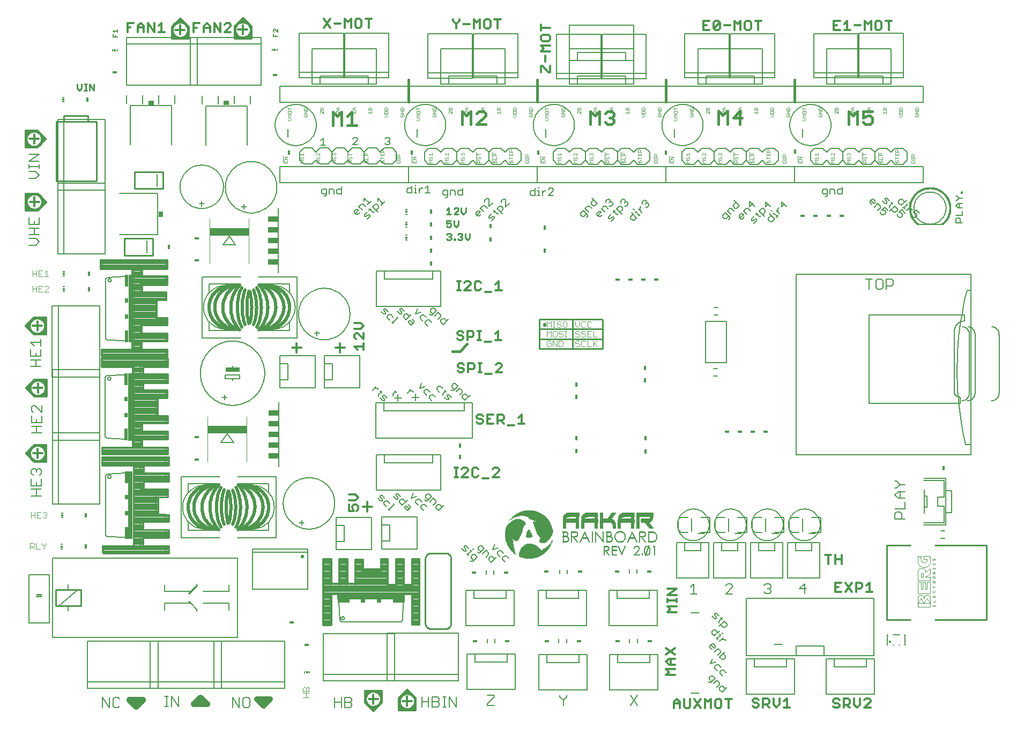
<source format=gto>
G75*
%MOIN*%
%OFA0B0*%
%FSLAX24Y24*%
%IPPOS*%
%LPD*%
%AMOC8*
5,1,8,0,0,1.08239X$1,22.5*
%
%ADD10C,0.0070*%
%ADD11C,0.0130*%
%ADD12C,0.0140*%
%ADD13C,0.0050*%
%ADD14C,0.0030*%
%ADD15C,0.0090*%
%ADD16C,0.0110*%
%ADD17R,0.0182X0.0007*%
%ADD18R,0.0343X0.0007*%
%ADD19R,0.0455X0.0007*%
%ADD20R,0.0532X0.0007*%
%ADD21R,0.0609X0.0007*%
%ADD22R,0.0665X0.0007*%
%ADD23R,0.0728X0.0007*%
%ADD24R,0.0777X0.0007*%
%ADD25R,0.0833X0.0007*%
%ADD26R,0.0882X0.0007*%
%ADD27R,0.0924X0.0007*%
%ADD28R,0.0966X0.0007*%
%ADD29R,0.1008X0.0007*%
%ADD30R,0.1043X0.0007*%
%ADD31R,0.1085X0.0007*%
%ADD32R,0.1113X0.0007*%
%ADD33R,0.1155X0.0007*%
%ADD34R,0.1183X0.0007*%
%ADD35R,0.1218X0.0007*%
%ADD36R,0.1239X0.0007*%
%ADD37R,0.1253X0.0007*%
%ADD38R,0.1274X0.0007*%
%ADD39R,0.1295X0.0007*%
%ADD40R,0.1309X0.0007*%
%ADD41R,0.1323X0.0007*%
%ADD42R,0.0063X0.0007*%
%ADD43R,0.1330X0.0007*%
%ADD44R,0.0056X0.0007*%
%ADD45R,0.1344X0.0007*%
%ADD46R,0.0056X0.0007*%
%ADD47R,0.1358X0.0007*%
%ADD48R,0.1372X0.0007*%
%ADD49R,0.0077X0.0007*%
%ADD50R,0.1379X0.0007*%
%ADD51R,0.0042X0.0007*%
%ADD52R,0.0119X0.0007*%
%ADD53R,0.1393X0.0007*%
%ADD54R,0.0070X0.0007*%
%ADD55R,0.0322X0.0007*%
%ADD56R,0.0007X0.0007*%
%ADD57R,0.0392X0.0007*%
%ADD58R,0.0203X0.0007*%
%ADD59R,0.1407X0.0007*%
%ADD60R,0.0070X0.0007*%
%ADD61R,0.0322X0.0007*%
%ADD62R,0.0021X0.0007*%
%ADD63R,0.0385X0.0007*%
%ADD64R,0.0203X0.0007*%
%ADD65R,0.1421X0.0007*%
%ADD66R,0.0378X0.0007*%
%ADD67R,0.0084X0.0007*%
%ADD68R,0.0217X0.0007*%
%ADD69R,0.1428X0.0007*%
%ADD70R,0.0035X0.0007*%
%ADD71R,0.0371X0.0007*%
%ADD72R,0.0098X0.0007*%
%ADD73R,0.0224X0.0007*%
%ADD74R,0.1442X0.0007*%
%ADD75R,0.0035X0.0007*%
%ADD76R,0.0364X0.0007*%
%ADD77R,0.0098X0.0007*%
%ADD78R,0.0231X0.0007*%
%ADD79R,0.1449X0.0007*%
%ADD80R,0.0357X0.0007*%
%ADD81R,0.0245X0.0007*%
%ADD82R,0.1456X0.0007*%
%ADD83R,0.0049X0.0007*%
%ADD84R,0.0350X0.0007*%
%ADD85R,0.0105X0.0007*%
%ADD86R,0.1470X0.0007*%
%ADD87R,0.0091X0.0007*%
%ADD88R,0.0014X0.0007*%
%ADD89R,0.1477X0.0007*%
%ADD90R,0.0063X0.0007*%
%ADD91R,0.0084X0.0007*%
%ADD92R,0.1491X0.0007*%
%ADD93R,0.0077X0.0007*%
%ADD94R,0.0077X0.0007*%
%ADD95R,0.0028X0.0007*%
%ADD96R,0.1498X0.0007*%
%ADD97R,0.0077X0.0007*%
%ADD98R,0.0112X0.0007*%
%ADD99R,0.1512X0.0007*%
%ADD100R,0.0112X0.0007*%
%ADD101R,0.1519X0.0007*%
%ADD102R,0.0126X0.0007*%
%ADD103R,0.0049X0.0007*%
%ADD104R,0.1526X0.0007*%
%ADD105R,0.0091X0.0007*%
%ADD106R,0.1540X0.0007*%
%ADD107R,0.1547X0.0007*%
%ADD108R,0.0105X0.0007*%
%ADD109R,0.1554X0.0007*%
%ADD110R,0.0119X0.0007*%
%ADD111R,0.0084X0.0007*%
%ADD112R,0.1568X0.0007*%
%ADD113R,0.0119X0.0007*%
%ADD114R,0.1575X0.0007*%
%ADD115R,0.1582X0.0007*%
%ADD116R,0.1589X0.0007*%
%ADD117R,0.0112X0.0007*%
%ADD118R,0.1603X0.0007*%
%ADD119R,0.1603X0.0007*%
%ADD120R,0.1610X0.0007*%
%ADD121R,0.0126X0.0007*%
%ADD122R,0.1617X0.0007*%
%ADD123R,0.1624X0.0007*%
%ADD124R,0.0133X0.0007*%
%ADD125R,0.0140X0.0007*%
%ADD126R,0.1631X0.0007*%
%ADD127R,0.0147X0.0007*%
%ADD128R,0.1638X0.0007*%
%ADD129R,0.0147X0.0007*%
%ADD130R,0.1645X0.0007*%
%ADD131R,0.0154X0.0007*%
%ADD132R,0.1645X0.0007*%
%ADD133R,0.0161X0.0007*%
%ADD134R,0.1652X0.0007*%
%ADD135R,0.0161X0.0007*%
%ADD136R,0.1659X0.0007*%
%ADD137R,0.0168X0.0007*%
%ADD138R,0.1659X0.0007*%
%ADD139R,0.1666X0.0007*%
%ADD140R,0.0182X0.0007*%
%ADD141R,0.1365X0.0007*%
%ADD142R,0.0301X0.0007*%
%ADD143R,0.0308X0.0007*%
%ADD144R,0.0189X0.0007*%
%ADD145R,0.1351X0.0007*%
%ADD146R,0.0315X0.0007*%
%ADD147R,0.0217X0.0007*%
%ADD148R,0.0196X0.0007*%
%ADD149R,0.1337X0.0007*%
%ADD150R,0.0315X0.0007*%
%ADD151R,0.0252X0.0007*%
%ADD152R,0.1337X0.0007*%
%ADD153R,0.0322X0.0007*%
%ADD154R,0.0273X0.0007*%
%ADD155R,0.1330X0.0007*%
%ADD156R,0.0329X0.0007*%
%ADD157R,0.0287X0.0007*%
%ADD158R,0.0210X0.0007*%
%ADD159R,0.1316X0.0007*%
%ADD160R,0.0294X0.0007*%
%ADD161R,0.0217X0.0007*%
%ADD162R,0.1316X0.0007*%
%ADD163R,0.0308X0.0007*%
%ADD164R,0.0224X0.0007*%
%ADD165R,0.1302X0.0007*%
%ADD166R,0.0329X0.0007*%
%ADD167R,0.1295X0.0007*%
%ADD168R,0.0329X0.0007*%
%ADD169R,0.1281X0.0007*%
%ADD170R,0.0238X0.0007*%
%ADD171R,0.1267X0.0007*%
%ADD172R,0.0238X0.0007*%
%ADD173R,0.1260X0.0007*%
%ADD174R,0.1246X0.0007*%
%ADD175R,0.0245X0.0007*%
%ADD176R,0.1232X0.0007*%
%ADD177R,0.0252X0.0007*%
%ADD178R,0.1225X0.0007*%
%ADD179R,0.0252X0.0007*%
%ADD180R,0.0259X0.0007*%
%ADD181R,0.1204X0.0007*%
%ADD182R,0.0266X0.0007*%
%ADD183R,0.1197X0.0007*%
%ADD184R,0.0301X0.0007*%
%ADD185R,0.0266X0.0007*%
%ADD186R,0.0294X0.0007*%
%ADD187R,0.0273X0.0007*%
%ADD188R,0.1169X0.0007*%
%ADD189R,0.0287X0.0007*%
%ADD190R,0.1162X0.0007*%
%ADD191R,0.1148X0.0007*%
%ADD192R,0.0280X0.0007*%
%ADD193R,0.1134X0.0007*%
%ADD194R,0.0259X0.0007*%
%ADD195R,0.1127X0.0007*%
%ADD196R,0.1113X0.0007*%
%ADD197R,0.0287X0.0007*%
%ADD198R,0.1099X0.0007*%
%ADD199R,0.0231X0.0007*%
%ADD200R,0.1071X0.0007*%
%ADD201R,0.0210X0.0007*%
%ADD202R,0.1057X0.0007*%
%ADD203R,0.1043X0.0007*%
%ADD204R,0.1029X0.0007*%
%ADD205R,0.0196X0.0007*%
%ADD206R,0.0119X0.0007*%
%ADD207R,0.1015X0.0007*%
%ADD208R,0.0189X0.0007*%
%ADD209R,0.1001X0.0007*%
%ADD210R,0.0987X0.0007*%
%ADD211R,0.0322X0.0007*%
%ADD212R,0.0973X0.0007*%
%ADD213R,0.0175X0.0007*%
%ADD214R,0.0084X0.0007*%
%ADD215R,0.0952X0.0007*%
%ADD216R,0.0168X0.0007*%
%ADD217R,0.0938X0.0007*%
%ADD218R,0.0140X0.0007*%
%ADD219R,0.0133X0.0007*%
%ADD220R,0.0336X0.0007*%
%ADD221R,0.0903X0.0007*%
%ADD222R,0.0889X0.0007*%
%ADD223R,0.0343X0.0007*%
%ADD224R,0.0868X0.0007*%
%ADD225R,0.0147X0.0007*%
%ADD226R,0.0854X0.0007*%
%ADD227R,0.0217X0.0007*%
%ADD228R,0.0819X0.0007*%
%ADD229R,0.0798X0.0007*%
%ADD230R,0.0350X0.0007*%
%ADD231R,0.0770X0.0007*%
%ADD232R,0.0357X0.0007*%
%ADD233R,0.0756X0.0007*%
%ADD234R,0.0357X0.0007*%
%ADD235R,0.0735X0.0007*%
%ADD236R,0.0714X0.0007*%
%ADD237R,0.0693X0.0007*%
%ADD238R,0.0364X0.0007*%
%ADD239R,0.0644X0.0007*%
%ADD240R,0.0616X0.0007*%
%ADD241R,0.0371X0.0007*%
%ADD242R,0.0602X0.0007*%
%ADD243R,0.0574X0.0007*%
%ADD244R,0.0539X0.0007*%
%ADD245R,0.0511X0.0007*%
%ADD246R,0.0378X0.0007*%
%ADD247R,0.0483X0.0007*%
%ADD248R,0.0448X0.0007*%
%ADD249R,0.0413X0.0007*%
%ADD250R,0.0364X0.0007*%
%ADD251R,0.0392X0.0007*%
%ADD252R,0.0392X0.0007*%
%ADD253R,0.0392X0.0007*%
%ADD254R,0.0399X0.0007*%
%ADD255R,0.0399X0.0007*%
%ADD256R,0.0406X0.0007*%
%ADD257R,0.0406X0.0007*%
%ADD258R,0.0413X0.0007*%
%ADD259R,0.0420X0.0007*%
%ADD260R,0.0049X0.0007*%
%ADD261R,0.0420X0.0007*%
%ADD262R,0.0014X0.0007*%
%ADD263R,0.0427X0.0007*%
%ADD264R,0.0042X0.0007*%
%ADD265R,0.0259X0.0007*%
%ADD266R,0.0280X0.0007*%
%ADD267R,0.0028X0.0007*%
%ADD268R,0.0427X0.0007*%
%ADD269R,0.0042X0.0007*%
%ADD270R,0.0294X0.0007*%
%ADD271R,0.0294X0.0007*%
%ADD272R,0.0357X0.0007*%
%ADD273R,0.0434X0.0007*%
%ADD274R,0.0441X0.0007*%
%ADD275R,0.0042X0.0007*%
%ADD276R,0.0385X0.0007*%
%ADD277R,0.0434X0.0007*%
%ADD278R,0.0462X0.0007*%
%ADD279R,0.0434X0.0007*%
%ADD280R,0.0476X0.0007*%
%ADD281R,0.0434X0.0007*%
%ADD282R,0.0483X0.0007*%
%ADD283R,0.0490X0.0007*%
%ADD284R,0.0112X0.0007*%
%ADD285R,0.0441X0.0007*%
%ADD286R,0.0007X0.0007*%
%ADD287R,0.0497X0.0007*%
%ADD288R,0.0504X0.0007*%
%ADD289R,0.0518X0.0007*%
%ADD290R,0.0021X0.0007*%
%ADD291R,0.0525X0.0007*%
%ADD292R,0.0014X0.0007*%
%ADD293R,0.0525X0.0007*%
%ADD294R,0.0154X0.0007*%
%ADD295R,0.0532X0.0007*%
%ADD296R,0.0014X0.0007*%
%ADD297R,0.0182X0.0007*%
%ADD298R,0.0539X0.0007*%
%ADD299R,0.0427X0.0007*%
%ADD300R,0.0546X0.0007*%
%ADD301R,0.0007X0.0007*%
%ADD302R,0.0546X0.0007*%
%ADD303R,0.0553X0.0007*%
%ADD304R,0.0553X0.0007*%
%ADD305R,0.0336X0.0007*%
%ADD306R,0.0560X0.0007*%
%ADD307R,0.0560X0.0007*%
%ADD308R,0.0567X0.0007*%
%ADD309R,0.0833X0.0007*%
%ADD310R,0.0847X0.0007*%
%ADD311R,0.0567X0.0007*%
%ADD312R,0.0854X0.0007*%
%ADD313R,0.0567X0.0007*%
%ADD314R,0.0861X0.0007*%
%ADD315R,0.0581X0.0007*%
%ADD316R,0.0595X0.0007*%
%ADD317R,0.0602X0.0007*%
%ADD318R,0.0875X0.0007*%
%ADD319R,0.0616X0.0007*%
%ADD320R,0.0882X0.0007*%
%ADD321R,0.0630X0.0007*%
%ADD322R,0.0889X0.0007*%
%ADD323R,0.0637X0.0007*%
%ADD324R,0.0651X0.0007*%
%ADD325R,0.0896X0.0007*%
%ADD326R,0.0896X0.0007*%
%ADD327R,0.0672X0.0007*%
%ADD328R,0.0903X0.0007*%
%ADD329R,0.0686X0.0007*%
%ADD330R,0.0252X0.0007*%
%ADD331R,0.0910X0.0007*%
%ADD332R,0.0700X0.0007*%
%ADD333R,0.0707X0.0007*%
%ADD334R,0.0714X0.0007*%
%ADD335R,0.0924X0.0007*%
%ADD336R,0.0721X0.0007*%
%ADD337R,0.0931X0.0007*%
%ADD338R,0.0931X0.0007*%
%ADD339R,0.0749X0.0007*%
%ADD340R,0.0938X0.0007*%
%ADD341R,0.0763X0.0007*%
%ADD342R,0.0945X0.0007*%
%ADD343R,0.0770X0.0007*%
%ADD344R,0.0945X0.0007*%
%ADD345R,0.0784X0.0007*%
%ADD346R,0.0952X0.0007*%
%ADD347R,0.0784X0.0007*%
%ADD348R,0.0959X0.0007*%
%ADD349R,0.0805X0.0007*%
%ADD350R,0.0959X0.0007*%
%ADD351R,0.0812X0.0007*%
%ADD352R,0.0966X0.0007*%
%ADD353R,0.0826X0.0007*%
%ADD354R,0.0826X0.0007*%
%ADD355R,0.0840X0.0007*%
%ADD356R,0.0973X0.0007*%
%ADD357R,0.0847X0.0007*%
%ADD358R,0.0980X0.0007*%
%ADD359R,0.0847X0.0007*%
%ADD360R,0.0980X0.0007*%
%ADD361R,0.0861X0.0007*%
%ADD362R,0.0987X0.0007*%
%ADD363R,0.0882X0.0007*%
%ADD364R,0.0994X0.0007*%
%ADD365R,0.0994X0.0007*%
%ADD366R,0.1001X0.0007*%
%ADD367R,0.1008X0.0007*%
%ADD368R,0.0329X0.0007*%
%ADD369R,0.0910X0.0007*%
%ADD370R,0.1015X0.0007*%
%ADD371R,0.1022X0.0007*%
%ADD372R,0.1022X0.0007*%
%ADD373R,0.1029X0.0007*%
%ADD374R,0.1036X0.0007*%
%ADD375R,0.1036X0.0007*%
%ADD376R,0.0987X0.0007*%
%ADD377R,0.0427X0.0007*%
%ADD378R,0.1050X0.0007*%
%ADD379R,0.0287X0.0007*%
%ADD380R,0.1050X0.0007*%
%ADD381R,0.1022X0.0007*%
%ADD382R,0.1057X0.0007*%
%ADD383R,0.1029X0.0007*%
%ADD384R,0.1064X0.0007*%
%ADD385R,0.0189X0.0007*%
%ADD386R,0.1064X0.0007*%
%ADD387R,0.0147X0.0007*%
%ADD388R,0.1071X0.0007*%
%ADD389R,0.1064X0.0007*%
%ADD390R,0.1078X0.0007*%
%ADD391R,0.1078X0.0007*%
%ADD392R,0.1085X0.0007*%
%ADD393R,0.1092X0.0007*%
%ADD394R,0.1092X0.0007*%
%ADD395R,0.1057X0.0007*%
%ADD396R,0.1092X0.0007*%
%ADD397R,0.1092X0.0007*%
%ADD398R,0.1099X0.0007*%
%ADD399R,0.1099X0.0007*%
%ADD400R,0.1099X0.0007*%
%ADD401R,0.0259X0.0007*%
%ADD402R,0.0952X0.0007*%
%ADD403R,0.0497X0.0007*%
%ADD404R,0.0532X0.0007*%
%ADD405R,0.0889X0.0007*%
%ADD406R,0.0532X0.0007*%
%ADD407R,0.0749X0.0007*%
%ADD408R,0.0574X0.0007*%
%ADD409R,0.0763X0.0007*%
%ADD410R,0.0623X0.0007*%
%ADD411R,0.0637X0.0007*%
%ADD412R,0.0812X0.0007*%
%ADD413R,0.0791X0.0007*%
%ADD414R,0.0637X0.0007*%
%ADD415R,0.0784X0.0007*%
%ADD416R,0.0805X0.0007*%
%ADD417R,0.0819X0.0007*%
%ADD418R,0.0658X0.0007*%
%ADD419R,0.0658X0.0007*%
%ADD420R,0.0735X0.0007*%
%ADD421R,0.0847X0.0007*%
%ADD422R,0.0707X0.0007*%
%ADD423R,0.0672X0.0007*%
%ADD424R,0.0917X0.0007*%
%ADD425R,0.0917X0.0007*%
%ADD426R,0.0693X0.0007*%
%ADD427R,0.0595X0.0007*%
%ADD428R,0.0700X0.0007*%
%ADD429R,0.0952X0.0007*%
%ADD430R,0.0490X0.0007*%
%ADD431R,0.0462X0.0007*%
%ADD432R,0.0742X0.0007*%
%ADD433R,0.0819X0.0007*%
%ADD434R,0.0742X0.0007*%
%ADD435R,0.0798X0.0007*%
%ADD436R,0.1106X0.0007*%
%ADD437R,0.1120X0.0007*%
%ADD438R,0.1127X0.0007*%
%ADD439R,0.1134X0.0007*%
%ADD440R,0.1134X0.0007*%
%ADD441R,0.1134X0.0007*%
%ADD442R,0.1120X0.0007*%
%ADD443R,0.1162X0.0007*%
%ADD444R,0.1176X0.0007*%
%ADD445R,0.1232X0.0007*%
%ADD446R,0.1267X0.0007*%
%ADD447R,0.1855X0.0007*%
%ADD448R,0.1841X0.0007*%
%ADD449R,0.1827X0.0007*%
%ADD450R,0.1806X0.0007*%
%ADD451R,0.1785X0.0007*%
%ADD452R,0.1771X0.0007*%
%ADD453R,0.1750X0.0007*%
%ADD454R,0.1729X0.0007*%
%ADD455R,0.1715X0.0007*%
%ADD456R,0.1687X0.0007*%
%ADD457R,0.1673X0.0007*%
%ADD458R,0.0889X0.0007*%
%ADD459R,0.0875X0.0007*%
%ADD460R,0.1561X0.0007*%
%ADD461R,0.0868X0.0007*%
%ADD462R,0.1533X0.0007*%
%ADD463R,0.1519X0.0007*%
%ADD464R,0.0840X0.0007*%
%ADD465R,0.1463X0.0007*%
%ADD466R,0.1435X0.0007*%
%ADD467R,0.1414X0.0007*%
%ADD468R,0.0777X0.0007*%
%ADD469R,0.0777X0.0007*%
%ADD470R,0.0721X0.0007*%
%ADD471R,0.0728X0.0007*%
%ADD472R,0.1309X0.0007*%
%ADD473R,0.1239X0.0007*%
%ADD474R,0.1211X0.0007*%
%ADD475R,0.1183X0.0007*%
%ADD476R,0.0917X0.0007*%
%ADD477R,0.0777X0.0007*%
%ADD478R,0.0665X0.0007*%
%ADD479R,0.0609X0.0007*%
%ADD480R,0.0448X0.0007*%
%ADD481C,0.0160*%
%ADD482C,0.0320*%
%ADD483C,0.0060*%
%ADD484C,0.0020*%
%ADD485C,0.0180*%
%ADD486C,0.0080*%
%ADD487R,0.0180X0.0300*%
%ADD488R,0.0300X0.0180*%
%ADD489R,0.4200X0.0300*%
%ADD490R,0.0750X0.0200*%
%ADD491R,0.0300X0.0200*%
%ADD492R,0.0300X0.4200*%
%ADD493R,0.0200X0.0750*%
%ADD494R,0.0200X0.0300*%
%ADD495R,0.0660X0.0380*%
%ADD496R,0.0900X0.0250*%
%ADD497R,0.0059X0.0118*%
%ADD498R,0.0118X0.0118*%
%ADD499C,0.0200*%
%ADD500R,0.0118X0.0059*%
%ADD501C,0.0100*%
%ADD502C,0.0217*%
%ADD503C,0.0040*%
%ADD504R,0.2441X0.0492*%
%ADD505C,0.0010*%
%ADD506R,0.0340X0.0300*%
%ADD507R,0.0300X0.0340*%
%ADD508R,0.0059X0.0827*%
D10*
X013967Y053941D02*
X013967Y054572D01*
X014387Y053941D01*
X014387Y054572D01*
X014612Y054467D02*
X014612Y054046D01*
X014717Y053941D01*
X014927Y053941D01*
X015032Y054046D01*
X015032Y054467D02*
X014927Y054572D01*
X014717Y054572D01*
X014612Y054467D01*
X017843Y054632D02*
X018053Y054632D01*
X017948Y054632D02*
X017948Y054001D01*
X017843Y054001D02*
X018053Y054001D01*
X018273Y054001D02*
X018273Y054632D01*
X018693Y054001D01*
X018693Y054632D01*
X022055Y054582D02*
X022475Y053951D01*
X022475Y054582D01*
X022699Y054477D02*
X022699Y054056D01*
X022804Y053951D01*
X023014Y053951D01*
X023119Y054056D01*
X023119Y054477D01*
X023014Y054582D01*
X022804Y054582D01*
X022699Y054477D01*
X022055Y054582D02*
X022055Y053951D01*
X028397Y053947D02*
X028397Y054577D01*
X028397Y054262D02*
X028817Y054262D01*
X029041Y054262D02*
X029357Y054262D01*
X029462Y054157D01*
X029462Y054052D01*
X029357Y053947D01*
X029041Y053947D01*
X029041Y054577D01*
X029357Y054577D01*
X029462Y054472D01*
X029462Y054367D01*
X029357Y054262D01*
X028817Y054577D02*
X028817Y053947D01*
X033823Y053980D02*
X033823Y054611D01*
X033823Y054295D02*
X034244Y054295D01*
X034468Y054295D02*
X034783Y054295D01*
X034888Y054190D01*
X034888Y054085D01*
X034783Y053980D01*
X034468Y053980D01*
X034468Y054611D01*
X034783Y054611D01*
X034888Y054506D01*
X034888Y054400D01*
X034783Y054295D01*
X035112Y053980D02*
X035323Y053980D01*
X035217Y053980D02*
X035217Y054611D01*
X035112Y054611D02*
X035323Y054611D01*
X035542Y054611D02*
X035962Y053980D01*
X035962Y054611D01*
X035542Y054611D02*
X035542Y053980D01*
X034244Y053980D02*
X034244Y054611D01*
X037902Y054704D02*
X038322Y054704D01*
X038322Y054599D01*
X037902Y054178D01*
X037902Y054073D01*
X038322Y054073D01*
X042402Y054599D02*
X042612Y054388D01*
X042612Y054073D01*
X042612Y054388D02*
X042822Y054599D01*
X042822Y054704D01*
X042402Y054704D02*
X042402Y054599D01*
X046802Y054704D02*
X047222Y054073D01*
X046802Y054073D02*
X047222Y054704D01*
X050517Y061003D02*
X050937Y061003D01*
X050727Y061003D02*
X050727Y061633D01*
X050517Y061423D01*
X052717Y061528D02*
X052822Y061633D01*
X053032Y061633D01*
X053137Y061528D01*
X053137Y061423D01*
X052717Y061003D01*
X053137Y061003D01*
X055097Y061128D02*
X055202Y061023D01*
X055412Y061023D01*
X055517Y061128D01*
X055517Y061233D01*
X055412Y061338D01*
X055307Y061338D01*
X055412Y061338D02*
X055517Y061443D01*
X055517Y061548D01*
X055412Y061653D01*
X055202Y061653D01*
X055097Y061548D01*
X057297Y061338D02*
X057717Y061338D01*
X057612Y061653D02*
X057297Y061338D01*
X057612Y061023D02*
X057612Y061653D01*
X063236Y065672D02*
X063236Y065987D01*
X063341Y066092D01*
X063552Y066092D01*
X063657Y065987D01*
X063657Y065672D01*
X063867Y065672D02*
X063236Y065672D01*
X063236Y066316D02*
X063867Y066316D01*
X063867Y066737D01*
X063867Y066961D02*
X063447Y066961D01*
X063236Y067171D01*
X063447Y067381D01*
X063867Y067381D01*
X063552Y067381D02*
X063552Y066961D01*
X063341Y067606D02*
X063552Y067816D01*
X063867Y067816D01*
X063552Y067816D02*
X063341Y068026D01*
X063236Y068026D01*
X063236Y067606D02*
X063341Y067606D01*
X010171Y067522D02*
X009541Y067522D01*
X009541Y067746D02*
X010171Y067746D01*
X010171Y068166D01*
X010066Y068390D02*
X010171Y068495D01*
X010171Y068706D01*
X010066Y068811D01*
X009961Y068811D01*
X009856Y068706D01*
X009856Y068601D01*
X009856Y068706D02*
X009751Y068811D01*
X009646Y068811D01*
X009541Y068706D01*
X009541Y068495D01*
X009646Y068390D01*
X009541Y068166D02*
X009541Y067746D01*
X009856Y067746D02*
X009856Y067956D01*
X009856Y067522D02*
X009856Y067101D01*
X010171Y067101D02*
X009541Y067101D01*
X009560Y071022D02*
X010191Y071022D01*
X009875Y071022D02*
X009875Y071443D01*
X009875Y071667D02*
X009875Y071877D01*
X009560Y072087D02*
X009560Y071667D01*
X010191Y071667D01*
X010191Y072087D01*
X010191Y072311D02*
X009770Y072732D01*
X009665Y072732D01*
X009560Y072627D01*
X009560Y072416D01*
X009665Y072311D01*
X010191Y072311D02*
X010191Y072732D01*
X010191Y071443D02*
X009560Y071443D01*
X009510Y075160D02*
X010140Y075160D01*
X009825Y075160D02*
X009825Y075580D01*
X009825Y075805D02*
X009825Y076015D01*
X010140Y075805D02*
X010140Y076225D01*
X010140Y076449D02*
X010140Y076869D01*
X010140Y076659D02*
X009510Y076659D01*
X009720Y076449D01*
X009510Y076225D02*
X009510Y075805D01*
X010140Y075805D01*
X010140Y075580D02*
X009510Y075580D01*
X009403Y082711D02*
X009823Y082711D01*
X010033Y082922D01*
X009823Y083132D01*
X009403Y083132D01*
X009403Y083356D02*
X010033Y083356D01*
X009718Y083356D02*
X009718Y083776D01*
X009718Y084001D02*
X009718Y084211D01*
X010033Y084001D02*
X010033Y084421D01*
X010033Y084001D02*
X009403Y084001D01*
X009403Y084421D01*
X009403Y083776D02*
X010033Y083776D01*
X009803Y086868D02*
X010013Y087078D01*
X009803Y087288D01*
X009383Y087288D01*
X009383Y087512D02*
X009383Y087722D01*
X009383Y087617D02*
X010013Y087617D01*
X010013Y087512D02*
X010013Y087722D01*
X010013Y087942D02*
X009383Y087942D01*
X010013Y088362D01*
X009383Y088362D01*
X009383Y086868D02*
X009803Y086868D01*
D11*
X015516Y095975D02*
X015516Y096546D01*
X015896Y096546D01*
X016161Y096356D02*
X016161Y095975D01*
X016161Y096261D02*
X016541Y096261D01*
X016541Y096356D02*
X016541Y095975D01*
X016805Y095975D02*
X016805Y096546D01*
X017185Y095975D01*
X017185Y096546D01*
X017450Y096356D02*
X017640Y096546D01*
X017640Y095975D01*
X017450Y095975D02*
X017830Y095975D01*
X016541Y096356D02*
X016351Y096546D01*
X016161Y096356D01*
X015706Y096261D02*
X015516Y096261D01*
X019630Y096250D02*
X019820Y096250D01*
X019630Y096535D02*
X020011Y096535D01*
X020275Y096345D02*
X020465Y096535D01*
X020655Y096345D01*
X020655Y095965D01*
X020919Y095965D02*
X020919Y096535D01*
X021300Y095965D01*
X021300Y096535D01*
X021564Y096440D02*
X021659Y096535D01*
X021849Y096535D01*
X021944Y096440D01*
X021944Y096345D01*
X021564Y095965D01*
X021944Y095965D01*
X020655Y096250D02*
X020275Y096250D01*
X020275Y096345D02*
X020275Y095965D01*
X019630Y095965D02*
X019630Y096535D01*
X027745Y096796D02*
X028126Y096226D01*
X027745Y096226D02*
X028126Y096796D01*
X028390Y096511D02*
X028770Y096511D01*
X029034Y096796D02*
X029224Y096606D01*
X029415Y096796D01*
X029415Y096226D01*
X029679Y096321D02*
X029774Y096226D01*
X029964Y096226D01*
X030059Y096321D01*
X030059Y096701D01*
X029964Y096796D01*
X029774Y096796D01*
X029679Y096701D01*
X029679Y096321D01*
X029034Y096226D02*
X029034Y096796D01*
X030323Y096796D02*
X030704Y096796D01*
X030514Y096796D02*
X030514Y096226D01*
X035765Y096671D02*
X035955Y096481D01*
X035955Y096196D01*
X035955Y096481D02*
X036146Y096671D01*
X036146Y096766D01*
X035765Y096766D02*
X035765Y096671D01*
X036410Y096481D02*
X036790Y096481D01*
X037054Y096766D02*
X037244Y096576D01*
X037435Y096766D01*
X037435Y096196D01*
X037699Y096291D02*
X037794Y096196D01*
X037984Y096196D01*
X038079Y096291D01*
X038079Y096671D01*
X037984Y096766D01*
X037794Y096766D01*
X037699Y096671D01*
X037699Y096291D01*
X037054Y096196D02*
X037054Y096766D01*
X038343Y096766D02*
X038724Y096766D01*
X038534Y096766D02*
X038534Y096196D01*
X041220Y096246D02*
X041790Y096246D01*
X041695Y095792D02*
X041315Y095792D01*
X041220Y095697D01*
X041220Y095507D01*
X041315Y095412D01*
X041695Y095412D01*
X041790Y095507D01*
X041790Y095697D01*
X041695Y095792D01*
X041220Y096056D02*
X041220Y096437D01*
X041220Y095147D02*
X041790Y095147D01*
X041790Y094767D02*
X041220Y094767D01*
X041410Y094957D01*
X041220Y095147D01*
X041505Y094503D02*
X041505Y094123D01*
X041315Y093858D02*
X041695Y093478D01*
X041790Y093478D01*
X041790Y093858D01*
X041315Y093858D02*
X041220Y093858D01*
X041220Y093478D01*
X051325Y096106D02*
X051706Y096106D01*
X051970Y096201D02*
X052350Y096581D01*
X052350Y096201D01*
X052255Y096106D01*
X052065Y096106D01*
X051970Y096201D01*
X051970Y096581D01*
X052065Y096676D01*
X052255Y096676D01*
X052350Y096581D01*
X052614Y096391D02*
X052995Y096391D01*
X053259Y096676D02*
X053449Y096486D01*
X053639Y096676D01*
X053639Y096106D01*
X053903Y096201D02*
X053999Y096106D01*
X054189Y096106D01*
X054284Y096201D01*
X054284Y096581D01*
X054189Y096676D01*
X053999Y096676D01*
X053903Y096581D01*
X053903Y096201D01*
X053259Y096106D02*
X053259Y096676D01*
X054548Y096676D02*
X054928Y096676D01*
X054738Y096676D02*
X054738Y096106D01*
X051706Y096676D02*
X051325Y096676D01*
X051325Y096106D01*
X051325Y096391D02*
X051515Y096391D01*
X059435Y096391D02*
X059625Y096391D01*
X059435Y096676D02*
X059816Y096676D01*
X060080Y096486D02*
X060270Y096676D01*
X060270Y096106D01*
X060080Y096106D02*
X060460Y096106D01*
X060724Y096391D02*
X061105Y096391D01*
X061369Y096676D02*
X061559Y096486D01*
X061749Y096676D01*
X061749Y096106D01*
X062013Y096201D02*
X062109Y096106D01*
X062299Y096106D01*
X062394Y096201D01*
X062394Y096581D01*
X062299Y096676D01*
X062109Y096676D01*
X062013Y096581D01*
X062013Y096201D01*
X061369Y096106D02*
X061369Y096676D01*
X062658Y096676D02*
X063038Y096676D01*
X062848Y096676D02*
X062848Y096106D01*
X059816Y096106D02*
X059435Y096106D01*
X059435Y096676D01*
X038591Y080462D02*
X038591Y079892D01*
X038401Y079892D02*
X038781Y079892D01*
X038401Y080272D02*
X038591Y080462D01*
X038136Y079797D02*
X037756Y079797D01*
X037492Y079987D02*
X037397Y079892D01*
X037207Y079892D01*
X037112Y079987D01*
X037112Y080367D01*
X037207Y080462D01*
X037397Y080462D01*
X037492Y080367D01*
X036847Y080367D02*
X036752Y080462D01*
X036562Y080462D01*
X036467Y080367D01*
X036227Y080462D02*
X036037Y080462D01*
X036132Y080462D02*
X036132Y079892D01*
X036037Y079892D02*
X036227Y079892D01*
X036467Y079892D02*
X036847Y080272D01*
X036847Y080367D01*
X036847Y079892D02*
X036467Y079892D01*
X036304Y077380D02*
X036114Y077380D01*
X036019Y077285D01*
X036019Y077190D01*
X036114Y077094D01*
X036304Y077094D01*
X036399Y076999D01*
X036399Y076904D01*
X036304Y076809D01*
X036114Y076809D01*
X036019Y076904D01*
X036399Y077285D02*
X036304Y077380D01*
X036664Y077380D02*
X036949Y077380D01*
X037044Y077285D01*
X037044Y077094D01*
X036949Y076999D01*
X036664Y076999D01*
X036664Y076809D02*
X036664Y077380D01*
X037308Y077380D02*
X037498Y077380D01*
X037403Y077380D02*
X037403Y076809D01*
X037308Y076809D02*
X037498Y076809D01*
X037738Y076714D02*
X038118Y076714D01*
X038382Y076809D02*
X038763Y076809D01*
X038573Y076809D02*
X038573Y077380D01*
X038382Y077190D01*
X038518Y075370D02*
X038422Y075275D01*
X038518Y075370D02*
X038708Y075370D01*
X038803Y075275D01*
X038803Y075180D01*
X038422Y074799D01*
X038803Y074799D01*
X038158Y074704D02*
X037778Y074704D01*
X037538Y074799D02*
X037348Y074799D01*
X037443Y074799D02*
X037443Y075370D01*
X037348Y075370D02*
X037538Y075370D01*
X037084Y075275D02*
X037084Y075084D01*
X036989Y074989D01*
X036704Y074989D01*
X036704Y074799D02*
X036704Y075370D01*
X036989Y075370D01*
X037084Y075275D01*
X036439Y075275D02*
X036344Y075370D01*
X036154Y075370D01*
X036059Y075275D01*
X036059Y075180D01*
X036154Y075084D01*
X036344Y075084D01*
X036439Y074989D01*
X036439Y074894D01*
X036344Y074799D01*
X036154Y074799D01*
X036059Y074894D01*
X037339Y072174D02*
X037244Y072079D01*
X037244Y071984D01*
X037339Y071888D01*
X037529Y071888D01*
X037624Y071793D01*
X037624Y071698D01*
X037529Y071603D01*
X037339Y071603D01*
X037244Y071698D01*
X037339Y072174D02*
X037529Y072174D01*
X037624Y072079D01*
X037888Y072174D02*
X037888Y071603D01*
X038268Y071603D01*
X038533Y071603D02*
X038533Y072174D01*
X038818Y072174D01*
X038913Y072079D01*
X038913Y071888D01*
X038818Y071793D01*
X038533Y071793D01*
X038723Y071793D02*
X038913Y071603D01*
X039177Y071508D02*
X039558Y071508D01*
X039822Y071603D02*
X040202Y071603D01*
X040012Y071603D02*
X040012Y072174D01*
X039822Y071984D01*
X038268Y072174D02*
X037888Y072174D01*
X037888Y071888D02*
X038078Y071888D01*
X038335Y068856D02*
X038240Y068761D01*
X038335Y068856D02*
X038525Y068856D01*
X038620Y068761D01*
X038620Y068666D01*
X038240Y068285D01*
X038620Y068285D01*
X037976Y068190D02*
X037595Y068190D01*
X037331Y068380D02*
X037236Y068285D01*
X037046Y068285D01*
X036951Y068380D01*
X036951Y068761D01*
X037046Y068856D01*
X037236Y068856D01*
X037331Y068761D01*
X036686Y068761D02*
X036591Y068856D01*
X036401Y068856D01*
X036306Y068761D01*
X036067Y068856D02*
X035876Y068856D01*
X035972Y068856D02*
X035972Y068285D01*
X036067Y068285D02*
X035876Y068285D01*
X036306Y068285D02*
X036686Y068666D01*
X036686Y068761D01*
X036686Y068285D02*
X036306Y068285D01*
X029870Y067011D02*
X029680Y067201D01*
X029300Y067201D01*
X029300Y066821D02*
X029680Y066821D01*
X029870Y067011D01*
X029775Y066557D02*
X029585Y066557D01*
X029490Y066462D01*
X029490Y066367D01*
X029585Y066176D01*
X029300Y066176D01*
X029300Y066557D01*
X029775Y066557D02*
X029870Y066462D01*
X029870Y066272D01*
X029775Y066176D01*
X029830Y076216D02*
X029640Y076406D01*
X030210Y076406D01*
X030210Y076216D02*
X030210Y076596D01*
X030210Y076860D02*
X029830Y077241D01*
X029735Y077241D01*
X029640Y077146D01*
X029640Y076956D01*
X029735Y076860D01*
X030210Y076860D02*
X030210Y077241D01*
X030020Y077505D02*
X029640Y077505D01*
X030020Y077505D02*
X030210Y077695D01*
X030020Y077885D01*
X029640Y077885D01*
X049085Y061326D02*
X049655Y061326D01*
X049085Y060946D01*
X049655Y060946D01*
X049655Y060706D02*
X049655Y060516D01*
X049655Y060611D02*
X049085Y060611D01*
X049085Y060516D02*
X049085Y060706D01*
X049085Y060252D02*
X049655Y060252D01*
X049655Y059871D02*
X049085Y059871D01*
X049275Y060062D01*
X049085Y060252D01*
X049003Y057627D02*
X049573Y057246D01*
X049573Y056982D02*
X049193Y056982D01*
X049003Y056792D01*
X049193Y056602D01*
X049573Y056602D01*
X049573Y056338D02*
X049003Y056338D01*
X049193Y056148D01*
X049003Y055957D01*
X049573Y055957D01*
X049288Y056602D02*
X049288Y056982D01*
X049003Y057246D02*
X049573Y057627D01*
X049676Y054481D02*
X049866Y054291D01*
X049866Y053910D01*
X050130Y054005D02*
X050225Y053910D01*
X050415Y053910D01*
X050510Y054005D01*
X050510Y054481D01*
X050775Y054481D02*
X051155Y053910D01*
X051419Y053910D02*
X051419Y054481D01*
X051609Y054291D01*
X051799Y054481D01*
X051799Y053910D01*
X052064Y054005D02*
X052159Y053910D01*
X052349Y053910D01*
X052444Y054005D01*
X052444Y054386D01*
X052349Y054481D01*
X052159Y054481D01*
X052064Y054386D01*
X052064Y054005D01*
X052708Y054481D02*
X053089Y054481D01*
X052898Y054481D02*
X052898Y053910D01*
X054392Y054038D02*
X054487Y053943D01*
X054677Y053943D01*
X054772Y054038D01*
X054772Y054133D01*
X054677Y054228D01*
X054487Y054228D01*
X054392Y054324D01*
X054392Y054419D01*
X054487Y054514D01*
X054677Y054514D01*
X054772Y054419D01*
X055036Y054514D02*
X055322Y054514D01*
X055417Y054419D01*
X055417Y054228D01*
X055322Y054133D01*
X055036Y054133D01*
X055036Y053943D02*
X055036Y054514D01*
X055227Y054133D02*
X055417Y053943D01*
X055681Y054133D02*
X055871Y053943D01*
X056061Y054133D01*
X056061Y054514D01*
X056325Y054324D02*
X056516Y054514D01*
X056516Y053943D01*
X056706Y053943D02*
X056325Y053943D01*
X055681Y054133D02*
X055681Y054514D01*
X059402Y054399D02*
X059402Y054304D01*
X059497Y054208D01*
X059687Y054208D01*
X059782Y054113D01*
X059782Y054018D01*
X059687Y053923D01*
X059497Y053923D01*
X059402Y054018D01*
X059402Y054399D02*
X059497Y054494D01*
X059687Y054494D01*
X059782Y054399D01*
X060046Y054494D02*
X060332Y054494D01*
X060427Y054399D01*
X060427Y054208D01*
X060332Y054113D01*
X060046Y054113D01*
X060046Y053923D02*
X060046Y054494D01*
X060237Y054113D02*
X060427Y053923D01*
X060691Y054113D02*
X060881Y053923D01*
X061071Y054113D01*
X061071Y054494D01*
X061335Y054399D02*
X061431Y054494D01*
X061621Y054494D01*
X061716Y054399D01*
X061716Y054304D01*
X061335Y053923D01*
X061716Y053923D01*
X060691Y054113D02*
X060691Y054494D01*
X060820Y061145D02*
X060820Y061715D01*
X061105Y061715D01*
X061200Y061620D01*
X061200Y061430D01*
X061105Y061335D01*
X060820Y061335D01*
X060555Y061145D02*
X060175Y061715D01*
X059911Y061715D02*
X059531Y061715D01*
X059531Y061145D01*
X059911Y061145D01*
X060175Y061145D02*
X060555Y061715D01*
X059721Y061430D02*
X059531Y061430D01*
X059538Y062871D02*
X059538Y063441D01*
X059274Y063441D02*
X058893Y063441D01*
X059084Y063441D02*
X059084Y062871D01*
X059538Y063156D02*
X059918Y063156D01*
X059918Y063441D02*
X059918Y062871D01*
X061464Y061525D02*
X061654Y061715D01*
X061654Y061145D01*
X061464Y061145D02*
X061844Y061145D01*
X051155Y054481D02*
X050775Y053910D01*
X050130Y054005D02*
X050130Y054481D01*
X049866Y054196D02*
X049485Y054196D01*
X049485Y054291D02*
X049676Y054481D01*
X049485Y054291D02*
X049485Y053910D01*
D12*
X033198Y054336D02*
X032624Y054336D01*
X032911Y054049D02*
X032911Y054623D01*
X031088Y054465D02*
X030514Y054465D01*
X030801Y054178D02*
X030801Y054752D01*
X030445Y066149D02*
X030445Y066723D01*
X030158Y066436D02*
X030732Y066436D01*
X028743Y076044D02*
X028743Y076618D01*
X028457Y076331D02*
X029030Y076331D01*
X026330Y076331D02*
X025757Y076331D01*
X026043Y076618D02*
X026043Y076044D01*
X010239Y073825D02*
X009666Y073825D01*
X009953Y074112D02*
X009953Y073538D01*
X009913Y077408D02*
X009913Y077982D01*
X009626Y077695D02*
X010199Y077695D01*
X009733Y085128D02*
X009733Y085701D01*
X009446Y085415D02*
X010020Y085415D01*
X009713Y089038D02*
X009713Y089611D01*
X009426Y089325D02*
X010000Y089325D01*
X018504Y096116D02*
X019078Y096116D01*
X018791Y095829D02*
X018791Y096403D01*
X022404Y096126D02*
X022978Y096126D01*
X022691Y095839D02*
X022691Y096413D01*
X009933Y070052D02*
X009933Y069478D01*
X009646Y069765D02*
X010219Y069765D01*
D13*
X013950Y069698D02*
X013950Y070092D01*
X015918Y070092D01*
X015918Y075210D01*
X013950Y075210D01*
X013950Y075604D01*
X017887Y075604D01*
X017887Y075210D01*
X016312Y075210D01*
X016312Y074619D01*
X017887Y074619D01*
X017887Y074226D01*
X016312Y074226D01*
X016312Y073635D01*
X017887Y073635D01*
X017887Y073241D01*
X017296Y073241D01*
X017296Y072060D01*
X017887Y072060D01*
X017887Y071667D01*
X016312Y071667D01*
X016312Y071076D01*
X017887Y071076D01*
X017887Y070682D01*
X016312Y070682D01*
X016312Y070092D01*
X017887Y070092D01*
X017887Y069698D01*
X013950Y069698D01*
X013950Y069501D02*
X013950Y069107D01*
X015918Y069107D01*
X015918Y063989D01*
X013950Y063989D01*
X013950Y063596D01*
X017887Y063596D01*
X017887Y063989D01*
X016312Y063989D01*
X016312Y064580D01*
X017887Y064580D01*
X017887Y064974D01*
X016312Y064974D01*
X016312Y065564D01*
X017887Y065564D01*
X017887Y065958D01*
X017296Y065958D01*
X017296Y067139D01*
X017887Y067139D01*
X017887Y067533D01*
X016312Y067533D01*
X016312Y068123D01*
X017887Y068123D01*
X017887Y068517D01*
X016312Y068517D01*
X016312Y069107D01*
X017887Y069107D01*
X017887Y069501D01*
X013950Y069501D01*
X014254Y068480D02*
X015404Y068530D01*
X014294Y068300D02*
X014296Y068320D01*
X014302Y068338D01*
X014311Y068356D01*
X014323Y068371D01*
X014338Y068383D01*
X014356Y068392D01*
X014374Y068398D01*
X014394Y068400D01*
X014414Y068398D01*
X014432Y068392D01*
X014450Y068383D01*
X014465Y068371D01*
X014477Y068356D01*
X014486Y068338D01*
X014492Y068320D01*
X014494Y068300D01*
X014492Y068280D01*
X014486Y068262D01*
X014477Y068244D01*
X014465Y068229D01*
X014450Y068217D01*
X014432Y068208D01*
X014414Y068202D01*
X014394Y068200D01*
X014374Y068202D01*
X014356Y068208D01*
X014338Y068217D01*
X014323Y068229D01*
X014311Y068244D01*
X014302Y068262D01*
X014296Y068280D01*
X014294Y068300D01*
X014154Y068380D02*
X014254Y068480D01*
X014154Y068380D02*
X014154Y064680D01*
X014254Y064580D01*
X015404Y064530D01*
X010651Y062195D02*
X010651Y059201D01*
X010570Y059201D01*
X009391Y059201D01*
X009391Y062195D01*
X009570Y062195D01*
X010651Y062195D01*
X009570Y062195D02*
X009472Y062195D01*
X009846Y060978D02*
X010196Y060978D01*
X010196Y060828D02*
X010021Y060978D01*
X009846Y060828D01*
X010196Y060828D01*
X010547Y059201D02*
X010570Y059201D01*
X014243Y070696D02*
X014143Y070796D01*
X014143Y074496D01*
X014243Y074596D01*
X015393Y074646D01*
X015918Y076194D02*
X013950Y076194D01*
X013950Y075800D01*
X017887Y075800D01*
X017887Y076194D01*
X016312Y076194D01*
X016312Y076785D01*
X017887Y076785D01*
X017887Y077178D01*
X016312Y077178D01*
X016312Y077769D01*
X017887Y077769D01*
X017887Y078163D01*
X017296Y078163D01*
X017296Y079344D01*
X017887Y079344D01*
X017887Y079737D01*
X016312Y079737D01*
X016312Y080328D01*
X017887Y080328D01*
X017887Y080722D01*
X016312Y080722D01*
X016312Y081312D01*
X017887Y081312D01*
X017887Y081706D01*
X013950Y081706D01*
X013950Y081312D01*
X015918Y081312D01*
X015918Y076194D01*
X015422Y076763D02*
X014272Y076813D01*
X014172Y076913D01*
X014172Y080613D01*
X014272Y080713D01*
X015422Y080763D01*
X014312Y080533D02*
X014314Y080553D01*
X014320Y080571D01*
X014329Y080589D01*
X014341Y080604D01*
X014356Y080616D01*
X014374Y080625D01*
X014392Y080631D01*
X014412Y080633D01*
X014432Y080631D01*
X014450Y080625D01*
X014468Y080616D01*
X014483Y080604D01*
X014495Y080589D01*
X014504Y080571D01*
X014510Y080553D01*
X014512Y080533D01*
X014510Y080513D01*
X014504Y080495D01*
X014495Y080477D01*
X014483Y080462D01*
X014468Y080450D01*
X014450Y080441D01*
X014432Y080435D01*
X014412Y080433D01*
X014392Y080435D01*
X014374Y080441D01*
X014356Y080450D01*
X014341Y080462D01*
X014329Y080477D01*
X014320Y080495D01*
X014314Y080513D01*
X014312Y080533D01*
X014283Y074416D02*
X014285Y074436D01*
X014291Y074454D01*
X014300Y074472D01*
X014312Y074487D01*
X014327Y074499D01*
X014345Y074508D01*
X014363Y074514D01*
X014383Y074516D01*
X014403Y074514D01*
X014421Y074508D01*
X014439Y074499D01*
X014454Y074487D01*
X014466Y074472D01*
X014475Y074454D01*
X014481Y074436D01*
X014483Y074416D01*
X014481Y074396D01*
X014475Y074378D01*
X014466Y074360D01*
X014454Y074345D01*
X014439Y074333D01*
X014421Y074324D01*
X014403Y074318D01*
X014383Y074316D01*
X014363Y074318D01*
X014345Y074324D01*
X014327Y074333D01*
X014312Y074345D01*
X014300Y074360D01*
X014291Y074378D01*
X014285Y074396D01*
X014283Y074416D01*
X014243Y070696D02*
X015393Y070646D01*
X024997Y073827D02*
X024997Y074327D01*
X025497Y074327D01*
X025497Y075327D01*
X024997Y075327D01*
X024997Y075827D01*
X027197Y075827D01*
X027197Y073827D01*
X024997Y073827D01*
X024997Y074327D02*
X024997Y075327D01*
X027763Y075337D02*
X027763Y074337D01*
X028263Y074337D01*
X028263Y075337D01*
X027763Y075337D01*
X027763Y075837D01*
X029963Y075837D01*
X029963Y073837D01*
X027763Y073837D01*
X027763Y074337D01*
X030747Y073685D02*
X030959Y073897D01*
X030853Y073791D02*
X031065Y073791D01*
X031118Y073738D01*
X031231Y073626D02*
X031337Y073519D01*
X031337Y073626D02*
X031124Y073413D01*
X031124Y073307D01*
X031235Y073196D02*
X031394Y073037D01*
X031501Y073037D01*
X031501Y073143D01*
X031394Y073249D01*
X031394Y073355D01*
X031501Y073355D01*
X031660Y073196D01*
X031459Y072902D02*
X031459Y072402D01*
X036459Y072402D01*
X036459Y072902D01*
X036959Y072902D01*
X036959Y070702D01*
X030959Y070702D01*
X030959Y072902D01*
X031459Y072902D01*
X036459Y072902D01*
X036498Y073064D02*
X036338Y073223D01*
X036338Y073329D01*
X036444Y073435D01*
X036551Y073435D01*
X036710Y073276D01*
X036816Y073382D02*
X036498Y073064D01*
X036172Y073389D02*
X036331Y073549D01*
X036331Y073655D01*
X036172Y073814D01*
X035960Y073602D01*
X035846Y073715D02*
X035687Y073874D01*
X035687Y073980D01*
X035793Y074087D01*
X035900Y074087D01*
X036059Y073927D01*
X035793Y073662D01*
X035687Y073662D01*
X035634Y073715D01*
X035337Y073677D02*
X035124Y073465D01*
X035124Y073358D01*
X035235Y073248D02*
X035394Y073088D01*
X035501Y073088D01*
X035501Y073194D01*
X035394Y073301D01*
X035394Y073407D01*
X035501Y073407D01*
X035660Y073248D01*
X035337Y073571D02*
X035231Y073677D01*
X035117Y073790D02*
X034958Y073949D01*
X034852Y073949D01*
X034746Y073843D01*
X034746Y073737D01*
X034905Y073578D01*
X034651Y073256D02*
X034492Y073415D01*
X034386Y073415D01*
X034280Y073309D01*
X034280Y073203D01*
X034439Y073044D01*
X034113Y073369D02*
X033954Y073529D01*
X033954Y073635D01*
X034060Y073741D01*
X034166Y073741D01*
X034326Y073582D01*
X034000Y073907D02*
X033682Y073801D01*
X033788Y074120D01*
X033251Y073624D02*
X033304Y073571D01*
X033251Y073624D02*
X033039Y073624D01*
X032933Y073518D02*
X033145Y073730D01*
X033416Y073459D02*
X033416Y073034D01*
X033204Y073246D02*
X033629Y073246D01*
X032551Y073216D02*
X032126Y073216D01*
X032016Y073327D02*
X032016Y073433D01*
X032228Y073646D01*
X032122Y073646D02*
X032228Y073539D01*
X032339Y073429D02*
X032339Y073004D01*
X031481Y069663D02*
X030981Y069663D01*
X030981Y067463D01*
X034981Y067463D01*
X034981Y069663D01*
X034481Y069663D01*
X034481Y069163D01*
X031481Y069163D01*
X031481Y069663D01*
X034481Y069663D01*
X034272Y067227D02*
X034166Y067227D01*
X034060Y067120D01*
X034060Y067014D01*
X034219Y066855D01*
X034166Y066802D02*
X034431Y067067D01*
X034272Y067227D01*
X034544Y066954D02*
X034704Y066795D01*
X034704Y066689D01*
X034544Y066529D01*
X034711Y066469D02*
X034817Y066575D01*
X034923Y066575D01*
X035082Y066416D01*
X035188Y066522D02*
X034870Y066204D01*
X034711Y066363D01*
X034711Y066469D01*
X034332Y066742D02*
X034544Y066954D01*
X034166Y066802D02*
X034060Y066802D01*
X034007Y066855D01*
X033817Y066752D02*
X033658Y066911D01*
X033551Y066911D01*
X033445Y066805D01*
X033445Y066699D01*
X033604Y066539D01*
X033771Y066479D02*
X033771Y066373D01*
X033930Y066214D01*
X034142Y066426D02*
X033983Y066585D01*
X033877Y066585D01*
X033771Y066479D01*
X033491Y067077D02*
X033173Y066971D01*
X033279Y067290D01*
X032913Y066848D02*
X032594Y066529D01*
X032435Y066689D01*
X032435Y066795D01*
X032541Y066901D01*
X032648Y066901D01*
X032807Y066742D01*
X032973Y066575D02*
X033079Y066469D01*
X033079Y066363D01*
X032920Y066204D01*
X032761Y066363D01*
X032761Y066469D01*
X032867Y066469D01*
X033026Y066310D01*
X033531Y065787D02*
X033531Y063787D01*
X031331Y063787D01*
X031331Y064287D01*
X031831Y064287D01*
X031831Y065287D01*
X031331Y065287D01*
X031331Y065787D01*
X033531Y065787D01*
X032322Y066908D02*
X032322Y067014D01*
X032216Y067120D01*
X032216Y067227D01*
X032322Y067227D01*
X032481Y067067D01*
X032322Y066908D02*
X032216Y066908D01*
X032057Y067067D01*
X032055Y066636D02*
X032108Y066583D01*
X031789Y066265D01*
X031736Y066318D02*
X031842Y066212D01*
X031623Y066431D02*
X031464Y066590D01*
X031464Y066696D01*
X031570Y066803D01*
X031676Y066803D01*
X031835Y066643D01*
X031510Y066969D02*
X031350Y067128D01*
X031244Y067128D01*
X031244Y067022D01*
X031350Y066916D01*
X031350Y066810D01*
X031244Y066810D01*
X031085Y066969D01*
X030708Y065775D02*
X030708Y063775D01*
X028508Y063775D01*
X028508Y064275D01*
X029008Y064275D01*
X029008Y065275D01*
X028508Y065275D01*
X028508Y065775D01*
X030708Y065775D01*
X031331Y065287D02*
X031331Y064287D01*
X031282Y063021D02*
X031282Y062431D01*
X030101Y062431D01*
X030101Y063021D01*
X029708Y063021D01*
X029708Y061447D01*
X029117Y061447D01*
X029117Y063021D01*
X028723Y063021D01*
X028723Y061447D01*
X028133Y061447D01*
X028133Y063021D01*
X027739Y063021D01*
X027739Y059084D01*
X028133Y059084D01*
X028133Y061053D01*
X033251Y061053D01*
X033251Y059084D01*
X033645Y059084D01*
X033645Y063021D01*
X033251Y063021D01*
X033251Y061447D01*
X032660Y061447D01*
X032660Y063021D01*
X032267Y063021D01*
X032267Y061447D01*
X031676Y061447D01*
X031676Y063021D01*
X031282Y063021D01*
X032672Y060508D02*
X032622Y059358D01*
X032522Y059258D01*
X028822Y059258D01*
X028722Y059358D01*
X028672Y060508D01*
X028802Y059498D02*
X028804Y059518D01*
X028810Y059536D01*
X028819Y059554D01*
X028831Y059569D01*
X028846Y059581D01*
X028864Y059590D01*
X028882Y059596D01*
X028902Y059598D01*
X028922Y059596D01*
X028940Y059590D01*
X028958Y059581D01*
X028973Y059569D01*
X028985Y059554D01*
X028994Y059536D01*
X029000Y059518D01*
X029002Y059498D01*
X029000Y059478D01*
X028994Y059460D01*
X028985Y059442D01*
X028973Y059427D01*
X028958Y059415D01*
X028940Y059406D01*
X028922Y059400D01*
X028902Y059398D01*
X028882Y059400D01*
X028864Y059406D01*
X028846Y059415D01*
X028831Y059427D01*
X028819Y059442D01*
X028810Y059460D01*
X028804Y059478D01*
X028802Y059498D01*
X028508Y064275D02*
X028508Y065275D01*
X036297Y063837D02*
X036457Y063678D01*
X036563Y063678D01*
X036563Y063784D01*
X036457Y063891D01*
X036457Y063997D01*
X036563Y063997D01*
X036722Y063837D01*
X036835Y063724D02*
X036888Y063671D01*
X036676Y063459D01*
X036623Y063512D02*
X036729Y063406D01*
X036893Y063348D02*
X036893Y063242D01*
X037052Y063083D01*
X036999Y063030D02*
X037265Y063295D01*
X037105Y063454D01*
X036999Y063454D01*
X036893Y063348D01*
X036840Y063083D02*
X036893Y063030D01*
X036999Y063030D01*
X037332Y063572D02*
X037438Y063572D01*
X037703Y063837D01*
X037544Y063996D01*
X037438Y063996D01*
X037332Y063890D01*
X037332Y063784D01*
X037491Y063625D01*
X037604Y063512D02*
X037817Y063724D01*
X037976Y063565D01*
X037976Y063459D01*
X037817Y063299D01*
X037983Y063239D02*
X038089Y063345D01*
X038195Y063345D01*
X038355Y063186D01*
X038461Y063292D02*
X038142Y062974D01*
X037983Y063133D01*
X037983Y063239D01*
X038245Y063771D02*
X038563Y063877D01*
X038624Y063711D02*
X038517Y063605D01*
X038517Y063499D01*
X038677Y063339D01*
X038843Y063279D02*
X038843Y063173D01*
X039002Y063014D01*
X039215Y063226D02*
X039055Y063385D01*
X038949Y063385D01*
X038843Y063279D01*
X038889Y063552D02*
X038730Y063711D01*
X038624Y063711D01*
X038245Y063771D02*
X038351Y064090D01*
X037332Y063572D02*
X037279Y063625D01*
X037048Y063830D02*
X036994Y063777D01*
X037070Y061251D02*
X037070Y060751D01*
X039070Y060751D01*
X039070Y061251D01*
X039570Y061251D01*
X039570Y059051D01*
X036570Y059051D01*
X036570Y061251D01*
X037070Y061251D01*
X039070Y061251D01*
X041070Y061251D02*
X041070Y059051D01*
X044070Y059051D01*
X044070Y061251D01*
X043570Y061251D01*
X043570Y060751D01*
X041570Y060751D01*
X041570Y061251D01*
X043570Y061251D01*
X045470Y061251D02*
X045470Y059051D01*
X048470Y059051D01*
X048470Y061251D01*
X047970Y061251D01*
X047970Y060751D01*
X045970Y060751D01*
X045970Y061251D01*
X047970Y061251D01*
X049653Y062008D02*
X051653Y062008D01*
X051653Y064208D01*
X051153Y064208D01*
X051153Y063708D01*
X050153Y063708D01*
X050153Y064208D01*
X051153Y064208D01*
X051953Y064208D02*
X052453Y064208D01*
X052453Y063708D01*
X053453Y063708D01*
X053453Y064208D01*
X053953Y064208D01*
X053953Y062008D01*
X051953Y062008D01*
X051953Y064208D01*
X052453Y064208D02*
X053453Y064208D01*
X054253Y064208D02*
X054753Y064208D01*
X054753Y063708D01*
X055753Y063708D01*
X055753Y064208D01*
X056253Y064208D01*
X056253Y062008D01*
X054253Y062008D01*
X054253Y064208D01*
X054753Y064208D02*
X055753Y064208D01*
X056553Y064208D02*
X057053Y064208D01*
X057053Y063708D01*
X058053Y063708D01*
X058053Y064208D01*
X058553Y064208D01*
X058553Y062008D01*
X056553Y062008D01*
X056553Y064208D01*
X057053Y064208D02*
X058053Y064208D01*
X057503Y064908D02*
X057503Y065708D01*
X055203Y065708D02*
X055203Y064908D01*
X052903Y064908D02*
X052903Y065708D01*
X050603Y065708D02*
X050603Y064908D01*
X050153Y064208D02*
X049653Y064208D01*
X049653Y062008D01*
X051865Y059638D02*
X052024Y059478D01*
X052130Y059478D01*
X052130Y059584D01*
X052024Y059691D01*
X052024Y059797D01*
X052130Y059797D01*
X052290Y059638D01*
X052403Y059524D02*
X052509Y059418D01*
X052509Y059524D02*
X052297Y059312D01*
X052297Y059206D01*
X052408Y059095D02*
X052567Y058936D01*
X052673Y058936D01*
X052779Y059042D01*
X052779Y059148D01*
X052620Y059307D01*
X052301Y058989D01*
X052329Y058709D02*
X052010Y058391D01*
X051851Y058550D01*
X051851Y058656D01*
X051957Y058763D01*
X052063Y058763D01*
X052223Y058603D01*
X052336Y058490D02*
X052389Y058437D01*
X052177Y058225D01*
X052124Y058278D02*
X052230Y058172D01*
X052341Y058061D02*
X052553Y058273D01*
X052659Y058167D02*
X052712Y058114D01*
X052659Y058167D02*
X052447Y058167D01*
X052495Y058543D02*
X052548Y058596D01*
X051953Y057892D02*
X052059Y057785D01*
X052059Y057679D01*
X052006Y057626D01*
X051794Y057838D01*
X051741Y057785D02*
X051847Y057892D01*
X051953Y057892D01*
X051741Y057785D02*
X051741Y057679D01*
X051847Y057573D01*
X052013Y057407D02*
X052226Y057619D01*
X052385Y057460D01*
X052385Y057354D01*
X052226Y057194D01*
X052339Y057081D02*
X052498Y056922D01*
X052604Y056922D01*
X052710Y057028D01*
X052710Y057134D01*
X052551Y057294D01*
X052657Y057400D02*
X052339Y057081D01*
X052091Y056762D02*
X051773Y056656D01*
X051879Y056975D01*
X052151Y056596D02*
X052045Y056490D01*
X052045Y056384D01*
X052204Y056224D01*
X052371Y056164D02*
X052371Y056058D01*
X052530Y055899D01*
X052742Y056111D02*
X052583Y056270D01*
X052477Y056270D01*
X052371Y056164D01*
X052417Y056437D02*
X052257Y056596D01*
X052151Y056596D01*
X051892Y055913D02*
X051786Y055913D01*
X051680Y055807D01*
X051680Y055700D01*
X051839Y055541D01*
X051786Y055488D02*
X052051Y055754D01*
X051892Y055913D01*
X052164Y055640D02*
X052324Y055481D01*
X052324Y055375D01*
X052164Y055216D01*
X052331Y055156D02*
X052437Y055262D01*
X052543Y055262D01*
X052702Y055102D01*
X052808Y055209D02*
X052490Y054890D01*
X052331Y055049D01*
X052331Y055156D01*
X051952Y055428D02*
X052164Y055640D01*
X051786Y055488D02*
X051680Y055488D01*
X051626Y055541D01*
X053979Y054783D02*
X056979Y054783D01*
X056979Y056983D01*
X056479Y056983D01*
X056479Y056483D01*
X054479Y056483D01*
X054479Y056983D01*
X056479Y056983D01*
X054479Y056983D02*
X053979Y056983D01*
X053979Y054783D01*
X058969Y054773D02*
X061969Y054773D01*
X061969Y056973D01*
X061469Y056973D01*
X061469Y056473D01*
X059469Y056473D01*
X059469Y056973D01*
X061469Y056973D01*
X062884Y058029D02*
X062886Y058041D01*
X062891Y058052D01*
X062900Y058061D01*
X062911Y058066D01*
X062923Y058068D01*
X062935Y058066D01*
X062946Y058061D01*
X062955Y058052D01*
X062960Y058041D01*
X062962Y058029D01*
X062960Y058017D01*
X062955Y058006D01*
X062946Y057997D01*
X062935Y057992D01*
X062923Y057990D01*
X062911Y057992D01*
X062900Y057997D01*
X062891Y058006D01*
X062886Y058017D01*
X062884Y058029D01*
X059469Y056973D02*
X058969Y056973D01*
X058969Y054773D01*
X048480Y055031D02*
X045480Y055031D01*
X045480Y057231D01*
X045980Y057231D01*
X045980Y056731D01*
X047980Y056731D01*
X047980Y057231D01*
X048480Y057231D01*
X048480Y055031D01*
X047980Y057231D02*
X045980Y057231D01*
X044080Y057231D02*
X044080Y055031D01*
X041080Y055031D01*
X041080Y057231D01*
X041580Y057231D01*
X041580Y056731D01*
X043580Y056731D01*
X043580Y057231D01*
X044080Y057231D01*
X043580Y057231D02*
X041580Y057231D01*
X039630Y057281D02*
X039630Y055081D01*
X036630Y055081D01*
X036630Y057281D01*
X037130Y057281D01*
X037130Y056781D01*
X039130Y056781D01*
X039130Y057281D01*
X039630Y057281D01*
X039130Y057281D02*
X037130Y057281D01*
X041070Y061251D02*
X041570Y061251D01*
X045470Y061251D02*
X045970Y061251D01*
X057111Y069666D02*
X057111Y080887D01*
X067950Y080887D01*
X067950Y079903D01*
X067713Y079903D01*
X067950Y079903D02*
X067950Y070296D01*
X067635Y070296D01*
X067950Y070296D02*
X067950Y069666D01*
X057111Y069666D01*
X061617Y072874D02*
X067286Y072874D01*
X067286Y073268D01*
X067389Y073032D02*
X067430Y073034D01*
X067471Y073039D01*
X067511Y073048D01*
X067550Y073060D01*
X067588Y073076D01*
X067625Y073095D01*
X067660Y073117D01*
X067692Y073142D01*
X067723Y073170D01*
X067751Y073201D01*
X067776Y073233D01*
X067798Y073268D01*
X067817Y073305D01*
X067833Y073343D01*
X067845Y073382D01*
X067854Y073422D01*
X067859Y073463D01*
X067861Y073504D01*
X067861Y077126D01*
X068215Y077127D02*
X068217Y077168D01*
X068215Y077209D01*
X068209Y077250D01*
X068200Y077291D01*
X068188Y077330D01*
X068172Y077368D01*
X068153Y077405D01*
X068130Y077439D01*
X068105Y077472D01*
X068077Y077503D01*
X068046Y077530D01*
X068013Y077555D01*
X067978Y077577D01*
X067942Y077596D01*
X067903Y077612D01*
X067864Y077624D01*
X067823Y077633D01*
X067782Y077638D01*
X067562Y077992D02*
X067513Y077990D01*
X067463Y077984D01*
X067415Y077975D01*
X067367Y077961D01*
X067321Y077944D01*
X067276Y077923D01*
X067233Y077899D01*
X067192Y077872D01*
X067153Y077841D01*
X067117Y077807D01*
X067083Y077771D01*
X067052Y077732D01*
X067025Y077691D01*
X067001Y077648D01*
X066980Y077603D01*
X066963Y077557D01*
X066949Y077509D01*
X066940Y077461D01*
X066934Y077411D01*
X066932Y077362D01*
X066932Y073544D01*
X066938Y073511D01*
X066947Y073479D01*
X066960Y073448D01*
X066976Y073419D01*
X066994Y073392D01*
X067016Y073366D01*
X067040Y073343D01*
X067066Y073323D01*
X067094Y073305D01*
X067124Y073291D01*
X067155Y073280D01*
X067187Y073272D01*
X067220Y073267D01*
X067253Y073266D01*
X067286Y073268D01*
X067743Y073032D02*
X067784Y073034D01*
X067825Y073039D01*
X067865Y073048D01*
X067904Y073060D01*
X067942Y073076D01*
X067979Y073095D01*
X068014Y073117D01*
X068046Y073142D01*
X068077Y073170D01*
X068105Y073201D01*
X068130Y073233D01*
X068152Y073268D01*
X068171Y073305D01*
X068187Y073343D01*
X068199Y073382D01*
X068208Y073422D01*
X068213Y073463D01*
X068215Y073504D01*
X068216Y073504D02*
X068216Y077126D01*
X067861Y077127D02*
X067863Y077168D01*
X067861Y077209D01*
X067855Y077250D01*
X067846Y077291D01*
X067834Y077330D01*
X067818Y077368D01*
X067799Y077405D01*
X067776Y077439D01*
X067751Y077472D01*
X067723Y077503D01*
X067692Y077530D01*
X067659Y077555D01*
X067624Y077577D01*
X067588Y077596D01*
X067549Y077612D01*
X067510Y077624D01*
X067469Y077633D01*
X067428Y077638D01*
X067562Y077992D02*
X067562Y078386D01*
X061617Y078386D01*
X061617Y072874D01*
X069239Y073032D02*
X069280Y073034D01*
X069321Y073039D01*
X069361Y073048D01*
X069400Y073060D01*
X069438Y073076D01*
X069475Y073095D01*
X069510Y073117D01*
X069542Y073142D01*
X069573Y073170D01*
X069601Y073201D01*
X069626Y073233D01*
X069648Y073268D01*
X069667Y073305D01*
X069683Y073343D01*
X069695Y073382D01*
X069704Y073422D01*
X069709Y073463D01*
X069711Y073504D01*
X069712Y073504D02*
X069712Y077126D01*
X069711Y077127D02*
X069713Y077168D01*
X069711Y077209D01*
X069705Y077250D01*
X069696Y077291D01*
X069684Y077330D01*
X069668Y077368D01*
X069649Y077405D01*
X069626Y077439D01*
X069601Y077472D01*
X069573Y077503D01*
X069542Y077530D01*
X069509Y077555D01*
X069474Y077577D01*
X069438Y077596D01*
X069399Y077612D01*
X069360Y077624D01*
X069319Y077633D01*
X069278Y077638D01*
X064496Y084431D02*
X064390Y084431D01*
X064284Y084537D01*
X064284Y084643D01*
X064390Y084750D02*
X064549Y084697D01*
X064602Y084643D01*
X064602Y084537D01*
X064496Y084431D01*
X064390Y084750D02*
X064549Y084909D01*
X064761Y084697D01*
X064331Y084915D02*
X064278Y084968D01*
X064066Y084968D01*
X064172Y085074D02*
X063959Y084862D01*
X063848Y084973D02*
X063742Y085079D01*
X063795Y085026D02*
X064008Y085238D01*
X063955Y085291D01*
X063841Y085404D02*
X063682Y085563D01*
X063576Y085563D01*
X063470Y085457D01*
X063470Y085351D01*
X063629Y085192D01*
X063948Y085510D01*
X064114Y085344D02*
X064167Y085397D01*
X063653Y084925D02*
X063494Y084765D01*
X063653Y084712D01*
X063706Y084659D01*
X063706Y084553D01*
X063600Y084447D01*
X063494Y084447D01*
X063388Y084553D01*
X063388Y084659D01*
X063275Y084772D02*
X063169Y084772D01*
X063009Y084932D01*
X062903Y084826D02*
X063222Y085144D01*
X063381Y084985D01*
X063381Y084879D01*
X063275Y084772D01*
X063653Y084925D02*
X063866Y084712D01*
X063111Y085255D02*
X063005Y085361D01*
X063111Y085361D02*
X062898Y085149D01*
X062898Y085043D01*
X062809Y084859D02*
X062596Y085072D01*
X062437Y084912D01*
X062596Y084859D01*
X062649Y084806D01*
X062649Y084700D01*
X062543Y084594D01*
X062437Y084594D01*
X062331Y084700D01*
X062331Y084806D01*
X062165Y084866D02*
X062324Y085026D01*
X062324Y085132D01*
X062165Y085291D01*
X061952Y085079D01*
X061945Y085298D02*
X061733Y085510D01*
X061680Y085457D02*
X061786Y085563D01*
X061892Y085563D01*
X061998Y085457D01*
X061998Y085351D01*
X061945Y085298D01*
X061786Y085245D02*
X061680Y085351D01*
X061680Y085457D01*
X062467Y085474D02*
X062626Y085315D01*
X062732Y085315D01*
X062732Y085421D01*
X062626Y085527D01*
X062626Y085633D01*
X062732Y085633D01*
X062891Y085474D01*
X064980Y086591D02*
X056980Y086591D01*
X056980Y087591D01*
X064980Y087591D01*
X064980Y086591D01*
X064980Y091591D02*
X064980Y092591D01*
X056980Y092591D01*
X056980Y091591D01*
X064980Y091591D01*
X062980Y092741D02*
X062480Y092741D01*
X062480Y093241D01*
X059480Y093241D01*
X059480Y092741D01*
X058980Y092741D01*
X058980Y094941D01*
X062980Y094941D01*
X062980Y092741D01*
X062480Y092741D02*
X059480Y092741D01*
X056980Y092591D02*
X056980Y091591D01*
X048980Y091591D01*
X048980Y092591D01*
X056980Y092591D01*
X054980Y092741D02*
X054480Y092741D01*
X054480Y093241D01*
X051480Y093241D01*
X051480Y092741D01*
X050980Y092741D01*
X050980Y094941D01*
X054980Y094941D01*
X054980Y092741D01*
X054480Y092741D02*
X051480Y092741D01*
X048980Y092591D02*
X048980Y091591D01*
X040980Y091591D01*
X040980Y092591D01*
X048980Y092591D01*
X046980Y092741D02*
X046980Y094941D01*
X042980Y094941D01*
X042980Y092741D01*
X043480Y092741D01*
X043480Y093241D01*
X046480Y093241D01*
X046480Y092741D01*
X043480Y092741D01*
X043493Y094191D02*
X042993Y094191D01*
X042993Y096391D01*
X046993Y096391D01*
X046993Y094191D01*
X046493Y094191D01*
X046493Y094691D01*
X043493Y094691D01*
X043493Y094191D01*
X046493Y094191D01*
X046480Y092741D02*
X046980Y092741D01*
X048980Y087591D02*
X056980Y087591D01*
X056980Y086591D01*
X048980Y086591D01*
X048980Y087591D01*
X048980Y086591D01*
X040980Y086591D01*
X040980Y087591D01*
X048980Y087591D01*
X047726Y085498D02*
X047779Y085445D01*
X047779Y085339D01*
X047886Y085339D01*
X047939Y085286D01*
X047939Y085180D01*
X047832Y085074D01*
X047726Y085074D01*
X047726Y085286D02*
X047779Y085339D01*
X047726Y085498D02*
X047620Y085498D01*
X047514Y085392D01*
X047514Y085286D01*
X047455Y085121D02*
X047402Y085068D01*
X047402Y084855D01*
X047508Y084749D02*
X047296Y084962D01*
X047132Y084798D02*
X047344Y084585D01*
X047291Y084532D02*
X047397Y084638D01*
X047132Y084798D02*
X047079Y084744D01*
X046966Y084631D02*
X046806Y084472D01*
X046806Y084366D01*
X046912Y084260D01*
X047019Y084260D01*
X047178Y084419D01*
X046859Y084737D01*
X047026Y084904D02*
X046973Y084957D01*
X046629Y085240D02*
X046629Y085346D01*
X046576Y085399D01*
X046469Y085399D01*
X046416Y085346D01*
X046469Y085399D02*
X046469Y085505D01*
X046416Y085558D01*
X046310Y085558D01*
X046204Y085452D01*
X046204Y085346D01*
X046197Y085127D02*
X046303Y085020D01*
X046303Y084914D01*
X046144Y084755D01*
X046250Y084649D02*
X045932Y084967D01*
X046091Y085127D01*
X046197Y085127D01*
X046416Y085134D02*
X046522Y085134D01*
X046629Y085240D01*
X046033Y084644D02*
X045927Y084644D01*
X045715Y084856D01*
X045715Y084750D02*
X045821Y084856D01*
X045601Y084637D02*
X045442Y084478D01*
X045442Y084372D01*
X045548Y084372D01*
X045654Y084478D01*
X045761Y084478D01*
X045761Y084372D01*
X045601Y084212D01*
X045194Y084765D02*
X044982Y084977D01*
X045141Y085137D01*
X045247Y085137D01*
X045406Y084977D01*
X045466Y085144D02*
X045572Y085144D01*
X045679Y085250D01*
X045679Y085356D01*
X045626Y085409D01*
X045519Y085409D01*
X045466Y085356D01*
X045519Y085409D02*
X045519Y085515D01*
X045466Y085568D01*
X045360Y085568D01*
X045254Y085462D01*
X045254Y085356D01*
X044722Y085313D02*
X044562Y085154D01*
X044456Y085154D01*
X044350Y085260D01*
X044350Y085366D01*
X044509Y085525D01*
X044403Y085631D02*
X044722Y085313D01*
X044396Y084987D02*
X044237Y085147D01*
X044131Y085147D01*
X043972Y084987D01*
X044184Y084775D01*
X044071Y084662D02*
X043911Y084502D01*
X043805Y084502D01*
X043699Y084609D01*
X043699Y084715D01*
X043858Y084874D01*
X044124Y084609D01*
X044124Y084502D01*
X044071Y084449D01*
X044709Y084599D02*
X044709Y084705D01*
X044815Y084811D01*
X044921Y084811D01*
X044974Y084758D01*
X044762Y084546D01*
X044709Y084599D02*
X044815Y084492D01*
X044921Y084492D01*
X045028Y084599D01*
X042002Y085804D02*
X041701Y085804D01*
X042002Y086104D01*
X042002Y086180D01*
X041927Y086255D01*
X041776Y086255D01*
X041701Y086180D01*
X041543Y086104D02*
X041468Y086104D01*
X041318Y085954D01*
X041318Y085804D02*
X041318Y086104D01*
X041086Y086104D02*
X041086Y085804D01*
X041011Y085804D02*
X041161Y085804D01*
X041086Y086104D02*
X041011Y086104D01*
X040851Y086104D02*
X040625Y086104D01*
X040550Y086029D01*
X040550Y085879D01*
X040625Y085804D01*
X040851Y085804D01*
X040851Y086255D01*
X041086Y086255D02*
X041086Y086330D01*
X040980Y086591D02*
X032980Y086591D01*
X032980Y087591D01*
X040980Y087591D01*
X040980Y086591D01*
X039250Y085319D02*
X039037Y085107D01*
X039037Y085531D01*
X038984Y085584D01*
X038878Y085584D01*
X038772Y085478D01*
X038772Y085372D01*
X038765Y085153D02*
X038871Y085046D01*
X038871Y084940D01*
X038712Y084781D01*
X038818Y084675D02*
X038500Y084993D01*
X038659Y085153D01*
X038765Y085153D01*
X038389Y084882D02*
X038283Y084776D01*
X038283Y084882D02*
X038495Y084670D01*
X038601Y084670D01*
X038329Y084504D02*
X038222Y084504D01*
X038116Y084398D01*
X038010Y084398D01*
X038010Y084504D01*
X038169Y084663D01*
X038329Y084504D02*
X038329Y084398D01*
X038169Y084238D01*
X037674Y084805D02*
X037462Y085017D01*
X037621Y085177D01*
X037727Y085177D01*
X037886Y085017D01*
X037999Y085131D02*
X037999Y085555D01*
X037946Y085608D01*
X037840Y085608D01*
X037734Y085502D01*
X037734Y085396D01*
X037999Y085131D02*
X038212Y085343D01*
X037454Y084798D02*
X037242Y084586D01*
X037189Y084639D02*
X037189Y084745D01*
X037295Y084851D01*
X037401Y084851D01*
X037454Y084798D01*
X037508Y084639D02*
X037401Y084532D01*
X037295Y084532D01*
X037189Y084639D01*
X036352Y085821D02*
X036127Y085821D01*
X036052Y085896D01*
X036052Y086046D01*
X036127Y086121D01*
X036352Y086121D01*
X036352Y086271D02*
X036352Y085821D01*
X035892Y085821D02*
X035892Y086046D01*
X035817Y086121D01*
X035592Y086121D01*
X035592Y085821D01*
X035432Y085821D02*
X035206Y085821D01*
X035131Y085896D01*
X035131Y086046D01*
X035206Y086121D01*
X035432Y086121D01*
X035432Y085746D01*
X035356Y085671D01*
X035281Y085671D01*
X034342Y085954D02*
X034041Y085954D01*
X034191Y085954D02*
X034191Y086405D01*
X034041Y086254D01*
X033883Y086254D02*
X033808Y086254D01*
X033658Y086104D01*
X033658Y085954D02*
X033658Y086254D01*
X033426Y086254D02*
X033426Y085954D01*
X033351Y085954D02*
X033501Y085954D01*
X033426Y086254D02*
X033351Y086254D01*
X033191Y086254D02*
X032965Y086254D01*
X032890Y086179D01*
X032890Y086029D01*
X032965Y085954D01*
X033191Y085954D01*
X033191Y086405D01*
X033426Y086405D02*
X033426Y086480D01*
X032980Y086591D02*
X032980Y087591D01*
X024980Y087591D01*
X024980Y086591D01*
X032980Y086591D01*
X031512Y085423D02*
X031299Y085211D01*
X031406Y085317D02*
X031087Y085635D01*
X031087Y085423D01*
X031027Y085257D02*
X031133Y085150D01*
X031133Y085044D01*
X030974Y084885D01*
X031080Y084779D02*
X030762Y085097D01*
X030921Y085257D01*
X031027Y085257D01*
X030652Y085433D02*
X030439Y085221D01*
X030546Y085327D02*
X030227Y085645D01*
X030227Y085433D01*
X030167Y085267D02*
X030326Y085107D01*
X030167Y085267D02*
X030061Y085267D01*
X029902Y085107D01*
X030114Y084895D01*
X029894Y084888D02*
X029682Y084676D01*
X029629Y084729D02*
X029629Y084835D01*
X029735Y084941D01*
X029841Y084941D01*
X029894Y084888D01*
X029948Y084729D02*
X029841Y084622D01*
X029735Y084622D01*
X029629Y084729D01*
X030272Y084608D02*
X030431Y084767D01*
X030545Y084880D02*
X030651Y084986D01*
X030545Y084986D02*
X030757Y084774D01*
X030863Y084774D01*
X030591Y084608D02*
X030484Y084608D01*
X030378Y084502D01*
X030272Y084502D01*
X030272Y084608D01*
X030431Y084342D02*
X030591Y084502D01*
X030591Y084608D01*
X028812Y085911D02*
X028812Y086361D01*
X028812Y086211D02*
X028587Y086211D01*
X028512Y086136D01*
X028512Y085986D01*
X028587Y085911D01*
X028812Y085911D01*
X028352Y085911D02*
X028352Y086136D01*
X028277Y086211D01*
X028052Y086211D01*
X028052Y085911D01*
X027892Y085911D02*
X027666Y085911D01*
X027591Y085986D01*
X027591Y086136D01*
X027666Y086211D01*
X027892Y086211D01*
X027892Y085836D01*
X027816Y085761D01*
X027741Y085761D01*
X027685Y088936D02*
X027685Y089386D01*
X027535Y089236D01*
X027535Y088936D02*
X027835Y088936D01*
X029535Y088956D02*
X029835Y089256D01*
X029835Y089331D01*
X029760Y089406D01*
X029610Y089406D01*
X029535Y089331D01*
X029535Y088956D02*
X029835Y088956D01*
X031545Y089031D02*
X031620Y088956D01*
X031770Y088956D01*
X031845Y089031D01*
X031845Y089106D01*
X031770Y089181D01*
X031695Y089181D01*
X031770Y089181D02*
X031845Y089256D01*
X031845Y089331D01*
X031770Y089406D01*
X031620Y089406D01*
X031545Y089331D01*
X032980Y091591D02*
X032980Y092591D01*
X040980Y092591D01*
X040980Y091591D01*
X032980Y091591D01*
X032980Y092591D01*
X024980Y092591D01*
X024980Y091591D01*
X032980Y091591D01*
X030980Y092741D02*
X030480Y092741D01*
X030480Y093241D01*
X027480Y093241D01*
X027480Y092741D01*
X026980Y092741D01*
X026980Y094941D01*
X030980Y094941D01*
X030980Y092741D01*
X030480Y092741D02*
X027480Y092741D01*
X034980Y092741D02*
X035480Y092741D01*
X035480Y093241D01*
X038480Y093241D01*
X038480Y092741D01*
X035480Y092741D01*
X034980Y092741D02*
X034980Y094941D01*
X038980Y094941D01*
X038980Y092741D01*
X038480Y092741D01*
X034993Y081115D02*
X034493Y081115D01*
X034493Y080615D01*
X031493Y080615D01*
X031493Y081115D01*
X034493Y081115D01*
X034993Y081115D02*
X034993Y078915D01*
X030993Y078915D01*
X030993Y081115D01*
X031493Y081115D01*
X031454Y078738D02*
X031560Y078738D01*
X031720Y078579D01*
X031560Y078526D02*
X031454Y078632D01*
X031454Y078738D01*
X031295Y078579D02*
X031454Y078420D01*
X031560Y078420D01*
X031560Y078526D01*
X031674Y078306D02*
X031674Y078200D01*
X031833Y078041D01*
X031946Y077928D02*
X032052Y077822D01*
X031999Y077875D02*
X032318Y078193D01*
X032265Y078246D01*
X032045Y078253D02*
X031886Y078413D01*
X031780Y078413D01*
X031674Y078306D01*
X032307Y078607D02*
X032466Y078448D01*
X032572Y078448D01*
X032572Y078554D01*
X032466Y078660D01*
X032466Y078767D01*
X032572Y078767D01*
X032731Y078607D01*
X032791Y078441D02*
X032898Y078441D01*
X033057Y078282D01*
X033163Y078388D02*
X032844Y078069D01*
X032685Y078229D01*
X032685Y078335D01*
X032791Y078441D01*
X033011Y078009D02*
X033117Y078009D01*
X033276Y077850D01*
X033329Y077903D02*
X033170Y077744D01*
X033011Y077903D01*
X033011Y078009D01*
X033223Y078115D02*
X033329Y078009D01*
X033329Y077903D01*
X033715Y078169D02*
X033874Y078009D01*
X034041Y077949D02*
X034041Y077843D01*
X034200Y077684D01*
X034412Y077896D02*
X034253Y078055D01*
X034147Y078055D01*
X034041Y077949D01*
X034087Y078222D02*
X033928Y078381D01*
X033821Y078381D01*
X033715Y078275D01*
X033715Y078169D01*
X033761Y078547D02*
X033443Y078441D01*
X033549Y078760D01*
X034350Y078690D02*
X034350Y078584D01*
X034509Y078425D01*
X034456Y078372D02*
X034721Y078637D01*
X034562Y078797D01*
X034456Y078797D01*
X034350Y078690D01*
X034297Y078425D02*
X034350Y078372D01*
X034456Y078372D01*
X034622Y078312D02*
X034834Y078524D01*
X034994Y078365D01*
X034994Y078259D01*
X034834Y078099D01*
X035001Y078039D02*
X035107Y078145D01*
X035213Y078145D01*
X035372Y077986D01*
X035478Y078092D02*
X035160Y077774D01*
X035001Y077933D01*
X035001Y078039D01*
X052539Y084469D02*
X052645Y084362D01*
X052751Y084362D01*
X052911Y084522D01*
X052964Y084469D02*
X052698Y084734D01*
X052539Y084575D01*
X052539Y084469D01*
X052911Y084309D02*
X052964Y084362D01*
X052964Y084469D01*
X053024Y084635D02*
X052812Y084847D01*
X052971Y085007D01*
X053077Y085007D01*
X053236Y084847D01*
X053296Y085014D02*
X053190Y085120D01*
X053190Y085226D01*
X053349Y085385D01*
X053243Y085491D02*
X053562Y085173D01*
X053402Y085014D01*
X053296Y085014D01*
X053655Y084671D02*
X053549Y084565D01*
X053549Y084459D01*
X053655Y084352D01*
X053761Y084352D01*
X053868Y084459D01*
X053814Y084618D02*
X053602Y084406D01*
X053655Y084671D02*
X053761Y084671D01*
X053814Y084618D01*
X053822Y084837D02*
X053981Y084997D01*
X054087Y084997D01*
X054246Y084837D01*
X054200Y085110D02*
X054412Y085322D01*
X054200Y085428D02*
X054200Y085110D01*
X054200Y085428D02*
X054519Y085110D01*
X054585Y084716D02*
X054797Y084504D01*
X054903Y084504D01*
X055014Y084615D02*
X055173Y084774D01*
X055173Y084880D01*
X055067Y084987D01*
X054961Y084987D01*
X054802Y084827D01*
X055120Y084509D01*
X055376Y084392D02*
X055376Y084286D01*
X055482Y084180D01*
X055589Y084180D01*
X055748Y084339D01*
X055429Y084657D01*
X055536Y084551D02*
X055376Y084392D01*
X055649Y084664D02*
X055702Y084718D01*
X055914Y084505D01*
X055861Y084452D02*
X055967Y084558D01*
X056078Y084669D02*
X055866Y084882D01*
X055972Y084988D02*
X056025Y085041D01*
X055972Y084988D02*
X055972Y084775D01*
X055596Y084824D02*
X055543Y084877D01*
X055499Y085100D02*
X055180Y085418D01*
X055180Y085100D01*
X055392Y085312D01*
X056190Y085418D02*
X056190Y085100D01*
X056402Y085312D01*
X056509Y085100D02*
X056190Y085418D01*
X054691Y084716D02*
X054585Y084610D01*
X054471Y084497D02*
X054312Y084338D01*
X054312Y084232D01*
X054418Y084232D01*
X054524Y084338D01*
X054631Y084338D01*
X054631Y084232D01*
X054471Y084072D01*
X054034Y084625D02*
X053822Y084837D01*
X058731Y085966D02*
X058806Y085891D01*
X059032Y085891D01*
X059032Y085816D02*
X059032Y086191D01*
X058806Y086191D01*
X058731Y086116D01*
X058731Y085966D01*
X058881Y085741D02*
X058956Y085741D01*
X059032Y085816D01*
X059192Y085891D02*
X059192Y086191D01*
X059417Y086191D01*
X059492Y086116D01*
X059492Y085891D01*
X059652Y085966D02*
X059652Y086116D01*
X059727Y086191D01*
X059952Y086191D01*
X059952Y086341D02*
X059952Y085891D01*
X059727Y085891D01*
X059652Y085966D01*
X067714Y079902D02*
X067602Y079431D01*
X067501Y078956D01*
X067412Y078480D01*
X067333Y078002D01*
X067267Y077521D01*
X067211Y077040D01*
X067167Y076557D01*
X067135Y076073D01*
X067113Y075589D01*
X067104Y075104D01*
X067105Y074619D01*
X067119Y074135D01*
X067143Y073650D01*
X067179Y073167D01*
X067227Y072684D01*
X067286Y072203D01*
X067356Y071724D01*
X067438Y071246D01*
X067531Y070770D01*
X067635Y070296D01*
D14*
X044728Y076407D02*
X044543Y076592D01*
X044481Y076530D02*
X044728Y076777D01*
X044728Y077007D02*
X044481Y077007D01*
X044481Y077377D01*
X044360Y077377D02*
X044113Y077377D01*
X044113Y077007D01*
X044360Y077007D01*
X044236Y077192D02*
X044113Y077192D01*
X043992Y077130D02*
X043992Y077068D01*
X043930Y077007D01*
X043806Y077007D01*
X043745Y077068D01*
X043623Y077068D02*
X043562Y077007D01*
X043438Y077007D01*
X043376Y077068D01*
X043438Y077192D02*
X043562Y077192D01*
X043623Y077130D01*
X043623Y077068D01*
X043806Y077192D02*
X043930Y077192D01*
X043992Y077130D01*
X043992Y077315D02*
X043930Y077377D01*
X043806Y077377D01*
X043745Y077315D01*
X043745Y077253D01*
X043806Y077192D01*
X043623Y077315D02*
X043562Y077377D01*
X043438Y077377D01*
X043376Y077315D01*
X043376Y077253D01*
X043438Y077192D01*
X043438Y076777D02*
X043376Y076715D01*
X043376Y076653D01*
X043438Y076592D01*
X043562Y076592D01*
X043623Y076530D01*
X043623Y076468D01*
X043562Y076407D01*
X043438Y076407D01*
X043376Y076468D01*
X043438Y076777D02*
X043562Y076777D01*
X043623Y076715D01*
X043745Y076715D02*
X043745Y076468D01*
X043806Y076407D01*
X043930Y076407D01*
X043992Y076468D01*
X044113Y076407D02*
X044360Y076407D01*
X044481Y076407D02*
X044481Y076777D01*
X044113Y076777D02*
X044113Y076407D01*
X043992Y076715D02*
X043930Y076777D01*
X043806Y076777D01*
X043745Y076715D01*
X043806Y077607D02*
X043930Y077607D01*
X043992Y077668D01*
X044113Y077668D02*
X044175Y077607D01*
X044298Y077607D01*
X044360Y077668D01*
X044113Y077668D02*
X044113Y077915D01*
X044175Y077977D01*
X044298Y077977D01*
X044360Y077915D01*
X043992Y077915D02*
X043930Y077977D01*
X043806Y077977D01*
X043745Y077915D01*
X043745Y077668D01*
X043806Y077607D01*
X043623Y077730D02*
X043623Y077977D01*
X043376Y077977D02*
X043376Y077730D01*
X043500Y077607D01*
X043623Y077730D01*
X042835Y077668D02*
X042835Y077915D01*
X042774Y077977D01*
X042650Y077977D01*
X042589Y077915D01*
X042589Y077668D01*
X042650Y077607D01*
X042774Y077607D01*
X042835Y077668D01*
X042835Y077377D02*
X042711Y077377D01*
X042773Y077377D02*
X042773Y077007D01*
X042711Y077007D02*
X042835Y077007D01*
X042590Y077068D02*
X042528Y077007D01*
X042405Y077007D01*
X042343Y077068D01*
X042222Y077068D02*
X042222Y077315D01*
X042160Y077377D01*
X042036Y077377D01*
X041975Y077315D01*
X041975Y077068D01*
X042036Y077007D01*
X042160Y077007D01*
X042222Y077068D01*
X042405Y077192D02*
X042528Y077192D01*
X042590Y077130D01*
X042590Y077068D01*
X042405Y077192D02*
X042343Y077253D01*
X042343Y077315D01*
X042405Y077377D01*
X042528Y077377D01*
X042590Y077315D01*
X042405Y077607D02*
X042282Y077607D01*
X042220Y077668D01*
X042098Y077607D02*
X041975Y077607D01*
X042036Y077607D02*
X042036Y077977D01*
X041975Y077977D02*
X042098Y077977D01*
X042220Y077915D02*
X042220Y077853D01*
X042282Y077792D01*
X042405Y077792D01*
X042467Y077730D01*
X042467Y077668D01*
X042405Y077607D01*
X042467Y077915D02*
X042405Y077977D01*
X042282Y077977D01*
X042220Y077915D01*
X041853Y077977D02*
X041853Y077607D01*
X041853Y077377D02*
X041853Y077007D01*
X041792Y076777D02*
X041668Y076777D01*
X041606Y076715D01*
X041606Y076468D01*
X041668Y076407D01*
X041792Y076407D01*
X041853Y076468D01*
X041853Y076592D01*
X041730Y076592D01*
X041853Y076715D02*
X041792Y076777D01*
X041975Y076777D02*
X042222Y076407D01*
X042222Y076777D01*
X042343Y076777D02*
X042528Y076777D01*
X042590Y076715D01*
X042590Y076468D01*
X042528Y076407D01*
X042343Y076407D01*
X042343Y076777D01*
X041975Y076777D02*
X041975Y076407D01*
X041606Y077007D02*
X041606Y077377D01*
X041730Y077253D01*
X041853Y077377D01*
X041606Y077607D02*
X041606Y077977D01*
X041730Y077853D01*
X041853Y077977D01*
X026748Y055192D02*
X026810Y055130D01*
X026810Y054945D01*
X026439Y054945D01*
X026439Y055130D01*
X026501Y055192D01*
X026563Y055192D01*
X026624Y055130D01*
X026624Y054945D01*
X026624Y054824D02*
X026624Y054577D01*
X026439Y054577D02*
X026810Y054577D01*
X026810Y054824D02*
X026439Y054824D01*
X026624Y055130D02*
X026686Y055192D01*
X026748Y055192D01*
X010330Y063810D02*
X010330Y063995D01*
X010453Y064119D01*
X010453Y064180D01*
X010330Y063995D02*
X010206Y064119D01*
X010206Y064180D01*
X009838Y064180D02*
X009838Y063810D01*
X010085Y063810D01*
X009716Y063810D02*
X009593Y063933D01*
X009655Y063933D02*
X009470Y063933D01*
X009470Y063810D02*
X009470Y064180D01*
X009655Y064180D01*
X009716Y064119D01*
X009716Y063995D01*
X009655Y063933D01*
X009762Y065726D02*
X009762Y066096D01*
X009884Y066096D02*
X009884Y065726D01*
X010131Y065726D01*
X010252Y065788D02*
X010314Y065726D01*
X010437Y065726D01*
X010499Y065788D01*
X010499Y065850D01*
X010437Y065911D01*
X010376Y065911D01*
X010437Y065911D02*
X010499Y065973D01*
X010499Y066035D01*
X010437Y066096D01*
X010314Y066096D01*
X010252Y066035D01*
X010131Y066096D02*
X009884Y066096D01*
X009884Y065911D02*
X010007Y065911D01*
X009762Y065911D02*
X009516Y065911D01*
X009516Y065726D02*
X009516Y066096D01*
X009631Y079811D02*
X009631Y080181D01*
X009631Y079996D02*
X009878Y079996D01*
X009999Y079996D02*
X010123Y079996D01*
X010246Y080181D02*
X009999Y080181D01*
X009999Y079811D01*
X010246Y079811D01*
X010368Y079811D02*
X010614Y080058D01*
X010614Y080119D01*
X010553Y080181D01*
X010429Y080181D01*
X010368Y080119D01*
X010368Y079811D02*
X010614Y079811D01*
X009878Y079811D02*
X009878Y080181D01*
X009872Y080757D02*
X009872Y081127D01*
X009993Y081127D02*
X009993Y080757D01*
X010240Y080757D01*
X010362Y080757D02*
X010609Y080757D01*
X010485Y080757D02*
X010485Y081127D01*
X010362Y081004D01*
X010240Y081127D02*
X009993Y081127D01*
X009993Y080942D02*
X010117Y080942D01*
X009872Y080942D02*
X009625Y080942D01*
X009625Y080757D02*
X009625Y081127D01*
D15*
X012520Y092337D02*
X012657Y092474D01*
X012657Y092747D01*
X012844Y092747D02*
X012980Y092747D01*
X012912Y092747D02*
X012912Y092337D01*
X012844Y092337D02*
X012980Y092337D01*
X013151Y092337D02*
X013151Y092747D01*
X013424Y092337D01*
X013424Y092747D01*
X012520Y092337D02*
X012383Y092474D01*
X012383Y092747D01*
X035351Y084916D02*
X035488Y085053D01*
X035488Y084642D01*
X035351Y084642D02*
X035625Y084642D01*
X035812Y084642D02*
X036085Y084916D01*
X036085Y084984D01*
X036017Y085053D01*
X035880Y085053D01*
X035812Y084984D01*
X035812Y084642D02*
X036085Y084642D01*
X036272Y084779D02*
X036409Y084642D01*
X036546Y084779D01*
X036546Y085053D01*
X036272Y085053D02*
X036272Y084779D01*
X036087Y084234D02*
X036087Y083960D01*
X035950Y083824D01*
X035813Y083960D01*
X035813Y084234D01*
X035626Y084234D02*
X035353Y084234D01*
X035353Y084029D01*
X035489Y084097D01*
X035558Y084097D01*
X035626Y084029D01*
X035626Y083892D01*
X035558Y083824D01*
X035421Y083824D01*
X035353Y083892D01*
X035441Y083443D02*
X035578Y083443D01*
X035646Y083374D01*
X035646Y083306D01*
X035578Y083237D01*
X035646Y083169D01*
X035646Y083101D01*
X035578Y083032D01*
X035441Y083032D01*
X035373Y083101D01*
X035509Y083237D02*
X035578Y083237D01*
X035373Y083374D02*
X035441Y083443D01*
X035833Y083101D02*
X035901Y083101D01*
X035901Y083032D01*
X035833Y083032D01*
X035833Y083101D01*
X036063Y083101D02*
X036132Y083032D01*
X036268Y083032D01*
X036337Y083101D01*
X036337Y083169D01*
X036268Y083237D01*
X036200Y083237D01*
X036268Y083237D02*
X036337Y083306D01*
X036337Y083374D01*
X036268Y083443D01*
X036132Y083443D01*
X036063Y083374D01*
X036524Y083443D02*
X036524Y083169D01*
X036660Y083032D01*
X036797Y083169D01*
X036797Y083443D01*
D16*
X041121Y078104D02*
X045031Y078104D01*
X045061Y078074D02*
X045061Y076254D01*
X041121Y076254D01*
X041121Y078074D01*
X041381Y077824D02*
X041491Y077824D01*
X041491Y077704D01*
X041381Y077704D01*
X041381Y077824D01*
X041141Y077494D02*
X045051Y077494D01*
X045041Y076874D02*
X041131Y076874D01*
X043201Y076264D02*
X043201Y078064D01*
X035341Y063544D02*
X034341Y063544D01*
X034307Y063538D01*
X034274Y063528D01*
X034241Y063515D01*
X034211Y063499D01*
X034182Y063479D01*
X034155Y063458D01*
X034130Y063433D01*
X034108Y063406D01*
X034088Y063378D01*
X034072Y063347D01*
X034058Y063315D01*
X034048Y063282D01*
X034041Y063248D01*
X034038Y063213D01*
X034037Y063179D01*
X034041Y063144D01*
X034041Y059244D01*
X034037Y059207D01*
X034038Y059170D01*
X034042Y059133D01*
X034050Y059097D01*
X034062Y059062D01*
X034078Y059029D01*
X034097Y058997D01*
X034119Y058967D01*
X034145Y058940D01*
X034172Y058916D01*
X034203Y058894D01*
X034235Y058876D01*
X034269Y058862D01*
X034305Y058851D01*
X034341Y058844D01*
X035341Y058844D01*
X035377Y058851D01*
X035413Y058862D01*
X035447Y058876D01*
X035479Y058894D01*
X035510Y058916D01*
X035537Y058940D01*
X035563Y058967D01*
X035585Y058997D01*
X035604Y059029D01*
X035620Y059062D01*
X035632Y059097D01*
X035640Y059133D01*
X035644Y059170D01*
X035645Y059207D01*
X035641Y059244D01*
X035641Y063144D01*
X035645Y063181D01*
X035644Y063218D01*
X035640Y063255D01*
X035632Y063291D01*
X035620Y063326D01*
X035604Y063359D01*
X035585Y063391D01*
X035563Y063421D01*
X035537Y063448D01*
X035510Y063472D01*
X035479Y063494D01*
X035447Y063512D01*
X035413Y063526D01*
X035377Y063537D01*
X035341Y063544D01*
X033651Y063204D02*
X033651Y059104D01*
X033201Y059104D01*
X033201Y061004D01*
X028201Y061004D01*
X028201Y059054D01*
X027651Y059054D01*
X027651Y063204D01*
X028201Y063204D01*
X028201Y061654D01*
X028651Y061654D01*
X028651Y063204D01*
X029201Y063204D01*
X029201Y061654D01*
X029651Y061654D01*
X029651Y063154D01*
X030151Y063154D01*
X030151Y062554D01*
X031251Y062554D01*
X031251Y063204D01*
X031701Y063204D01*
X031701Y061604D01*
X032201Y061604D01*
X032201Y063204D01*
X032701Y063204D01*
X032701Y061604D01*
X033201Y061604D01*
X033201Y063204D01*
X033651Y063204D01*
X033651Y063143D02*
X033201Y063143D01*
X033201Y063035D02*
X033651Y063035D01*
X033651Y062926D02*
X033201Y062926D01*
X033201Y062818D02*
X033651Y062818D01*
X033651Y062709D02*
X033201Y062709D01*
X033201Y062601D02*
X033651Y062601D01*
X033651Y062492D02*
X033201Y062492D01*
X033201Y062384D02*
X033651Y062384D01*
X033651Y062275D02*
X033201Y062275D01*
X033201Y062167D02*
X033651Y062167D01*
X033651Y062058D02*
X033201Y062058D01*
X033201Y061950D02*
X033651Y061950D01*
X033651Y061841D02*
X033201Y061841D01*
X033201Y061733D02*
X033651Y061733D01*
X033651Y061624D02*
X033201Y061624D01*
X033651Y061516D02*
X027651Y061516D01*
X027651Y061624D02*
X031701Y061624D01*
X031701Y061733D02*
X029651Y061733D01*
X029651Y061841D02*
X031701Y061841D01*
X031701Y061950D02*
X029651Y061950D01*
X029651Y062058D02*
X031701Y062058D01*
X031701Y062167D02*
X029651Y062167D01*
X029651Y062275D02*
X031701Y062275D01*
X031701Y062384D02*
X029651Y062384D01*
X029651Y062492D02*
X031701Y062492D01*
X031701Y062601D02*
X031251Y062601D01*
X031251Y062709D02*
X031701Y062709D01*
X031701Y062818D02*
X031251Y062818D01*
X031251Y062926D02*
X031701Y062926D01*
X031701Y063035D02*
X031251Y063035D01*
X031251Y063143D02*
X031701Y063143D01*
X032201Y063143D02*
X032701Y063143D01*
X032701Y063035D02*
X032201Y063035D01*
X032201Y062926D02*
X032701Y062926D01*
X032701Y062818D02*
X032201Y062818D01*
X032201Y062709D02*
X032701Y062709D01*
X032701Y062601D02*
X032201Y062601D01*
X032201Y062492D02*
X032701Y062492D01*
X032701Y062384D02*
X032201Y062384D01*
X032201Y062275D02*
X032701Y062275D01*
X032701Y062167D02*
X032201Y062167D01*
X032201Y062058D02*
X032701Y062058D01*
X032701Y061950D02*
X032201Y061950D01*
X032201Y061841D02*
X032701Y061841D01*
X032701Y061733D02*
X032201Y061733D01*
X032201Y061624D02*
X032701Y061624D01*
X033201Y060973D02*
X033651Y060973D01*
X033651Y060865D02*
X033201Y060865D01*
X033201Y060756D02*
X033651Y060756D01*
X033651Y060648D02*
X033201Y060648D01*
X033201Y060539D02*
X033651Y060539D01*
X033651Y060431D02*
X033201Y060431D01*
X033201Y060322D02*
X033651Y060322D01*
X033651Y060214D02*
X033201Y060214D01*
X033201Y060105D02*
X033651Y060105D01*
X033651Y059997D02*
X033201Y059997D01*
X033201Y059888D02*
X033651Y059888D01*
X033651Y059780D02*
X033201Y059780D01*
X033201Y059671D02*
X033651Y059671D01*
X033651Y059563D02*
X033201Y059563D01*
X033201Y059454D02*
X033651Y059454D01*
X033651Y059346D02*
X033201Y059346D01*
X033201Y059237D02*
X033651Y059237D01*
X033651Y059129D02*
X033201Y059129D01*
X033651Y061082D02*
X027651Y061082D01*
X027651Y061190D02*
X033651Y061190D01*
X033651Y061299D02*
X027651Y061299D01*
X027651Y061407D02*
X033651Y061407D01*
X030151Y062601D02*
X029651Y062601D01*
X029651Y062709D02*
X030151Y062709D01*
X030151Y062818D02*
X029651Y062818D01*
X029651Y062926D02*
X030151Y062926D01*
X030151Y063035D02*
X029651Y063035D01*
X029651Y063143D02*
X030151Y063143D01*
X029201Y063143D02*
X028651Y063143D01*
X028651Y063035D02*
X029201Y063035D01*
X029201Y062926D02*
X028651Y062926D01*
X028651Y062818D02*
X029201Y062818D01*
X029201Y062709D02*
X028651Y062709D01*
X028651Y062601D02*
X029201Y062601D01*
X029201Y062492D02*
X028651Y062492D01*
X028651Y062384D02*
X029201Y062384D01*
X029201Y062275D02*
X028651Y062275D01*
X028651Y062167D02*
X029201Y062167D01*
X029201Y062058D02*
X028651Y062058D01*
X028651Y061950D02*
X029201Y061950D01*
X029201Y061841D02*
X028651Y061841D01*
X028651Y061733D02*
X029201Y061733D01*
X028201Y061733D02*
X027651Y061733D01*
X027651Y061841D02*
X028201Y061841D01*
X028201Y061950D02*
X027651Y061950D01*
X027651Y062058D02*
X028201Y062058D01*
X028201Y062167D02*
X027651Y062167D01*
X027651Y062275D02*
X028201Y062275D01*
X028201Y062384D02*
X027651Y062384D01*
X027651Y062492D02*
X028201Y062492D01*
X028201Y062601D02*
X027651Y062601D01*
X027651Y062709D02*
X028201Y062709D01*
X028201Y062818D02*
X027651Y062818D01*
X027651Y062926D02*
X028201Y062926D01*
X028201Y063035D02*
X027651Y063035D01*
X027651Y063143D02*
X028201Y063143D01*
X028201Y060973D02*
X027651Y060973D01*
X027651Y060865D02*
X028201Y060865D01*
X028201Y060756D02*
X027651Y060756D01*
X027651Y060648D02*
X028201Y060648D01*
X028201Y060539D02*
X027651Y060539D01*
X027651Y060431D02*
X028201Y060431D01*
X028201Y060322D02*
X027651Y060322D01*
X027651Y060214D02*
X028201Y060214D01*
X028201Y060105D02*
X027651Y060105D01*
X027651Y059997D02*
X028201Y059997D01*
X028201Y059888D02*
X027651Y059888D01*
X027651Y059780D02*
X028201Y059780D01*
X028201Y059671D02*
X027651Y059671D01*
X027651Y059563D02*
X028201Y059563D01*
X028201Y059454D02*
X027651Y059454D01*
X027651Y059346D02*
X028201Y059346D01*
X028201Y059237D02*
X027651Y059237D01*
X027651Y059129D02*
X028201Y059129D01*
X018091Y063544D02*
X013991Y063544D01*
X013991Y063994D01*
X015891Y063994D01*
X015891Y068994D01*
X013941Y068994D01*
X013941Y069544D01*
X018091Y069544D01*
X018091Y068994D01*
X016541Y068994D01*
X016541Y068544D01*
X018091Y068544D01*
X018091Y067994D01*
X016541Y067994D01*
X016541Y067544D01*
X018041Y067544D01*
X018041Y067044D01*
X017441Y067044D01*
X017441Y065944D01*
X018091Y065944D01*
X018091Y065494D01*
X016491Y065494D01*
X016491Y064994D01*
X018091Y064994D01*
X018091Y064494D01*
X016491Y064494D01*
X016491Y063994D01*
X018091Y063994D01*
X018091Y063544D01*
X018091Y063577D02*
X013991Y063577D01*
X013991Y063686D02*
X018091Y063686D01*
X018091Y063794D02*
X013991Y063794D01*
X013991Y063903D02*
X018091Y063903D01*
X018091Y064554D02*
X015891Y064554D01*
X015891Y064662D02*
X018091Y064662D01*
X018091Y064771D02*
X015891Y064771D01*
X015891Y064879D02*
X018091Y064879D01*
X018091Y064988D02*
X015891Y064988D01*
X015891Y065096D02*
X016491Y065096D01*
X016491Y065205D02*
X015891Y065205D01*
X015891Y065313D02*
X016491Y065313D01*
X016491Y065422D02*
X015891Y065422D01*
X015891Y065530D02*
X018091Y065530D01*
X018091Y065639D02*
X015891Y065639D01*
X015891Y065747D02*
X018091Y065747D01*
X018091Y065856D02*
X015891Y065856D01*
X015891Y065964D02*
X017441Y065964D01*
X017441Y066073D02*
X015891Y066073D01*
X015891Y066181D02*
X017441Y066181D01*
X017441Y066290D02*
X015891Y066290D01*
X015891Y066398D02*
X017441Y066398D01*
X017441Y066507D02*
X015891Y066507D01*
X015891Y066615D02*
X017441Y066615D01*
X017441Y066724D02*
X015891Y066724D01*
X015891Y066832D02*
X017441Y066832D01*
X017441Y066941D02*
X015891Y066941D01*
X015891Y067049D02*
X018041Y067049D01*
X018041Y067158D02*
X015891Y067158D01*
X015891Y067266D02*
X018041Y067266D01*
X018041Y067375D02*
X015891Y067375D01*
X015891Y067483D02*
X018041Y067483D01*
X018091Y068026D02*
X015891Y068026D01*
X015891Y068134D02*
X018091Y068134D01*
X018091Y068243D02*
X015891Y068243D01*
X015891Y068351D02*
X018091Y068351D01*
X018091Y068460D02*
X015891Y068460D01*
X015891Y068568D02*
X016541Y068568D01*
X016541Y068677D02*
X015891Y068677D01*
X015891Y068785D02*
X016541Y068785D01*
X016541Y068894D02*
X015891Y068894D01*
X015891Y067917D02*
X016541Y067917D01*
X016541Y067809D02*
X015891Y067809D01*
X015891Y067700D02*
X016541Y067700D01*
X016541Y067592D02*
X015891Y067592D01*
X013941Y069002D02*
X018091Y069002D01*
X018091Y069111D02*
X013941Y069111D01*
X013941Y069219D02*
X018091Y069219D01*
X018091Y069328D02*
X013941Y069328D01*
X013941Y069436D02*
X018091Y069436D01*
X018041Y069694D02*
X013941Y069694D01*
X013941Y070144D01*
X015841Y070144D01*
X015841Y075144D01*
X013891Y075144D01*
X013891Y075694D01*
X018041Y075694D01*
X018041Y075144D01*
X016491Y075144D01*
X016491Y074694D01*
X018041Y074694D01*
X018041Y074144D01*
X016491Y074144D01*
X016491Y073694D01*
X017991Y073694D01*
X017991Y073194D01*
X017391Y073194D01*
X017391Y072094D01*
X018041Y072094D01*
X018041Y071644D01*
X016441Y071644D01*
X016441Y071144D01*
X018041Y071144D01*
X018041Y070644D01*
X016441Y070644D01*
X016441Y070144D01*
X018041Y070144D01*
X018041Y069694D01*
X018041Y069762D02*
X013941Y069762D01*
X013941Y069870D02*
X018041Y069870D01*
X018041Y069979D02*
X013941Y069979D01*
X013941Y070087D02*
X018041Y070087D01*
X018041Y070738D02*
X015841Y070738D01*
X015841Y070630D02*
X016441Y070630D01*
X016441Y070521D02*
X015841Y070521D01*
X015841Y070413D02*
X016441Y070413D01*
X016441Y070304D02*
X015841Y070304D01*
X015841Y070196D02*
X016441Y070196D01*
X015841Y070847D02*
X018041Y070847D01*
X018041Y070955D02*
X015841Y070955D01*
X015841Y071064D02*
X018041Y071064D01*
X018041Y071715D02*
X015841Y071715D01*
X015841Y071823D02*
X018041Y071823D01*
X018041Y071932D02*
X015841Y071932D01*
X015841Y072040D02*
X018041Y072040D01*
X017391Y072149D02*
X015841Y072149D01*
X015841Y072257D02*
X017391Y072257D01*
X017391Y072366D02*
X015841Y072366D01*
X015841Y072474D02*
X017391Y072474D01*
X017391Y072583D02*
X015841Y072583D01*
X015841Y072691D02*
X017391Y072691D01*
X017391Y072800D02*
X015841Y072800D01*
X015841Y072908D02*
X017391Y072908D01*
X017391Y073017D02*
X015841Y073017D01*
X015841Y073125D02*
X017391Y073125D01*
X017991Y073234D02*
X015841Y073234D01*
X015841Y073342D02*
X017991Y073342D01*
X017991Y073451D02*
X015841Y073451D01*
X015841Y073559D02*
X017991Y073559D01*
X017991Y073668D02*
X015841Y073668D01*
X015841Y073776D02*
X016491Y073776D01*
X016491Y073885D02*
X015841Y073885D01*
X015841Y073993D02*
X016491Y073993D01*
X016491Y074102D02*
X015841Y074102D01*
X015841Y074210D02*
X018041Y074210D01*
X018041Y074319D02*
X015841Y074319D01*
X015841Y074427D02*
X018041Y074427D01*
X018041Y074536D02*
X015841Y074536D01*
X015841Y074644D02*
X018041Y074644D01*
X018041Y075187D02*
X013891Y075187D01*
X013891Y075295D02*
X018041Y075295D01*
X018041Y075404D02*
X013891Y075404D01*
X013891Y075512D02*
X018041Y075512D01*
X018041Y075621D02*
X013891Y075621D01*
X013891Y075794D02*
X013891Y076244D01*
X015791Y076244D01*
X015791Y081244D01*
X013841Y081244D01*
X013841Y081794D01*
X017991Y081794D01*
X017991Y081244D01*
X016441Y081244D01*
X016441Y080794D01*
X017991Y080794D01*
X017991Y080244D01*
X016441Y080244D01*
X016441Y079794D01*
X017941Y079794D01*
X017941Y079294D01*
X017341Y079294D01*
X017341Y078194D01*
X017991Y078194D01*
X017991Y077744D01*
X016391Y077744D01*
X016391Y077244D01*
X017991Y077244D01*
X017991Y076744D01*
X016391Y076744D01*
X016391Y076244D01*
X017991Y076244D01*
X017991Y075794D01*
X013891Y075794D01*
X013891Y075838D02*
X017991Y075838D01*
X017991Y075946D02*
X013891Y075946D01*
X013891Y076055D02*
X017991Y076055D01*
X017991Y076163D02*
X013891Y076163D01*
X015791Y076272D02*
X016391Y076272D01*
X016391Y076380D02*
X015791Y076380D01*
X015791Y076489D02*
X016391Y076489D01*
X016391Y076597D02*
X015791Y076597D01*
X015791Y076706D02*
X016391Y076706D01*
X016391Y077248D02*
X015791Y077248D01*
X015791Y077140D02*
X017991Y077140D01*
X017991Y077031D02*
X015791Y077031D01*
X015791Y076923D02*
X017991Y076923D01*
X017991Y076814D02*
X015791Y076814D01*
X015791Y077357D02*
X016391Y077357D01*
X016391Y077465D02*
X015791Y077465D01*
X015791Y077574D02*
X016391Y077574D01*
X016391Y077682D02*
X015791Y077682D01*
X015791Y077791D02*
X017991Y077791D01*
X017991Y077899D02*
X015791Y077899D01*
X015791Y078008D02*
X017991Y078008D01*
X017991Y078116D02*
X015791Y078116D01*
X015791Y078225D02*
X017341Y078225D01*
X017341Y078333D02*
X015791Y078333D01*
X015791Y078442D02*
X017341Y078442D01*
X017341Y078550D02*
X015791Y078550D01*
X015791Y078659D02*
X017341Y078659D01*
X017341Y078767D02*
X015791Y078767D01*
X015791Y078876D02*
X017341Y078876D01*
X017341Y078984D02*
X015791Y078984D01*
X015791Y079093D02*
X017341Y079093D01*
X017341Y079201D02*
X015791Y079201D01*
X015791Y079310D02*
X017941Y079310D01*
X017941Y079418D02*
X015791Y079418D01*
X015791Y079527D02*
X017941Y079527D01*
X017941Y079635D02*
X015791Y079635D01*
X015791Y079744D02*
X017941Y079744D01*
X017991Y080286D02*
X015791Y080286D01*
X015791Y080178D02*
X016441Y080178D01*
X016441Y080069D02*
X015791Y080069D01*
X015791Y079961D02*
X016441Y079961D01*
X016441Y079852D02*
X015791Y079852D01*
X015791Y080395D02*
X017991Y080395D01*
X017991Y080503D02*
X015791Y080503D01*
X015791Y080612D02*
X017991Y080612D01*
X017991Y080720D02*
X015791Y080720D01*
X015791Y080829D02*
X016441Y080829D01*
X016441Y080937D02*
X015791Y080937D01*
X015791Y081046D02*
X016441Y081046D01*
X016441Y081154D02*
X015791Y081154D01*
X013841Y081263D02*
X017991Y081263D01*
X017991Y081371D02*
X013841Y081371D01*
X013841Y081480D02*
X017991Y081480D01*
X017991Y081588D02*
X013841Y081588D01*
X013841Y081697D02*
X017991Y081697D01*
X013611Y086714D02*
X013611Y090394D01*
X011101Y090394D01*
X011101Y086714D01*
X013611Y086714D01*
X013071Y090404D02*
X013071Y090764D01*
X011561Y090764D01*
X011561Y090414D01*
X015841Y075078D02*
X016491Y075078D01*
X016491Y074970D02*
X015841Y074970D01*
X015841Y074861D02*
X016491Y074861D01*
X016491Y074753D02*
X015841Y074753D01*
X015841Y071606D02*
X016441Y071606D01*
X016441Y071498D02*
X015841Y071498D01*
X015841Y071389D02*
X016441Y071389D01*
X016441Y071281D02*
X015841Y071281D01*
X015841Y071172D02*
X016441Y071172D01*
X016491Y064445D02*
X015891Y064445D01*
X015891Y064337D02*
X016491Y064337D01*
X016491Y064228D02*
X015891Y064228D01*
X015891Y064120D02*
X016491Y064120D01*
X016491Y064011D02*
X015891Y064011D01*
D17*
X039509Y063649D03*
X040503Y063194D03*
X041672Y063894D03*
X040482Y064874D03*
D18*
X040485Y064692D03*
X039358Y063971D03*
X039365Y063957D03*
X040499Y063201D03*
X040499Y066176D03*
X043285Y064552D03*
X047205Y063453D03*
X047506Y064552D03*
D19*
X040499Y063208D03*
D20*
X040496Y063215D03*
D21*
X040499Y063222D03*
D22*
X040499Y063229D03*
X040548Y064020D03*
X041493Y064510D03*
D23*
X040496Y063236D03*
X044402Y066036D03*
D24*
X041381Y065483D03*
X040499Y063243D03*
D25*
X040499Y063250D03*
X040555Y063964D03*
X044349Y065994D03*
D26*
X040496Y063257D03*
D27*
X040496Y063264D03*
X040559Y063929D03*
X041476Y064734D03*
X041252Y065560D03*
X043149Y065910D03*
X044304Y065924D03*
X045347Y065525D03*
X046579Y065910D03*
X039467Y064545D03*
D28*
X039488Y064636D03*
X040496Y063271D03*
X041469Y064776D03*
X041217Y065581D03*
X040496Y066106D03*
X043128Y065861D03*
X044283Y065861D03*
X044283Y065868D03*
X044283Y065882D03*
X046558Y065847D03*
D29*
X041182Y065602D03*
X039509Y064727D03*
X040496Y063278D03*
D30*
X040499Y063285D03*
X039526Y064804D03*
X039575Y065070D03*
X039750Y065364D03*
D31*
X039680Y065273D03*
X039673Y065266D03*
X039638Y065203D03*
X039631Y065196D03*
X039624Y065182D03*
X039568Y064972D03*
X040569Y063852D03*
X040499Y063292D03*
X041416Y065028D03*
X041409Y065042D03*
X041409Y065056D03*
X041402Y065063D03*
X041395Y065091D03*
X041318Y065301D03*
X041311Y065322D03*
X041304Y065336D03*
X041304Y065343D03*
X041297Y065357D03*
X041290Y065371D03*
X041094Y065658D03*
X040982Y065777D03*
D32*
X040499Y063299D03*
D33*
X040499Y063306D03*
X040499Y066071D03*
D34*
X040576Y063796D03*
X040499Y063313D03*
D35*
X040496Y063320D03*
X040580Y063775D03*
D36*
X040499Y063327D03*
D37*
X040506Y063334D03*
D38*
X040517Y063341D03*
D39*
X040520Y063348D03*
D40*
X040527Y063355D03*
D41*
X040534Y063362D03*
D42*
X041864Y064153D03*
X041871Y064167D03*
X041878Y064181D03*
X042613Y064272D03*
X042613Y064286D03*
X042613Y064293D03*
X042613Y064307D03*
X042613Y064321D03*
X042613Y064328D03*
X042613Y064342D03*
X042613Y064356D03*
X042613Y064363D03*
X042613Y064377D03*
X042613Y064391D03*
X042613Y064398D03*
X042613Y064412D03*
X042613Y064426D03*
X042613Y064433D03*
X042613Y064447D03*
X042613Y064461D03*
X042613Y064468D03*
X042613Y064482D03*
X042613Y064496D03*
X042613Y064503D03*
X042613Y064517D03*
X042613Y064531D03*
X042613Y064601D03*
X042613Y064608D03*
X042613Y064622D03*
X042613Y064636D03*
X042613Y064643D03*
X042613Y064657D03*
X042613Y064671D03*
X042613Y064678D03*
X042613Y064692D03*
X042613Y064706D03*
X042613Y064713D03*
X042613Y064727D03*
X042613Y064741D03*
X042613Y064748D03*
X042613Y064762D03*
X042613Y064776D03*
X042613Y064783D03*
X042613Y064797D03*
X042613Y064811D03*
X042893Y064741D03*
X042893Y064727D03*
X042893Y064713D03*
X042893Y064706D03*
X042893Y064692D03*
X042886Y064678D03*
X042886Y064671D03*
X042942Y064447D03*
X042949Y064426D03*
X042949Y064412D03*
X042949Y064398D03*
X042949Y064391D03*
X042949Y064377D03*
X042942Y064356D03*
X043145Y064356D03*
X043145Y064363D03*
X043145Y064377D03*
X043145Y064391D03*
X043145Y064398D03*
X043145Y064412D03*
X043145Y064426D03*
X043145Y064433D03*
X043145Y064447D03*
X043145Y064461D03*
X043145Y064468D03*
X043145Y064482D03*
X043145Y064496D03*
X043145Y064503D03*
X043145Y064517D03*
X043145Y064587D03*
X043145Y064601D03*
X043145Y064608D03*
X043145Y064622D03*
X043145Y064636D03*
X043145Y064643D03*
X043145Y064657D03*
X043145Y064671D03*
X043145Y064678D03*
X043145Y064692D03*
X043145Y064706D03*
X043145Y064713D03*
X043145Y064727D03*
X043145Y064741D03*
X043145Y064748D03*
X043145Y064762D03*
X043145Y064776D03*
X043145Y064783D03*
X043145Y064797D03*
X043145Y064811D03*
X043502Y064741D03*
X043509Y064727D03*
X043509Y064713D03*
X043509Y064706D03*
X043509Y064692D03*
X043509Y064678D03*
X043502Y064657D03*
X043838Y064573D03*
X043845Y064587D03*
X043887Y064678D03*
X043894Y064692D03*
X043901Y064706D03*
X044006Y064706D03*
X044013Y064692D03*
X044020Y064678D03*
X044062Y064587D03*
X044069Y064573D03*
X044167Y064363D03*
X044216Y064258D03*
X044412Y064258D03*
X044412Y064251D03*
X044412Y064237D03*
X044412Y064223D03*
X044412Y064216D03*
X044412Y064272D03*
X044412Y064286D03*
X044412Y064293D03*
X044412Y064307D03*
X044412Y064321D03*
X044412Y064328D03*
X044412Y064342D03*
X044412Y064356D03*
X044412Y064363D03*
X044412Y064377D03*
X044412Y064391D03*
X044412Y064398D03*
X044412Y064412D03*
X044412Y064426D03*
X044412Y064433D03*
X044412Y064447D03*
X044412Y064461D03*
X044412Y064468D03*
X044412Y064482D03*
X044412Y064496D03*
X044412Y064503D03*
X044412Y064517D03*
X044412Y064531D03*
X044412Y064538D03*
X044412Y064552D03*
X044412Y064566D03*
X044412Y064573D03*
X044412Y064587D03*
X044412Y064601D03*
X044412Y064608D03*
X044412Y064622D03*
X044412Y064636D03*
X044412Y064643D03*
X044412Y064657D03*
X044412Y064671D03*
X044412Y064678D03*
X044412Y064692D03*
X044412Y064706D03*
X044412Y064713D03*
X044412Y064727D03*
X044412Y064741D03*
X044412Y064748D03*
X044412Y064762D03*
X044412Y064776D03*
X044412Y064783D03*
X044412Y064797D03*
X044412Y064811D03*
X044412Y064818D03*
X044412Y064832D03*
X044412Y064846D03*
X044412Y064853D03*
X044412Y064867D03*
X044636Y064818D03*
X044636Y064713D03*
X044636Y064706D03*
X044636Y064692D03*
X044636Y064678D03*
X044636Y064671D03*
X044636Y064657D03*
X044636Y064643D03*
X044636Y064636D03*
X044636Y064622D03*
X044636Y064608D03*
X044636Y064601D03*
X044636Y064587D03*
X044636Y064573D03*
X044636Y064566D03*
X044636Y064552D03*
X044636Y064538D03*
X044636Y064531D03*
X044636Y064517D03*
X044636Y064503D03*
X044636Y064496D03*
X044636Y064482D03*
X044636Y064468D03*
X044636Y064461D03*
X044636Y064447D03*
X044636Y064433D03*
X044636Y064426D03*
X044636Y064412D03*
X044636Y064398D03*
X044636Y064391D03*
X044636Y064377D03*
X044636Y064363D03*
X044636Y064356D03*
X044636Y064342D03*
X044636Y064328D03*
X044636Y064321D03*
X044636Y064307D03*
X044636Y064293D03*
X044636Y064286D03*
X044636Y064272D03*
X044636Y064258D03*
X044636Y064251D03*
X044636Y064237D03*
X044636Y064223D03*
X044636Y064216D03*
X045098Y064363D03*
X045098Y064377D03*
X045098Y064391D03*
X045098Y064398D03*
X045098Y064412D03*
X045098Y064426D03*
X045098Y064433D03*
X045098Y064447D03*
X045098Y064461D03*
X045098Y064468D03*
X045098Y064482D03*
X045098Y064496D03*
X045098Y064503D03*
X045098Y064517D03*
X045098Y064531D03*
X045098Y064538D03*
X045098Y064552D03*
X045098Y064566D03*
X045098Y064573D03*
X045098Y064587D03*
X045098Y064601D03*
X045098Y064608D03*
X045098Y064622D03*
X045098Y064636D03*
X045098Y064643D03*
X045098Y064657D03*
X045098Y064671D03*
X045098Y064678D03*
X045098Y064692D03*
X045098Y064706D03*
X045098Y064713D03*
X045098Y064727D03*
X045098Y064741D03*
X045098Y064748D03*
X045098Y064762D03*
X045098Y064776D03*
X045098Y064783D03*
X045098Y064797D03*
X045098Y064811D03*
X045098Y064818D03*
X045098Y064832D03*
X045098Y064846D03*
X045098Y064853D03*
X045098Y064867D03*
X045322Y064811D03*
X045322Y064797D03*
X045322Y064783D03*
X045322Y064776D03*
X045322Y064762D03*
X045322Y064748D03*
X045322Y064741D03*
X045322Y064727D03*
X045322Y064713D03*
X045322Y064706D03*
X045322Y064692D03*
X045322Y064678D03*
X045322Y064671D03*
X045322Y064657D03*
X045322Y064643D03*
X045322Y064636D03*
X045322Y064622D03*
X045322Y064608D03*
X045322Y064601D03*
X045322Y064531D03*
X045322Y064517D03*
X045322Y064503D03*
X045322Y064496D03*
X045322Y064482D03*
X045322Y064468D03*
X045322Y064461D03*
X045322Y064447D03*
X045322Y064433D03*
X045322Y064426D03*
X045322Y064412D03*
X045322Y064398D03*
X045322Y064391D03*
X045322Y064377D03*
X045322Y064363D03*
X045322Y064356D03*
X045322Y064342D03*
X045322Y064328D03*
X045322Y064321D03*
X045322Y064307D03*
X045322Y064293D03*
X045322Y064286D03*
X045322Y064272D03*
X045651Y064356D03*
X045658Y064377D03*
X045658Y064391D03*
X045658Y064398D03*
X045658Y064412D03*
X045658Y064426D03*
X045651Y064447D03*
X045826Y064496D03*
X045826Y064503D03*
X045826Y064517D03*
X045826Y064531D03*
X045826Y064538D03*
X045826Y064552D03*
X045826Y064566D03*
X045826Y064573D03*
X045833Y064601D03*
X045833Y064608D03*
X045840Y064636D03*
X045847Y064657D03*
X045854Y064671D03*
X045833Y064482D03*
X045833Y064468D03*
X045833Y064461D03*
X045840Y064447D03*
X045847Y064426D03*
X045595Y064671D03*
X045595Y064678D03*
X045602Y064692D03*
X045602Y064706D03*
X045602Y064713D03*
X045602Y064727D03*
X045602Y064741D03*
X046449Y064657D03*
X046456Y064643D03*
X046456Y064636D03*
X046463Y064608D03*
X046463Y064601D03*
X046470Y064587D03*
X046470Y064573D03*
X046470Y064566D03*
X046470Y064552D03*
X046470Y064538D03*
X046470Y064531D03*
X046470Y064517D03*
X046470Y064503D03*
X046470Y064496D03*
X046463Y064482D03*
X046463Y064468D03*
X046456Y064447D03*
X046449Y064426D03*
X046694Y064363D03*
X046645Y064258D03*
X046792Y064573D03*
X046799Y064587D03*
X046841Y064678D03*
X046848Y064692D03*
X046855Y064706D03*
X046960Y064706D03*
X046967Y064692D03*
X046974Y064678D03*
X047016Y064587D03*
X047023Y064573D03*
X047121Y064363D03*
X047170Y064258D03*
X047366Y064258D03*
X047366Y064251D03*
X047366Y064237D03*
X047366Y064223D03*
X047366Y064216D03*
X047366Y064272D03*
X047366Y064286D03*
X047366Y064293D03*
X047366Y064307D03*
X047366Y064321D03*
X047366Y064328D03*
X047366Y064342D03*
X047366Y064356D03*
X047366Y064363D03*
X047366Y064377D03*
X047366Y064391D03*
X047366Y064398D03*
X047366Y064412D03*
X047366Y064426D03*
X047366Y064433D03*
X047366Y064447D03*
X047366Y064461D03*
X047366Y064468D03*
X047366Y064482D03*
X047366Y064496D03*
X047366Y064503D03*
X047366Y064517D03*
X047366Y064587D03*
X047366Y064601D03*
X047366Y064608D03*
X047366Y064622D03*
X047366Y064636D03*
X047366Y064643D03*
X047366Y064657D03*
X047366Y064671D03*
X047366Y064678D03*
X047366Y064692D03*
X047366Y064706D03*
X047366Y064713D03*
X047366Y064727D03*
X047366Y064741D03*
X047366Y064748D03*
X047366Y064762D03*
X047366Y064776D03*
X047366Y064783D03*
X047366Y064797D03*
X047366Y064811D03*
X047723Y064741D03*
X047730Y064727D03*
X047730Y064713D03*
X047730Y064706D03*
X047730Y064692D03*
X047730Y064678D03*
X047723Y064657D03*
X047933Y064657D03*
X047933Y064643D03*
X047933Y064636D03*
X047933Y064622D03*
X047933Y064608D03*
X047933Y064601D03*
X047933Y064587D03*
X047933Y064573D03*
X047933Y064566D03*
X047933Y064552D03*
X047933Y064538D03*
X047933Y064531D03*
X047933Y064517D03*
X047933Y064503D03*
X047933Y064496D03*
X047933Y064482D03*
X047933Y064468D03*
X047933Y064461D03*
X047933Y064447D03*
X047933Y064433D03*
X047933Y064426D03*
X047933Y064412D03*
X047933Y064398D03*
X047933Y064391D03*
X047933Y064377D03*
X047933Y064363D03*
X047933Y064356D03*
X047933Y064342D03*
X047933Y064328D03*
X047933Y064321D03*
X047933Y064307D03*
X047933Y064293D03*
X047933Y064286D03*
X047933Y064272D03*
X047954Y064013D03*
X047947Y063992D03*
X047940Y063971D03*
X047975Y063852D03*
X047982Y063838D03*
X047996Y063796D03*
X047891Y063831D03*
X047898Y063852D03*
X047870Y063768D03*
X047863Y063747D03*
X047856Y063726D03*
X047842Y063691D03*
X047821Y063628D03*
X047814Y063607D03*
X047807Y063586D03*
X047786Y063523D03*
X047779Y063502D03*
X047702Y063502D03*
X047695Y063516D03*
X047688Y063537D03*
X047737Y063383D03*
X047730Y063362D03*
X047982Y063523D03*
X047989Y063551D03*
X047996Y063572D03*
X047674Y063761D03*
X047688Y063831D03*
X047695Y063852D03*
X047702Y063866D03*
X047331Y063866D03*
X047324Y063873D03*
X047317Y063726D03*
X047296Y063698D03*
X047044Y063852D03*
X047051Y063866D03*
X047058Y063873D03*
X047065Y063887D03*
X046456Y063936D03*
X046442Y063901D03*
X046435Y063887D03*
X046428Y063866D03*
X046421Y063852D03*
X046414Y063838D03*
X046414Y063831D03*
X046407Y063817D03*
X046400Y063803D03*
X046393Y063782D03*
X046386Y063768D03*
X046372Y063733D03*
X046365Y063726D03*
X046351Y063691D03*
X046344Y063677D03*
X046337Y063656D03*
X046330Y063642D03*
X046323Y063628D03*
X046323Y063621D03*
X046316Y063607D03*
X046309Y063593D03*
X046302Y063572D03*
X046295Y063558D03*
X046211Y063558D03*
X046204Y063572D03*
X046197Y063593D03*
X046190Y063607D03*
X046183Y063621D03*
X046183Y063628D03*
X046176Y063642D03*
X046169Y063656D03*
X046162Y063677D03*
X046155Y063691D03*
X046141Y063726D03*
X046134Y063733D03*
X046120Y063768D03*
X046113Y063782D03*
X046106Y063803D03*
X046099Y063817D03*
X046092Y063831D03*
X046092Y063838D03*
X046085Y063852D03*
X046078Y063866D03*
X046071Y063887D03*
X046064Y063901D03*
X046050Y063936D03*
X046253Y063467D03*
X045455Y063768D03*
X045462Y063852D03*
X045455Y063866D03*
X045280Y063642D03*
X045350Y063551D03*
X045399Y063488D03*
X043691Y064258D03*
X043740Y064363D03*
X043145Y064342D03*
X043145Y064328D03*
X043145Y064321D03*
X043145Y064307D03*
X043145Y064293D03*
X043145Y064286D03*
X043145Y064272D03*
X043145Y064258D03*
X043145Y064251D03*
X043145Y064237D03*
X043145Y064223D03*
X043145Y064216D03*
X039400Y065672D03*
X047933Y064811D03*
X047933Y064797D03*
X047933Y064783D03*
X047933Y064776D03*
X047933Y064762D03*
X047933Y064748D03*
X047933Y064741D03*
X047933Y064727D03*
X047933Y064713D03*
X047933Y064706D03*
X047933Y064692D03*
X047933Y064678D03*
X047933Y064671D03*
X048409Y064657D03*
X048416Y064636D03*
X048423Y064608D03*
X048423Y064601D03*
X048430Y064573D03*
X048430Y064566D03*
X048430Y064552D03*
X048430Y064538D03*
X048430Y064531D03*
X048430Y064517D03*
X048430Y064503D03*
X048430Y064496D03*
X048423Y064468D03*
X048423Y064461D03*
X048416Y064433D03*
X048409Y064412D03*
D43*
X040769Y065854D03*
X040538Y063369D03*
D44*
X041875Y064174D03*
X040482Y064965D03*
X039390Y065665D03*
X043954Y064839D03*
X044633Y064825D03*
X045165Y063894D03*
X045165Y063880D03*
X045165Y063859D03*
X045165Y063845D03*
X045165Y063824D03*
X045165Y063810D03*
X045165Y063789D03*
X045165Y063775D03*
X045165Y063754D03*
X045165Y063740D03*
X045165Y063649D03*
X045165Y063635D03*
X045165Y063614D03*
X045165Y063600D03*
X045165Y063579D03*
X045165Y063565D03*
X045165Y063544D03*
X045165Y063530D03*
X045165Y063509D03*
X045165Y063495D03*
X045165Y063474D03*
X045165Y063460D03*
X045165Y063439D03*
X045165Y063425D03*
X045165Y063404D03*
X045459Y063775D03*
X045466Y063810D03*
X045466Y063824D03*
X045459Y063859D03*
X045648Y063859D03*
X045648Y063845D03*
X045648Y063824D03*
X045648Y063810D03*
X045648Y063789D03*
X045648Y063775D03*
X045648Y063754D03*
X045648Y063740D03*
X045648Y063670D03*
X045648Y063649D03*
X045648Y063635D03*
X045648Y063614D03*
X045648Y063600D03*
X045648Y063579D03*
X045648Y063565D03*
X045648Y063544D03*
X045648Y063530D03*
X045648Y063509D03*
X045648Y063495D03*
X045648Y063474D03*
X045648Y063460D03*
X045648Y063880D03*
X045648Y063894D03*
X046068Y063894D03*
X046082Y063859D03*
X046089Y063845D03*
X046096Y063824D03*
X046103Y063810D03*
X046117Y063775D03*
X046173Y063649D03*
X046180Y063635D03*
X046187Y063614D03*
X046194Y063600D03*
X046208Y063565D03*
X046299Y063565D03*
X046313Y063600D03*
X046320Y063614D03*
X046327Y063635D03*
X046334Y063649D03*
X046390Y063775D03*
X046404Y063810D03*
X046411Y063824D03*
X046418Y063845D03*
X046425Y063859D03*
X046439Y063894D03*
X047034Y063810D03*
X047048Y063859D03*
X047342Y063824D03*
X047342Y063810D03*
X047342Y063789D03*
X047335Y063775D03*
X047671Y063754D03*
X047671Y063740D03*
X047671Y063719D03*
X047671Y063705D03*
X047671Y063684D03*
X047671Y063670D03*
X047671Y063649D03*
X047671Y063635D03*
X047671Y063614D03*
X047678Y063600D03*
X047678Y063579D03*
X047678Y063565D03*
X047685Y063544D03*
X047692Y063530D03*
X047776Y063495D03*
X047804Y063579D03*
X047811Y063600D03*
X047818Y063614D03*
X047825Y063635D03*
X047853Y063719D03*
X047860Y063740D03*
X047867Y063754D03*
X047874Y063775D03*
X047888Y063824D03*
X047902Y063859D03*
X047993Y063810D03*
X048000Y063789D03*
X048000Y063775D03*
X048007Y063740D03*
X048007Y063719D03*
X048007Y063705D03*
X048007Y063684D03*
X048007Y063670D03*
X048007Y063649D03*
X048007Y063635D03*
X048000Y063600D03*
X048000Y063579D03*
X047993Y063565D03*
X048294Y063565D03*
X048294Y063579D03*
X048294Y063600D03*
X048294Y063614D03*
X048294Y063635D03*
X048294Y063649D03*
X048294Y063670D03*
X048294Y063684D03*
X048294Y063705D03*
X048294Y063719D03*
X048294Y063740D03*
X048294Y063754D03*
X048294Y063775D03*
X048294Y063789D03*
X048294Y063810D03*
X048294Y063824D03*
X048294Y063845D03*
X048294Y063859D03*
X048294Y063880D03*
X048294Y063894D03*
X048294Y063544D03*
X048294Y063530D03*
X048294Y063509D03*
X048294Y063495D03*
X048294Y063474D03*
X048294Y063460D03*
X048294Y063439D03*
X048294Y063425D03*
X048294Y063404D03*
X047741Y063390D03*
X047734Y063369D03*
X047524Y063404D03*
X047678Y063775D03*
X047678Y063789D03*
X047685Y063810D03*
X047685Y063824D03*
X047944Y063985D03*
X047951Y063999D03*
X046908Y064839D03*
D45*
X040545Y063376D03*
D46*
X039614Y063502D03*
X039719Y064293D03*
X039383Y065658D03*
X041882Y064188D03*
X043954Y064832D03*
X045102Y064258D03*
X045102Y064251D03*
X045165Y063908D03*
X045165Y063901D03*
X045165Y063887D03*
X045165Y063873D03*
X045165Y063866D03*
X045165Y063852D03*
X045165Y063838D03*
X045165Y063831D03*
X045165Y063817D03*
X045165Y063803D03*
X045165Y063796D03*
X045165Y063782D03*
X045165Y063768D03*
X045165Y063761D03*
X045165Y063747D03*
X045165Y063733D03*
X045165Y063726D03*
X045165Y063663D03*
X045165Y063656D03*
X045165Y063642D03*
X045165Y063628D03*
X045165Y063621D03*
X045165Y063607D03*
X045165Y063593D03*
X045165Y063586D03*
X045165Y063572D03*
X045165Y063558D03*
X045165Y063551D03*
X045165Y063537D03*
X045165Y063523D03*
X045165Y063516D03*
X045165Y063502D03*
X045165Y063488D03*
X045165Y063481D03*
X045165Y063467D03*
X045165Y063453D03*
X045165Y063446D03*
X045165Y063432D03*
X045165Y063418D03*
X045165Y063411D03*
X045459Y063782D03*
X045466Y063796D03*
X045466Y063803D03*
X045466Y063817D03*
X045466Y063831D03*
X045466Y063838D03*
X045648Y063838D03*
X045648Y063831D03*
X045648Y063817D03*
X045648Y063803D03*
X045648Y063796D03*
X045648Y063782D03*
X045648Y063768D03*
X045648Y063761D03*
X045648Y063747D03*
X045648Y063677D03*
X045648Y063663D03*
X045648Y063656D03*
X045648Y063642D03*
X045648Y063628D03*
X045648Y063621D03*
X045648Y063607D03*
X045648Y063593D03*
X045648Y063586D03*
X045648Y063572D03*
X045648Y063558D03*
X045648Y063551D03*
X045648Y063537D03*
X045648Y063523D03*
X045648Y063516D03*
X045648Y063502D03*
X045648Y063488D03*
X045648Y063481D03*
X045648Y063467D03*
X045648Y063852D03*
X045648Y063866D03*
X045648Y063873D03*
X045648Y063887D03*
X045648Y063901D03*
X045648Y063908D03*
X046040Y063957D03*
X046047Y063943D03*
X046054Y063922D03*
X046061Y063908D03*
X046075Y063873D03*
X046110Y063796D03*
X046124Y063761D03*
X046131Y063747D03*
X046145Y063712D03*
X046152Y063698D03*
X046166Y063663D03*
X046201Y063586D03*
X046215Y063551D03*
X046222Y063537D03*
X046285Y063537D03*
X046292Y063551D03*
X046306Y063586D03*
X046341Y063663D03*
X046355Y063698D03*
X046362Y063712D03*
X046376Y063747D03*
X046383Y063761D03*
X046397Y063796D03*
X046432Y063873D03*
X046446Y063908D03*
X046453Y063922D03*
X046460Y063943D03*
X046467Y063957D03*
X047034Y063817D03*
X047034Y063803D03*
X047034Y063796D03*
X047041Y063831D03*
X047041Y063838D03*
X047335Y063852D03*
X047342Y063838D03*
X047342Y063831D03*
X047342Y063817D03*
X047342Y063803D03*
X047342Y063796D03*
X047342Y063782D03*
X047335Y063768D03*
X047335Y063761D03*
X047328Y063747D03*
X047321Y063733D03*
X047524Y063481D03*
X047692Y063523D03*
X047685Y063551D03*
X047685Y063558D03*
X047678Y063572D03*
X047678Y063586D03*
X047678Y063593D03*
X047678Y063607D03*
X047671Y063621D03*
X047671Y063628D03*
X047671Y063642D03*
X047671Y063656D03*
X047671Y063663D03*
X047671Y063677D03*
X047671Y063691D03*
X047671Y063698D03*
X047671Y063712D03*
X047671Y063726D03*
X047671Y063733D03*
X047671Y063747D03*
X047678Y063768D03*
X047678Y063782D03*
X047678Y063796D03*
X047678Y063803D03*
X047685Y063817D03*
X047692Y063838D03*
X047874Y063782D03*
X047881Y063796D03*
X047881Y063803D03*
X047888Y063817D03*
X047895Y063838D03*
X047867Y063761D03*
X047860Y063733D03*
X047853Y063712D03*
X047846Y063698D03*
X047839Y063677D03*
X047832Y063663D03*
X047832Y063656D03*
X047825Y063642D03*
X047818Y063621D03*
X047811Y063593D03*
X047804Y063572D03*
X047797Y063558D03*
X047797Y063551D03*
X047790Y063537D03*
X047783Y063516D03*
X047741Y063397D03*
X047734Y063376D03*
X047979Y063516D03*
X047986Y063537D03*
X047993Y063558D03*
X048000Y063586D03*
X048000Y063593D03*
X048000Y063607D03*
X048007Y063621D03*
X048007Y063628D03*
X048007Y063642D03*
X048007Y063656D03*
X048007Y063663D03*
X048007Y063677D03*
X048007Y063691D03*
X048007Y063698D03*
X048007Y063712D03*
X048007Y063726D03*
X048007Y063733D03*
X048007Y063747D03*
X048000Y063761D03*
X048000Y063768D03*
X048000Y063782D03*
X047993Y063803D03*
X047993Y063817D03*
X047986Y063831D03*
X047944Y063978D03*
X047951Y064006D03*
X048294Y063908D03*
X048294Y063901D03*
X048294Y063887D03*
X048294Y063873D03*
X048294Y063866D03*
X048294Y063852D03*
X048294Y063838D03*
X048294Y063831D03*
X048294Y063817D03*
X048294Y063803D03*
X048294Y063796D03*
X048294Y063782D03*
X048294Y063768D03*
X048294Y063761D03*
X048294Y063747D03*
X048294Y063733D03*
X048294Y063726D03*
X048294Y063712D03*
X048294Y063698D03*
X048294Y063691D03*
X048294Y063677D03*
X048294Y063663D03*
X048294Y063656D03*
X048294Y063642D03*
X048294Y063628D03*
X048294Y063621D03*
X048294Y063607D03*
X048294Y063593D03*
X048294Y063586D03*
X048294Y063572D03*
X048294Y063558D03*
X048294Y063551D03*
X048294Y063537D03*
X048294Y063523D03*
X048294Y063516D03*
X048294Y063502D03*
X048294Y063488D03*
X048294Y063481D03*
X048294Y063467D03*
X048294Y063453D03*
X048294Y063446D03*
X048294Y063432D03*
X048294Y063418D03*
X048294Y063411D03*
X046908Y064832D03*
D47*
X040594Y063663D03*
X040552Y063383D03*
D48*
X040559Y063390D03*
D49*
X042921Y064314D03*
X043271Y064510D03*
X043285Y064489D03*
X043299Y064475D03*
X043341Y064419D03*
X043369Y064384D03*
X043404Y064335D03*
X043425Y064314D03*
X043460Y064265D03*
X043481Y064244D03*
X042865Y064790D03*
X044741Y064685D03*
X044790Y064629D03*
X044804Y064615D03*
X044881Y064524D03*
X044895Y064510D03*
X045000Y064384D03*
X045014Y064370D03*
X045091Y064279D03*
X045434Y063894D03*
X045434Y063740D03*
X045630Y064314D03*
X045875Y064370D03*
X045889Y064349D03*
X046421Y064370D03*
X046414Y064720D03*
X045574Y064790D03*
X047506Y064489D03*
X047520Y064475D03*
X047534Y064454D03*
X047590Y064384D03*
X047625Y064335D03*
X047646Y064314D03*
X047674Y064279D03*
X047681Y064265D03*
X047709Y064230D03*
X047709Y064629D03*
X048374Y064720D03*
X048374Y064349D03*
X047835Y063390D03*
X047191Y063579D03*
X047156Y063544D03*
X047079Y063460D03*
X039435Y065700D03*
D50*
X040562Y063397D03*
D51*
X039628Y063488D03*
X040482Y064972D03*
X039362Y065637D03*
X041903Y064223D03*
X043954Y064846D03*
X043954Y064853D03*
X045109Y064237D03*
X046908Y064846D03*
X046908Y064853D03*
X047524Y063488D03*
X047524Y063397D03*
D52*
X047835Y063397D03*
X047835Y063971D03*
X045070Y064328D03*
D53*
X040569Y063404D03*
X040499Y066015D03*
D54*
X041854Y064139D03*
X041847Y064125D03*
X042932Y064335D03*
X042939Y064349D03*
X042939Y064454D03*
X042876Y064650D03*
X042883Y064664D03*
X042890Y064685D03*
X042883Y064769D03*
X043492Y064769D03*
X043499Y064755D03*
X043506Y064734D03*
X043506Y064664D03*
X043499Y064650D03*
X043807Y064510D03*
X043814Y064524D03*
X043828Y064545D03*
X043835Y064559D03*
X043842Y064580D03*
X043849Y064594D03*
X043856Y064615D03*
X043863Y064629D03*
X043877Y064650D03*
X043884Y064664D03*
X043891Y064685D03*
X043898Y064699D03*
X043905Y064720D03*
X043912Y064734D03*
X043996Y064734D03*
X044003Y064720D03*
X044010Y064699D03*
X044017Y064685D03*
X044024Y064664D03*
X044031Y064650D03*
X044045Y064629D03*
X044052Y064615D03*
X044059Y064594D03*
X044066Y064580D03*
X044073Y064559D03*
X044080Y064545D03*
X044094Y064524D03*
X044101Y064510D03*
X044143Y064419D03*
X044150Y064405D03*
X044157Y064384D03*
X044164Y064370D03*
X044192Y064314D03*
X044199Y064300D03*
X044206Y064279D03*
X044213Y064265D03*
X044241Y064209D03*
X043765Y064419D03*
X043758Y064405D03*
X043751Y064384D03*
X043744Y064370D03*
X043716Y064314D03*
X043709Y064300D03*
X043702Y064279D03*
X043695Y064265D03*
X043667Y064209D03*
X043954Y064825D03*
X045592Y064769D03*
X045599Y064685D03*
X045592Y064664D03*
X045585Y064650D03*
X045648Y064454D03*
X045648Y064349D03*
X045641Y064335D03*
X045851Y064419D03*
X045858Y064405D03*
X045865Y064384D03*
X045837Y064454D03*
X045830Y064489D03*
X045844Y064650D03*
X045851Y064664D03*
X045858Y064685D03*
X046439Y064685D03*
X046446Y064664D03*
X046453Y064650D03*
X046460Y064629D03*
X046467Y064594D03*
X046460Y064454D03*
X046446Y064419D03*
X046439Y064405D03*
X046432Y064384D03*
X046663Y064300D03*
X046670Y064314D03*
X046656Y064279D03*
X046649Y064265D03*
X046621Y064209D03*
X046698Y064370D03*
X046705Y064384D03*
X046712Y064405D03*
X046719Y064419D03*
X046761Y064510D03*
X046768Y064524D03*
X046782Y064545D03*
X046789Y064559D03*
X046796Y064580D03*
X046803Y064594D03*
X046810Y064615D03*
X046817Y064629D03*
X046831Y064650D03*
X046838Y064664D03*
X046845Y064685D03*
X046852Y064699D03*
X046859Y064720D03*
X046866Y064734D03*
X046950Y064734D03*
X046957Y064720D03*
X046964Y064699D03*
X046971Y064685D03*
X046978Y064664D03*
X046985Y064650D03*
X046999Y064629D03*
X047006Y064615D03*
X047013Y064594D03*
X047020Y064580D03*
X047027Y064559D03*
X047034Y064545D03*
X047048Y064524D03*
X047055Y064510D03*
X047097Y064419D03*
X047104Y064405D03*
X047111Y064384D03*
X047118Y064370D03*
X047146Y064314D03*
X047153Y064300D03*
X047160Y064279D03*
X047167Y064265D03*
X047195Y064209D03*
X047314Y063894D03*
X047321Y063880D03*
X047286Y063684D03*
X047272Y063670D03*
X047258Y063649D03*
X047244Y063635D03*
X047223Y063614D03*
X047125Y063509D03*
X047111Y063495D03*
X047069Y063894D03*
X047524Y063474D03*
X047951Y063474D03*
X047713Y063880D03*
X047720Y064650D03*
X047727Y064664D03*
X047727Y064734D03*
X047720Y064755D03*
X047713Y064769D03*
X048399Y064685D03*
X048406Y064664D03*
X048413Y064650D03*
X048420Y064629D03*
X048420Y064440D03*
X048413Y064419D03*
X048406Y064405D03*
X048399Y064384D03*
X046908Y064825D03*
X045445Y063880D03*
X045445Y063754D03*
X045277Y063649D03*
X045284Y063635D03*
X045312Y063600D03*
X045340Y063565D03*
X045354Y063544D03*
X045368Y063530D03*
X045382Y063509D03*
X045396Y063495D03*
X045410Y063474D03*
X045438Y063439D03*
X045445Y063425D03*
X045466Y063404D03*
D55*
X045781Y063404D03*
X045781Y063425D03*
X045781Y063439D03*
X045781Y063684D03*
X045781Y063705D03*
X045781Y063719D03*
X045781Y063915D03*
X045781Y063929D03*
X045781Y063950D03*
X045781Y063964D03*
X040475Y064524D03*
D56*
X039288Y065560D03*
X041948Y064335D03*
X046253Y063404D03*
D57*
X047181Y063404D03*
X039320Y064090D03*
D58*
X039491Y063684D03*
X039687Y064335D03*
X040478Y064860D03*
X039603Y065805D03*
X043831Y065420D03*
X043831Y065399D03*
X043831Y065385D03*
X043831Y065364D03*
X043831Y065350D03*
X043831Y065329D03*
X043831Y065315D03*
X043831Y065294D03*
X043831Y065280D03*
X043831Y065259D03*
X043831Y065245D03*
X043831Y065224D03*
X043831Y065210D03*
X043831Y065189D03*
X043831Y065175D03*
X043831Y065154D03*
X043831Y065140D03*
X043831Y065119D03*
X043831Y065105D03*
X043831Y065084D03*
X043831Y065070D03*
X044986Y065070D03*
X044986Y065084D03*
X044986Y065105D03*
X044986Y065119D03*
X044986Y065140D03*
X044986Y065154D03*
X044986Y065175D03*
X044986Y065189D03*
X044986Y065210D03*
X044986Y065224D03*
X044986Y065245D03*
X044986Y065259D03*
X044986Y065280D03*
X044986Y065294D03*
X044986Y065315D03*
X044986Y065329D03*
X044986Y065350D03*
X044986Y065364D03*
X044986Y065385D03*
X044986Y065399D03*
X044986Y065420D03*
X044986Y065679D03*
X044986Y065700D03*
X044986Y065714D03*
X044986Y065735D03*
X044986Y065749D03*
X044986Y065770D03*
X044986Y065784D03*
X044986Y065805D03*
X044986Y065819D03*
X044986Y065840D03*
X044986Y065854D03*
X044986Y065875D03*
X044986Y065889D03*
X044986Y065910D03*
X044986Y065924D03*
X044986Y065945D03*
X044986Y065959D03*
X044986Y065980D03*
X044986Y065994D03*
X044986Y066015D03*
X044986Y066029D03*
X045784Y065294D03*
X045791Y065245D03*
X045791Y065224D03*
X045791Y065210D03*
X045791Y065189D03*
X045791Y065175D03*
X045791Y065154D03*
X045791Y065140D03*
X045791Y065119D03*
X045791Y065105D03*
X045791Y065084D03*
X045791Y065070D03*
X046939Y065070D03*
X046939Y065084D03*
X046939Y065105D03*
X046939Y065119D03*
X046939Y065140D03*
X046939Y065154D03*
X046939Y065175D03*
X046939Y065189D03*
X046939Y065210D03*
X046939Y065224D03*
X046939Y065245D03*
X046939Y065259D03*
X046939Y065280D03*
X046939Y065294D03*
X046939Y065315D03*
X046939Y065329D03*
X046939Y065350D03*
X046939Y065364D03*
X046939Y065385D03*
X046939Y065399D03*
X046939Y065420D03*
X046939Y065665D03*
X046939Y065679D03*
X046939Y065700D03*
X046939Y065714D03*
X046939Y065735D03*
X046939Y065749D03*
X046939Y065770D03*
X046939Y065784D03*
X047268Y065329D03*
X047268Y065315D03*
X047268Y065294D03*
X047268Y065280D03*
X047268Y065259D03*
X047268Y065245D03*
X047268Y065224D03*
X047268Y065210D03*
X047268Y065189D03*
X047268Y065175D03*
X047268Y065154D03*
X047268Y065140D03*
X047268Y065119D03*
X047268Y065105D03*
X047268Y065084D03*
X047268Y065070D03*
X048108Y065735D03*
X048108Y065749D03*
X047863Y063964D03*
X047814Y063404D03*
D59*
X040576Y063411D03*
D60*
X039600Y063516D03*
X040482Y064958D03*
X039425Y065693D03*
X039418Y065686D03*
X041861Y064146D03*
X042932Y064328D03*
X042939Y064342D03*
X042946Y064363D03*
X042946Y064433D03*
X042939Y064461D03*
X042932Y064468D03*
X042883Y064657D03*
X042890Y064748D03*
X042883Y064762D03*
X042876Y064776D03*
X043499Y064748D03*
X043506Y064671D03*
X043499Y064643D03*
X043492Y064636D03*
X043800Y064496D03*
X043807Y064503D03*
X043814Y064517D03*
X043821Y064531D03*
X043821Y064538D03*
X043828Y064552D03*
X043835Y064566D03*
X043849Y064601D03*
X043856Y064608D03*
X043863Y064622D03*
X043870Y064636D03*
X043870Y064643D03*
X043877Y064657D03*
X043884Y064671D03*
X043905Y064713D03*
X043912Y064727D03*
X043996Y064727D03*
X044003Y064713D03*
X044024Y064671D03*
X044031Y064657D03*
X044038Y064643D03*
X044038Y064636D03*
X044045Y064622D03*
X044052Y064608D03*
X044059Y064601D03*
X044073Y064566D03*
X044080Y064552D03*
X044087Y064538D03*
X044087Y064531D03*
X044094Y064517D03*
X044101Y064503D03*
X044108Y064496D03*
X044136Y064426D03*
X044143Y064412D03*
X044150Y064398D03*
X044157Y064391D03*
X044164Y064377D03*
X044171Y064356D03*
X044178Y064342D03*
X044185Y064328D03*
X044185Y064321D03*
X044192Y064307D03*
X044199Y064293D03*
X044206Y064286D03*
X044213Y064272D03*
X044220Y064251D03*
X044227Y064237D03*
X044234Y064223D03*
X044234Y064216D03*
X043772Y064426D03*
X043765Y064412D03*
X043758Y064398D03*
X043751Y064391D03*
X043744Y064377D03*
X043737Y064356D03*
X043730Y064342D03*
X043723Y064328D03*
X043723Y064321D03*
X043716Y064307D03*
X043709Y064293D03*
X043702Y064286D03*
X043695Y064272D03*
X043688Y064251D03*
X043681Y064237D03*
X043674Y064223D03*
X043674Y064216D03*
X043954Y064811D03*
X043954Y064818D03*
X044640Y064811D03*
X045095Y064272D03*
X045452Y063873D03*
X045452Y063761D03*
X045298Y063621D03*
X045291Y063628D03*
X045305Y063607D03*
X045319Y063593D03*
X045326Y063586D03*
X045333Y063572D03*
X045347Y063558D03*
X045361Y063537D03*
X045375Y063523D03*
X045375Y063516D03*
X045389Y063502D03*
X045403Y063481D03*
X045417Y063467D03*
X045424Y063453D03*
X045431Y063446D03*
X045445Y063432D03*
X045452Y063418D03*
X045459Y063411D03*
X045270Y063656D03*
X045263Y063663D03*
X045641Y064328D03*
X045648Y064342D03*
X045655Y064363D03*
X045655Y064433D03*
X045648Y064461D03*
X045641Y064468D03*
X045592Y064657D03*
X045599Y064748D03*
X045592Y064762D03*
X045585Y064776D03*
X045858Y064678D03*
X045865Y064692D03*
X045872Y064706D03*
X045844Y064643D03*
X045837Y064622D03*
X045830Y064587D03*
X045844Y064433D03*
X045851Y064412D03*
X045858Y064398D03*
X045865Y064391D03*
X045872Y064377D03*
X046425Y064377D03*
X046432Y064391D03*
X046439Y064398D03*
X046446Y064412D03*
X046453Y064433D03*
X046460Y064461D03*
X046460Y064622D03*
X046446Y064671D03*
X046439Y064678D03*
X046432Y064692D03*
X046425Y064706D03*
X046775Y064538D03*
X046775Y064531D03*
X046768Y064517D03*
X046761Y064503D03*
X046754Y064496D03*
X046782Y064552D03*
X046789Y064566D03*
X046803Y064601D03*
X046810Y064608D03*
X046817Y064622D03*
X046824Y064636D03*
X046824Y064643D03*
X046831Y064657D03*
X046838Y064671D03*
X046859Y064713D03*
X046866Y064727D03*
X046950Y064727D03*
X046957Y064713D03*
X046978Y064671D03*
X046985Y064657D03*
X046992Y064643D03*
X046992Y064636D03*
X046999Y064622D03*
X047006Y064608D03*
X047013Y064601D03*
X047027Y064566D03*
X047034Y064552D03*
X047041Y064538D03*
X047041Y064531D03*
X047048Y064517D03*
X047055Y064503D03*
X047062Y064496D03*
X047090Y064426D03*
X047097Y064412D03*
X047104Y064398D03*
X047111Y064391D03*
X047118Y064377D03*
X047125Y064356D03*
X047132Y064342D03*
X047139Y064328D03*
X047139Y064321D03*
X047146Y064307D03*
X047153Y064293D03*
X047160Y064286D03*
X047167Y064272D03*
X047174Y064251D03*
X047181Y064237D03*
X047188Y064223D03*
X047188Y064216D03*
X047321Y063887D03*
X047307Y063712D03*
X047293Y063691D03*
X047279Y063677D03*
X047265Y063656D03*
X047251Y063642D03*
X047237Y063628D03*
X047230Y063621D03*
X047139Y063523D03*
X047132Y063516D03*
X047118Y063502D03*
X047104Y063488D03*
X047097Y063481D03*
X047524Y063411D03*
X047958Y063481D03*
X047965Y063488D03*
X047972Y063502D03*
X047706Y063873D03*
X047713Y063887D03*
X047713Y064636D03*
X047720Y064643D03*
X047727Y064671D03*
X047720Y064748D03*
X048399Y064678D03*
X048406Y064671D03*
X048413Y064643D03*
X048420Y064622D03*
X048427Y064587D03*
X048427Y064482D03*
X048420Y064447D03*
X048413Y064426D03*
X048406Y064398D03*
X048399Y064391D03*
X048392Y064377D03*
X048385Y064363D03*
X046908Y064811D03*
X046908Y064818D03*
X046726Y064426D03*
X046719Y064412D03*
X046712Y064398D03*
X046705Y064391D03*
X046698Y064377D03*
X046691Y064356D03*
X046684Y064342D03*
X046677Y064328D03*
X046677Y064321D03*
X046670Y064307D03*
X046663Y064293D03*
X046656Y064286D03*
X046649Y064272D03*
X046642Y064251D03*
X046635Y064237D03*
X046628Y064223D03*
X046628Y064216D03*
D61*
X045781Y063957D03*
X045781Y063943D03*
X045781Y063936D03*
X045781Y063922D03*
X045781Y063733D03*
X045781Y063726D03*
X045781Y063712D03*
X045781Y063698D03*
X045781Y063691D03*
X045781Y063453D03*
X045781Y063446D03*
X045781Y063432D03*
X045781Y063418D03*
X045781Y063411D03*
X041511Y063761D03*
X039376Y063922D03*
D62*
X039645Y063467D03*
X039309Y065588D03*
X039323Y065602D03*
X041927Y064286D03*
X041934Y064293D03*
X044615Y064867D03*
X045119Y064216D03*
X046253Y063418D03*
X046253Y063411D03*
D63*
X047184Y063411D03*
X047527Y064818D03*
X046239Y065791D03*
X043306Y064818D03*
X040492Y064622D03*
X039323Y064083D03*
X039323Y064076D03*
D64*
X039484Y063691D03*
X040534Y064111D03*
X040478Y064853D03*
X041654Y063873D03*
X043831Y065063D03*
X043831Y065077D03*
X043831Y065091D03*
X043831Y065098D03*
X043831Y065112D03*
X043831Y065126D03*
X043831Y065133D03*
X043831Y065147D03*
X043831Y065161D03*
X043831Y065168D03*
X043831Y065182D03*
X043831Y065196D03*
X043831Y065203D03*
X043831Y065217D03*
X043831Y065231D03*
X043831Y065238D03*
X043831Y065252D03*
X043831Y065266D03*
X043831Y065273D03*
X043831Y065287D03*
X043831Y065301D03*
X043831Y065308D03*
X043831Y065322D03*
X043831Y065336D03*
X043831Y065343D03*
X043831Y065357D03*
X043831Y065371D03*
X043831Y065378D03*
X043831Y065392D03*
X043831Y065406D03*
X043831Y065413D03*
X043831Y065427D03*
X044986Y065427D03*
X044986Y065413D03*
X044986Y065406D03*
X044986Y065392D03*
X044986Y065378D03*
X044986Y065371D03*
X044986Y065357D03*
X044986Y065343D03*
X044986Y065336D03*
X044986Y065322D03*
X044986Y065308D03*
X044986Y065301D03*
X044986Y065287D03*
X044986Y065273D03*
X044986Y065266D03*
X044986Y065252D03*
X044986Y065238D03*
X044986Y065231D03*
X044986Y065217D03*
X044986Y065203D03*
X044986Y065196D03*
X044986Y065182D03*
X044986Y065168D03*
X044986Y065161D03*
X044986Y065147D03*
X044986Y065133D03*
X044986Y065126D03*
X044986Y065112D03*
X044986Y065098D03*
X044986Y065091D03*
X044986Y065077D03*
X044986Y065063D03*
X044986Y065686D03*
X044986Y065693D03*
X044986Y065707D03*
X044986Y065721D03*
X044986Y065728D03*
X044986Y065742D03*
X044986Y065756D03*
X044986Y065763D03*
X044986Y065777D03*
X044986Y065791D03*
X044986Y065798D03*
X044986Y065812D03*
X044986Y065826D03*
X044986Y065833D03*
X044986Y065847D03*
X044986Y065861D03*
X044986Y065868D03*
X044986Y065882D03*
X044986Y065896D03*
X044986Y065903D03*
X044986Y065917D03*
X044986Y065931D03*
X044986Y065938D03*
X044986Y065952D03*
X044986Y065966D03*
X044986Y065973D03*
X044986Y065987D03*
X044986Y066001D03*
X044986Y066008D03*
X044986Y066022D03*
X044986Y066036D03*
X045784Y065308D03*
X045784Y065301D03*
X045784Y065287D03*
X045791Y065252D03*
X045791Y065238D03*
X045791Y065231D03*
X045791Y065217D03*
X045791Y065203D03*
X045791Y065196D03*
X045791Y065182D03*
X045791Y065168D03*
X045791Y065161D03*
X045791Y065147D03*
X045791Y065133D03*
X045791Y065126D03*
X045791Y065112D03*
X045791Y065098D03*
X045791Y065091D03*
X045791Y065077D03*
X045791Y065063D03*
X046939Y065063D03*
X046939Y065077D03*
X046939Y065091D03*
X046939Y065098D03*
X046939Y065112D03*
X046939Y065126D03*
X046939Y065133D03*
X046939Y065147D03*
X046939Y065161D03*
X046939Y065168D03*
X046939Y065182D03*
X046939Y065196D03*
X046939Y065203D03*
X046939Y065217D03*
X046939Y065231D03*
X046939Y065238D03*
X046939Y065252D03*
X046939Y065266D03*
X046939Y065273D03*
X046939Y065287D03*
X046939Y065301D03*
X046939Y065308D03*
X046939Y065322D03*
X046939Y065336D03*
X046939Y065343D03*
X046939Y065357D03*
X046939Y065371D03*
X046939Y065378D03*
X046939Y065392D03*
X046939Y065406D03*
X046939Y065413D03*
X046939Y065427D03*
X046939Y065672D03*
X046939Y065686D03*
X046939Y065693D03*
X046939Y065707D03*
X046939Y065721D03*
X046939Y065728D03*
X046939Y065742D03*
X046939Y065756D03*
X046939Y065763D03*
X046939Y065777D03*
X046939Y065791D03*
X047268Y065336D03*
X047268Y065322D03*
X047268Y065308D03*
X047268Y065301D03*
X047268Y065287D03*
X047268Y065273D03*
X047268Y065266D03*
X047268Y065252D03*
X047268Y065238D03*
X047268Y065231D03*
X047268Y065217D03*
X047268Y065203D03*
X047268Y065196D03*
X047268Y065182D03*
X047268Y065168D03*
X047268Y065161D03*
X047268Y065147D03*
X047268Y065133D03*
X047268Y065126D03*
X047268Y065112D03*
X047268Y065098D03*
X047268Y065091D03*
X047268Y065077D03*
X047268Y065063D03*
X048108Y065742D03*
X048108Y065756D03*
X048248Y064272D03*
X047821Y063411D03*
D65*
X040583Y063418D03*
D66*
X041350Y064216D03*
X040489Y064531D03*
X040489Y064636D03*
X040489Y064643D03*
X039327Y064062D03*
X043954Y064482D03*
X046908Y064482D03*
X047188Y063418D03*
D67*
X047524Y063418D03*
X047524Y063467D03*
X047930Y063453D03*
X047734Y063908D03*
X047650Y064307D03*
X047524Y064468D03*
X047496Y064503D03*
X047195Y063978D03*
X047300Y063908D03*
X046390Y064328D03*
X046411Y064727D03*
X045907Y064748D03*
X045900Y064741D03*
X045564Y064622D03*
X045620Y064496D03*
X045627Y064307D03*
X045886Y064356D03*
X045907Y064328D03*
X045424Y063733D03*
X044997Y064391D03*
X044990Y064398D03*
X044906Y064496D03*
X044899Y064503D03*
X044871Y064538D03*
X044857Y064552D03*
X044815Y064601D03*
X044780Y064643D03*
X044647Y064797D03*
X043954Y064797D03*
X043429Y064307D03*
X043457Y064272D03*
X043275Y064503D03*
X042911Y064496D03*
X042855Y064622D03*
X042904Y064293D03*
X041840Y064111D03*
X039586Y063537D03*
X039446Y065707D03*
X048371Y064727D03*
X048371Y064342D03*
X048357Y064328D03*
D68*
X048227Y064811D03*
X047828Y063418D03*
X045777Y065322D03*
X045777Y065336D03*
X042697Y065686D03*
X042697Y065693D03*
X040478Y064846D03*
D69*
X040587Y063425D03*
D70*
X041920Y064265D03*
X039351Y065630D03*
X045112Y064230D03*
X046253Y063439D03*
X046253Y063425D03*
D71*
X047191Y063425D03*
X042809Y065784D03*
X039330Y064055D03*
X039337Y064034D03*
D72*
X041357Y064160D03*
X041805Y064055D03*
X041812Y064069D03*
X042897Y064510D03*
X042848Y064804D03*
X043954Y064790D03*
X045081Y064300D03*
X045606Y064510D03*
X045557Y064804D03*
X045942Y064300D03*
X046355Y064300D03*
X046908Y064790D03*
X047937Y063894D03*
X047741Y063460D03*
X047524Y063460D03*
X047524Y063439D03*
X047524Y063425D03*
X048343Y064314D03*
D73*
X047832Y063425D03*
X046124Y065665D03*
X046124Y065679D03*
X044654Y065679D03*
X044654Y065665D03*
X044654Y065700D03*
X044654Y065714D03*
X044654Y065735D03*
X044654Y065749D03*
X044654Y065770D03*
X044654Y065784D03*
X044654Y065420D03*
X044654Y065399D03*
X044654Y065385D03*
X044654Y065364D03*
X044654Y065350D03*
X044654Y065329D03*
X044654Y065315D03*
X044654Y065294D03*
X044654Y065280D03*
X044654Y065259D03*
X044654Y065245D03*
X044654Y065224D03*
X044654Y065210D03*
X044654Y065189D03*
X044654Y065175D03*
X044654Y065154D03*
X044654Y065140D03*
X044654Y065119D03*
X044654Y065105D03*
X044654Y065084D03*
X044654Y065070D03*
X042701Y065700D03*
X039467Y063719D03*
D74*
X040594Y063432D03*
D75*
X039631Y063481D03*
X039344Y065623D03*
X041913Y064251D03*
X041906Y064237D03*
X044622Y064853D03*
X046253Y063432D03*
D76*
X047195Y063432D03*
X047517Y064566D03*
X047517Y064832D03*
X043296Y064832D03*
X043296Y064566D03*
X040489Y064657D03*
X040489Y064671D03*
X039656Y064398D03*
X039341Y064027D03*
X039341Y064013D03*
D77*
X040482Y064937D03*
X039474Y065728D03*
X041819Y064076D03*
X042897Y064286D03*
X043464Y064601D03*
X043954Y064783D03*
X044654Y064776D03*
X045081Y064307D03*
X045606Y064286D03*
X045949Y064293D03*
X046348Y064293D03*
X046362Y064776D03*
X046355Y064783D03*
X045942Y064783D03*
X045935Y064776D03*
X046908Y064783D03*
X047685Y064601D03*
X047916Y063922D03*
X047937Y063901D03*
X047916Y063446D03*
X047524Y063446D03*
X047524Y063453D03*
X047524Y063432D03*
X048350Y064321D03*
D78*
X047842Y063943D03*
X047835Y063432D03*
X047191Y063943D03*
X048080Y065693D03*
X046148Y065721D03*
X046148Y065728D03*
X045763Y065357D03*
X045406Y064867D03*
X043859Y065707D03*
X042711Y065721D03*
X042711Y065728D03*
X042697Y064867D03*
X040478Y064832D03*
X039463Y063733D03*
D79*
X040597Y063439D03*
D80*
X043292Y064559D03*
X043292Y064839D03*
X047198Y063439D03*
X047513Y064559D03*
X047513Y064839D03*
D81*
X048017Y065175D03*
X048010Y065189D03*
X048031Y065154D03*
X048059Y065140D03*
X048066Y065119D03*
X048087Y065105D03*
X048073Y065679D03*
X047835Y063929D03*
X047835Y063439D03*
X043873Y065749D03*
X039680Y064349D03*
X039449Y063754D03*
D82*
X040601Y063446D03*
D83*
X041892Y064202D03*
X044629Y064832D03*
X046253Y063453D03*
X046253Y063446D03*
D84*
X047202Y063446D03*
X047510Y064846D03*
X043289Y064846D03*
X039656Y064391D03*
X039355Y063978D03*
X039726Y065847D03*
D85*
X039708Y064307D03*
X039575Y063551D03*
X040534Y064118D03*
X041794Y064041D03*
X041801Y064048D03*
X041808Y064062D03*
X042837Y064608D03*
X042886Y064517D03*
X045546Y064608D03*
X045595Y064517D03*
X045959Y064286D03*
X046337Y064286D03*
X046148Y064888D03*
X047107Y063922D03*
X047275Y063922D03*
X047758Y063922D03*
X047744Y063467D03*
X047758Y063446D03*
X048332Y064307D03*
X046253Y063516D03*
D86*
X040608Y063453D03*
D87*
X041822Y064083D03*
X042907Y064503D03*
X042858Y064797D03*
X043467Y064797D03*
X043474Y064608D03*
X044650Y064783D03*
X045084Y064293D03*
X045427Y063901D03*
X045616Y064503D03*
X045567Y064797D03*
X045917Y064762D03*
X045917Y064321D03*
X045931Y064307D03*
X046365Y064307D03*
X046379Y064321D03*
X046393Y064748D03*
X046379Y064762D03*
X046253Y063502D03*
X047744Y063453D03*
X047933Y063908D03*
X047695Y064608D03*
X047688Y064797D03*
X048339Y064762D03*
X048353Y064748D03*
X048360Y064741D03*
X039463Y065721D03*
D88*
X039299Y065574D03*
X039649Y063460D03*
X043954Y064874D03*
X044612Y064874D03*
D89*
X040611Y063460D03*
D90*
X039610Y063509D03*
X039407Y065679D03*
X041864Y064160D03*
X042613Y064279D03*
X042613Y064300D03*
X042613Y064314D03*
X042613Y064335D03*
X042613Y064349D03*
X042613Y064370D03*
X042613Y064384D03*
X042613Y064405D03*
X042613Y064419D03*
X042613Y064440D03*
X042613Y064454D03*
X042613Y064475D03*
X042613Y064489D03*
X042613Y064510D03*
X042613Y064524D03*
X042613Y064615D03*
X042613Y064629D03*
X042613Y064650D03*
X042613Y064664D03*
X042613Y064685D03*
X042613Y064699D03*
X042613Y064720D03*
X042613Y064734D03*
X042613Y064755D03*
X042613Y064769D03*
X042613Y064790D03*
X042613Y064804D03*
X042886Y064755D03*
X042893Y064734D03*
X042893Y064720D03*
X042893Y064699D03*
X043145Y064699D03*
X043145Y064685D03*
X043145Y064664D03*
X043145Y064650D03*
X043145Y064629D03*
X043145Y064615D03*
X043145Y064594D03*
X043145Y064510D03*
X043145Y064489D03*
X043145Y064475D03*
X043145Y064454D03*
X043145Y064440D03*
X043145Y064419D03*
X043145Y064405D03*
X043145Y064384D03*
X043145Y064370D03*
X043145Y064349D03*
X043145Y064335D03*
X043145Y064314D03*
X043145Y064300D03*
X043145Y064279D03*
X043145Y064265D03*
X043145Y064244D03*
X043145Y064230D03*
X043145Y064209D03*
X042949Y064370D03*
X042949Y064384D03*
X042949Y064405D03*
X042949Y064419D03*
X042942Y064440D03*
X043145Y064720D03*
X043145Y064734D03*
X043145Y064755D03*
X043145Y064769D03*
X043145Y064790D03*
X043145Y064804D03*
X043509Y064720D03*
X043509Y064699D03*
X043509Y064685D03*
X043733Y064349D03*
X043726Y064335D03*
X043684Y064244D03*
X043677Y064230D03*
X044174Y064349D03*
X044181Y064335D03*
X044223Y064244D03*
X044230Y064230D03*
X044412Y064230D03*
X044412Y064244D03*
X044412Y064265D03*
X044412Y064279D03*
X044412Y064300D03*
X044412Y064314D03*
X044412Y064335D03*
X044412Y064349D03*
X044412Y064370D03*
X044412Y064384D03*
X044412Y064405D03*
X044412Y064419D03*
X044412Y064440D03*
X044412Y064454D03*
X044412Y064475D03*
X044412Y064489D03*
X044412Y064510D03*
X044412Y064524D03*
X044412Y064545D03*
X044412Y064559D03*
X044412Y064580D03*
X044412Y064594D03*
X044412Y064615D03*
X044412Y064629D03*
X044412Y064650D03*
X044412Y064664D03*
X044412Y064685D03*
X044412Y064699D03*
X044412Y064720D03*
X044412Y064734D03*
X044412Y064755D03*
X044412Y064769D03*
X044412Y064790D03*
X044412Y064804D03*
X044412Y064825D03*
X044412Y064839D03*
X044412Y064860D03*
X044412Y064874D03*
X044636Y064720D03*
X044636Y064699D03*
X044636Y064685D03*
X044636Y064664D03*
X044636Y064650D03*
X044636Y064629D03*
X044636Y064615D03*
X044636Y064594D03*
X044636Y064580D03*
X044636Y064559D03*
X044636Y064545D03*
X044636Y064524D03*
X044636Y064510D03*
X044636Y064489D03*
X044636Y064475D03*
X044636Y064454D03*
X044636Y064440D03*
X044636Y064419D03*
X044636Y064405D03*
X044636Y064384D03*
X044636Y064370D03*
X044636Y064349D03*
X044636Y064335D03*
X044636Y064314D03*
X044636Y064300D03*
X044636Y064279D03*
X044636Y064265D03*
X044636Y064244D03*
X044636Y064230D03*
X044636Y064209D03*
X044412Y064209D03*
X045098Y064265D03*
X045098Y064370D03*
X045098Y064384D03*
X045098Y064405D03*
X045098Y064419D03*
X045098Y064440D03*
X045098Y064454D03*
X045098Y064475D03*
X045098Y064489D03*
X045098Y064510D03*
X045098Y064524D03*
X045098Y064545D03*
X045098Y064559D03*
X045098Y064580D03*
X045098Y064594D03*
X045098Y064615D03*
X045098Y064629D03*
X045098Y064650D03*
X045098Y064664D03*
X045098Y064685D03*
X045098Y064699D03*
X045098Y064720D03*
X045098Y064734D03*
X045098Y064755D03*
X045098Y064769D03*
X045098Y064790D03*
X045098Y064804D03*
X045098Y064825D03*
X045098Y064839D03*
X045098Y064860D03*
X045098Y064874D03*
X045322Y064804D03*
X045322Y064790D03*
X045322Y064769D03*
X045322Y064755D03*
X045322Y064734D03*
X045322Y064720D03*
X045322Y064699D03*
X045322Y064685D03*
X045322Y064664D03*
X045322Y064650D03*
X045322Y064629D03*
X045322Y064615D03*
X045322Y064524D03*
X045322Y064510D03*
X045322Y064489D03*
X045322Y064475D03*
X045322Y064454D03*
X045322Y064440D03*
X045322Y064419D03*
X045322Y064405D03*
X045322Y064384D03*
X045322Y064370D03*
X045322Y064349D03*
X045322Y064335D03*
X045322Y064314D03*
X045322Y064300D03*
X045322Y064279D03*
X045658Y064370D03*
X045658Y064384D03*
X045658Y064405D03*
X045658Y064419D03*
X045651Y064440D03*
X045833Y064475D03*
X045840Y064440D03*
X045826Y064510D03*
X045826Y064524D03*
X045826Y064545D03*
X045826Y064559D03*
X045826Y064580D03*
X045833Y064594D03*
X045833Y064615D03*
X045840Y064629D03*
X045602Y064699D03*
X045602Y064720D03*
X045602Y064734D03*
X045595Y064755D03*
X046463Y064615D03*
X046470Y064580D03*
X046470Y064559D03*
X046470Y064545D03*
X046470Y064524D03*
X046470Y064510D03*
X046463Y064489D03*
X046463Y064475D03*
X046456Y064440D03*
X046680Y064335D03*
X046687Y064349D03*
X046638Y064244D03*
X046631Y064230D03*
X046470Y063964D03*
X046463Y063950D03*
X046456Y063929D03*
X046449Y063915D03*
X046435Y063880D03*
X046393Y063789D03*
X046379Y063754D03*
X046372Y063740D03*
X046365Y063719D03*
X046358Y063705D03*
X046351Y063684D03*
X046344Y063670D03*
X046302Y063579D03*
X046288Y063544D03*
X046218Y063544D03*
X046204Y063579D03*
X046162Y063670D03*
X046155Y063684D03*
X046148Y063705D03*
X046141Y063719D03*
X046134Y063740D03*
X046127Y063754D03*
X046113Y063789D03*
X046071Y063880D03*
X046057Y063915D03*
X046050Y063929D03*
X046043Y063950D03*
X046036Y063964D03*
X046253Y063460D03*
X045420Y063460D03*
X045329Y063579D03*
X045301Y063614D03*
X045462Y063789D03*
X045462Y063845D03*
X047037Y063824D03*
X047044Y063845D03*
X047058Y063880D03*
X047331Y063859D03*
X047338Y063845D03*
X047331Y063754D03*
X047324Y063740D03*
X047310Y063719D03*
X047303Y063705D03*
X047695Y063845D03*
X047702Y063859D03*
X047877Y063789D03*
X047884Y063810D03*
X047898Y063845D03*
X047975Y063859D03*
X047982Y063845D03*
X047989Y063824D03*
X048003Y063754D03*
X048003Y063614D03*
X047989Y063544D03*
X047982Y063530D03*
X047975Y063509D03*
X047968Y063495D03*
X047793Y063544D03*
X047786Y063530D03*
X047779Y063509D03*
X047800Y063565D03*
X047828Y063649D03*
X047835Y063670D03*
X047842Y063684D03*
X047849Y063705D03*
X047702Y063509D03*
X047709Y063495D03*
X047366Y064209D03*
X047366Y064230D03*
X047366Y064244D03*
X047366Y064265D03*
X047366Y064279D03*
X047366Y064300D03*
X047366Y064314D03*
X047366Y064335D03*
X047366Y064349D03*
X047366Y064370D03*
X047366Y064384D03*
X047366Y064405D03*
X047366Y064419D03*
X047366Y064440D03*
X047366Y064454D03*
X047366Y064475D03*
X047366Y064489D03*
X047366Y064510D03*
X047366Y064594D03*
X047366Y064615D03*
X047366Y064629D03*
X047366Y064650D03*
X047366Y064664D03*
X047366Y064685D03*
X047366Y064699D03*
X047366Y064720D03*
X047366Y064734D03*
X047366Y064755D03*
X047366Y064769D03*
X047366Y064790D03*
X047366Y064804D03*
X047730Y064720D03*
X047730Y064699D03*
X047730Y064685D03*
X047933Y064685D03*
X047933Y064699D03*
X047933Y064720D03*
X047933Y064734D03*
X047933Y064755D03*
X047933Y064769D03*
X047933Y064790D03*
X047933Y064804D03*
X047933Y064664D03*
X047933Y064650D03*
X047933Y064629D03*
X047933Y064615D03*
X047933Y064594D03*
X047933Y064580D03*
X047933Y064559D03*
X047933Y064545D03*
X047933Y064524D03*
X047933Y064510D03*
X047933Y064489D03*
X047933Y064475D03*
X047933Y064454D03*
X047933Y064440D03*
X047933Y064419D03*
X047933Y064405D03*
X047933Y064384D03*
X047933Y064370D03*
X047933Y064349D03*
X047933Y064335D03*
X047933Y064314D03*
X047933Y064300D03*
X047933Y064279D03*
X048423Y064454D03*
X048423Y064475D03*
X048430Y064489D03*
X048430Y064510D03*
X048430Y064524D03*
X048430Y064545D03*
X048430Y064559D03*
X048430Y064580D03*
X048423Y064594D03*
X048423Y064615D03*
X047184Y064230D03*
X047177Y064244D03*
X047135Y064335D03*
X047128Y064349D03*
D91*
X047601Y064370D03*
X047727Y064209D03*
X047699Y064615D03*
X048364Y064734D03*
X048364Y064335D03*
X047937Y063460D03*
X046397Y064335D03*
X046404Y064734D03*
X045900Y064335D03*
X045620Y064300D03*
X045627Y064489D03*
X045571Y064629D03*
X044955Y064440D03*
X044941Y064454D03*
X044864Y064545D03*
X044822Y064594D03*
X044731Y064699D03*
X043954Y064804D03*
X043380Y064370D03*
X043352Y064405D03*
X043506Y064209D03*
X042911Y064300D03*
X042862Y064629D03*
X041826Y064090D03*
X040482Y064944D03*
X039712Y064300D03*
D92*
X040618Y063467D03*
X040499Y065987D03*
D93*
X041850Y064132D03*
X042921Y064482D03*
X042865Y064636D03*
X043264Y064517D03*
X043306Y064461D03*
X043320Y064447D03*
X043334Y064426D03*
X043355Y064398D03*
X043376Y064377D03*
X043390Y064356D03*
X043404Y064342D03*
X043411Y064328D03*
X043439Y064293D03*
X043446Y064286D03*
X043474Y064251D03*
X043481Y064237D03*
X043495Y064223D03*
X043495Y064762D03*
X043481Y064783D03*
X044720Y064713D03*
X044755Y064671D03*
X044769Y064657D03*
X044811Y064608D03*
X044825Y064587D03*
X044839Y064573D03*
X044846Y064566D03*
X044874Y064531D03*
X044916Y064482D03*
X044930Y064468D03*
X044965Y064426D03*
X044979Y064412D03*
X045021Y064363D03*
X045574Y064636D03*
X045581Y064643D03*
X045581Y064783D03*
X045875Y064713D03*
X045889Y064727D03*
X045630Y064482D03*
X045896Y064342D03*
X046400Y064342D03*
X046414Y064356D03*
X046414Y064363D03*
X046421Y064713D03*
X046400Y064741D03*
X047079Y063901D03*
X047219Y063607D03*
X047205Y063593D03*
X047184Y063572D03*
X047170Y063558D03*
X047149Y063537D03*
X047086Y063467D03*
X047730Y063901D03*
X047835Y063978D03*
X047716Y064223D03*
X047695Y064251D03*
X047660Y064293D03*
X047639Y064321D03*
X047625Y064342D03*
X047611Y064356D03*
X047604Y064363D03*
X047576Y064398D03*
X047569Y064412D03*
X047555Y064426D03*
X047541Y064447D03*
X047499Y064496D03*
X047485Y064517D03*
X047709Y064622D03*
X047716Y064762D03*
X047709Y064776D03*
X048381Y064713D03*
X048395Y064692D03*
X048381Y064356D03*
X045441Y063887D03*
X045441Y063747D03*
X039596Y063523D03*
D94*
X040478Y064951D03*
X041843Y064118D03*
X042928Y064321D03*
X042872Y064643D03*
X042872Y064783D03*
X043278Y064496D03*
X043292Y064482D03*
X043327Y064433D03*
X043348Y064412D03*
X043362Y064391D03*
X043383Y064363D03*
X043418Y064321D03*
X043467Y064258D03*
X043502Y064216D03*
X043488Y064622D03*
X043488Y064776D03*
X044727Y064706D03*
X044748Y064678D03*
X044783Y064636D03*
X044797Y064622D03*
X044888Y064517D03*
X044937Y064461D03*
X044958Y064433D03*
X045007Y064377D03*
X045637Y064321D03*
X045882Y064363D03*
X046253Y063488D03*
X046253Y063481D03*
X047163Y063551D03*
X047198Y063586D03*
X047268Y063663D03*
X047303Y063901D03*
X047702Y064237D03*
X047688Y064258D03*
X047667Y064286D03*
X047632Y064328D03*
X047597Y064377D03*
X047583Y064391D03*
X047548Y064433D03*
X047527Y064461D03*
X047513Y064482D03*
X047723Y064216D03*
X047702Y064783D03*
X048388Y064706D03*
X047947Y063467D03*
D95*
X046908Y064860D03*
X044619Y064860D03*
X043954Y064860D03*
X041924Y064279D03*
X039635Y063474D03*
X039334Y065609D03*
D96*
X040622Y063474D03*
D97*
X042928Y064475D03*
X043313Y064454D03*
X043327Y064440D03*
X043397Y064349D03*
X043432Y064300D03*
X043453Y064279D03*
X043488Y064230D03*
X043488Y064629D03*
X044643Y064804D03*
X044713Y064720D03*
X044762Y064664D03*
X044832Y064580D03*
X044853Y064559D03*
X044923Y064475D03*
X044972Y064419D03*
X045637Y064475D03*
X045868Y064699D03*
X045882Y064720D03*
X046428Y064699D03*
X046407Y064349D03*
X046253Y063474D03*
X047093Y063474D03*
X047142Y063530D03*
X047177Y063565D03*
X047212Y063600D03*
X047723Y063894D03*
X047702Y064244D03*
X047653Y064300D03*
X047618Y064349D03*
X047562Y064419D03*
X047548Y064440D03*
X047492Y064510D03*
X048388Y064370D03*
X048388Y064699D03*
D98*
X048266Y063964D03*
X047741Y063474D03*
X045970Y064279D03*
X041791Y064034D03*
X039565Y063565D03*
D99*
X040629Y063481D03*
D100*
X039495Y065742D03*
X044661Y064762D03*
X045410Y063908D03*
X045410Y063726D03*
X047741Y063481D03*
D101*
X040632Y063488D03*
D102*
X039551Y063586D03*
X040482Y064916D03*
X039516Y065756D03*
X041770Y064006D03*
X042834Y064811D03*
X043436Y064811D03*
X043436Y064587D03*
X043954Y064762D03*
X044668Y064748D03*
X045543Y064811D03*
X045984Y064811D03*
X046313Y064811D03*
X046313Y064272D03*
X045984Y064272D03*
X046908Y064762D03*
X047657Y064811D03*
X047657Y064587D03*
X048301Y064286D03*
X048259Y063943D03*
X047937Y063873D03*
X047741Y063488D03*
X047195Y063971D03*
D103*
X044629Y064839D03*
X041892Y064209D03*
X039617Y063495D03*
D104*
X040636Y063495D03*
D105*
X039582Y063544D03*
X042844Y064615D03*
X043474Y064790D03*
X044650Y064790D03*
X045553Y064615D03*
X045910Y064755D03*
X045924Y064769D03*
X046372Y064769D03*
X046386Y064755D03*
X046372Y064314D03*
X045924Y064314D03*
X046253Y063495D03*
X047093Y063915D03*
X047289Y063915D03*
X047744Y063915D03*
X047926Y063915D03*
X047695Y064790D03*
X048346Y064755D03*
D106*
X040643Y063502D03*
D107*
X040646Y063509D03*
D108*
X039484Y065735D03*
X043453Y064804D03*
X043453Y064594D03*
X044657Y064769D03*
X045077Y064314D03*
X045952Y064790D03*
X046344Y064790D03*
X046148Y064195D03*
X046253Y063509D03*
X047674Y064594D03*
X047674Y064804D03*
X048332Y064769D03*
X048325Y064300D03*
D109*
X040657Y063523D03*
X040650Y063516D03*
D110*
X039561Y063572D03*
X040478Y064923D03*
X041773Y064013D03*
X046253Y063523D03*
X048262Y063957D03*
X048311Y064293D03*
X048311Y064783D03*
D111*
X047573Y064405D03*
X046908Y064804D03*
X045893Y064734D03*
X044983Y064405D03*
X044913Y064489D03*
X044773Y064650D03*
X043478Y064615D03*
X042918Y064489D03*
X041833Y064104D03*
X039593Y063530D03*
X039453Y065714D03*
D112*
X040664Y063530D03*
D113*
X042872Y064524D03*
X044664Y064755D03*
X045581Y064524D03*
X045973Y064804D03*
X046323Y064804D03*
X046323Y064279D03*
X046253Y063530D03*
D114*
X040667Y063537D03*
D115*
X040671Y063544D03*
X040496Y065959D03*
D116*
X040674Y063551D03*
D117*
X039572Y063558D03*
X040783Y065483D03*
X041784Y064027D03*
X043954Y064776D03*
X045074Y064321D03*
X045963Y064797D03*
X046334Y064797D03*
X046908Y064776D03*
X047937Y063887D03*
X048322Y064776D03*
D118*
X040681Y063558D03*
X040499Y065952D03*
D119*
X040688Y063565D03*
D120*
X040692Y063572D03*
D121*
X039558Y063579D03*
X039810Y065644D03*
X041763Y063999D03*
X043954Y064755D03*
X045067Y064335D03*
X046908Y064755D03*
X048301Y064790D03*
X048259Y063950D03*
D122*
X040695Y063579D03*
D123*
X040699Y063586D03*
X040706Y063593D03*
D124*
X039547Y063593D03*
X039526Y065763D03*
X041759Y063992D03*
X042816Y064601D03*
X044671Y064741D03*
X045063Y064342D03*
X045525Y064601D03*
X047940Y063866D03*
X048255Y063936D03*
D125*
X046299Y064265D03*
X045998Y064265D03*
X045060Y064349D03*
X041735Y063964D03*
X040482Y064909D03*
X039544Y063600D03*
D126*
X040709Y063600D03*
X040499Y065945D03*
D127*
X041731Y063957D03*
X039540Y063607D03*
D128*
X040713Y063607D03*
D129*
X039533Y063614D03*
X048248Y063915D03*
X048283Y064279D03*
D130*
X040716Y063614D03*
D131*
X039530Y063621D03*
X039551Y065777D03*
X041721Y063943D03*
X045557Y064531D03*
X046019Y064258D03*
D132*
X040723Y063621D03*
X040499Y065938D03*
D133*
X040478Y064888D03*
X041353Y064167D03*
X041710Y063936D03*
X039526Y063628D03*
D134*
X040727Y063628D03*
D135*
X039519Y063635D03*
X040478Y064895D03*
X048262Y064804D03*
D136*
X040730Y063635D03*
D137*
X039516Y063642D03*
X041700Y063922D03*
X046278Y064258D03*
D138*
X040737Y063642D03*
D139*
X040741Y063649D03*
D140*
X040468Y064517D03*
X039509Y063656D03*
X039502Y063663D03*
X041679Y063901D03*
X046152Y064202D03*
D141*
X040590Y063656D03*
X040499Y066022D03*
D142*
X039400Y063866D03*
X041430Y063656D03*
X041535Y063782D03*
X045287Y063936D03*
X046148Y064223D03*
X046197Y065777D03*
X048052Y064867D03*
D143*
X045704Y065427D03*
X045445Y064818D03*
X045445Y064237D03*
X043912Y065777D03*
X042736Y064818D03*
X042736Y064237D03*
X041434Y063663D03*
X040482Y064741D03*
X040482Y064748D03*
X039390Y063887D03*
X039397Y063873D03*
D144*
X039498Y063670D03*
X042676Y064874D03*
D145*
X040590Y063670D03*
D146*
X041437Y063670D03*
X041528Y063775D03*
X041346Y064195D03*
X040485Y064734D03*
X039386Y063894D03*
X043271Y064860D03*
X047492Y064860D03*
D147*
X048101Y065714D03*
X046141Y065714D03*
X045770Y065350D03*
X045245Y063964D03*
X045245Y063670D03*
X043845Y065665D03*
X043845Y065679D03*
X042704Y065714D03*
X041346Y064174D03*
D148*
X040818Y065476D03*
X039495Y063677D03*
X048112Y065763D03*
D149*
X040590Y063677D03*
D150*
X041444Y063677D03*
X041521Y063768D03*
X042739Y064552D03*
X043271Y064538D03*
X042760Y065777D03*
X045448Y064552D03*
X045294Y063922D03*
X045294Y063712D03*
X047492Y064538D03*
X039806Y065623D03*
X039666Y064377D03*
X039386Y063901D03*
D151*
X041602Y063831D03*
X042729Y065742D03*
X042729Y065756D03*
X045543Y065728D03*
X045543Y065721D03*
X045592Y065791D03*
X045592Y065798D03*
X045599Y065812D03*
X045634Y065847D03*
X045718Y065966D03*
X045718Y065973D03*
X045263Y063957D03*
X045263Y063677D03*
X047853Y065378D03*
X047853Y065392D03*
X047902Y065336D03*
X047902Y065322D03*
X048049Y065147D03*
D152*
X040590Y063684D03*
X040499Y066029D03*
D153*
X041504Y063754D03*
X041462Y063705D03*
X041448Y063684D03*
X042743Y064244D03*
X042743Y064545D03*
X045298Y063915D03*
X045298Y063719D03*
X045452Y064244D03*
X045452Y064545D03*
D154*
X045427Y064580D03*
X045273Y063950D03*
X045273Y063684D03*
X045665Y065889D03*
X042739Y065770D03*
X042718Y064580D03*
X041570Y063810D03*
X040534Y064104D03*
X039421Y063810D03*
X039806Y065630D03*
X040856Y065469D03*
D155*
X040587Y063691D03*
D156*
X040534Y064097D03*
X041451Y063691D03*
X041458Y063698D03*
X041479Y063726D03*
X041486Y063733D03*
X042746Y064251D03*
X046148Y064853D03*
X048066Y064216D03*
D157*
X045434Y064566D03*
X045280Y063943D03*
X045280Y063691D03*
X042725Y064566D03*
X041346Y064188D03*
X039414Y063831D03*
D158*
X039481Y063698D03*
X039810Y065637D03*
X041644Y063866D03*
X042687Y065063D03*
X042687Y065077D03*
X042687Y065091D03*
X042687Y065098D03*
X042687Y065112D03*
X042687Y065126D03*
X042687Y065133D03*
X042687Y065147D03*
X042687Y065161D03*
X042687Y065168D03*
X042687Y065182D03*
X042687Y065196D03*
X042687Y065203D03*
X042687Y065217D03*
X042687Y065231D03*
X042687Y065238D03*
X042687Y065252D03*
X042687Y065266D03*
X042687Y065273D03*
X042687Y065287D03*
X042687Y065301D03*
X042687Y065308D03*
X042687Y065322D03*
X042687Y065336D03*
X042687Y065343D03*
X042687Y065357D03*
X042687Y065371D03*
X042687Y065378D03*
X042687Y065392D03*
X042687Y065406D03*
X042687Y065413D03*
X042687Y065427D03*
X042694Y065672D03*
X043506Y065672D03*
X043506Y065686D03*
X043506Y065693D03*
X043506Y065707D03*
X043506Y065721D03*
X043506Y065728D03*
X043506Y065742D03*
X043506Y065756D03*
X043506Y065763D03*
X043506Y065777D03*
X043506Y065791D03*
X043506Y065427D03*
X043506Y065413D03*
X043506Y065406D03*
X043506Y065392D03*
X043506Y065378D03*
X043506Y065371D03*
X043506Y065357D03*
X043506Y065343D03*
X043506Y065336D03*
X043506Y065322D03*
X043506Y065308D03*
X043506Y065301D03*
X043506Y065287D03*
X043506Y065273D03*
X043506Y065266D03*
X043506Y065252D03*
X043506Y065238D03*
X043506Y065231D03*
X043506Y065217D03*
X043506Y065203D03*
X043506Y065196D03*
X043506Y065182D03*
X043506Y065168D03*
X043506Y065161D03*
X043506Y065147D03*
X043506Y065133D03*
X043506Y065126D03*
X043506Y065112D03*
X043506Y065098D03*
X043506Y065091D03*
X043506Y065077D03*
X043506Y065063D03*
X045788Y065266D03*
X045788Y065273D03*
X046110Y065273D03*
X046110Y065266D03*
X046110Y065252D03*
X046110Y065238D03*
X046110Y065231D03*
X046110Y065217D03*
X046110Y065203D03*
X046110Y065196D03*
X046110Y065182D03*
X046110Y065168D03*
X046110Y065161D03*
X046110Y065147D03*
X046110Y065133D03*
X046110Y065126D03*
X046110Y065112D03*
X046110Y065098D03*
X046110Y065091D03*
X046110Y065077D03*
X046110Y065063D03*
X046110Y065287D03*
X046110Y065301D03*
X046110Y065308D03*
X046110Y065322D03*
X046110Y065336D03*
X046110Y065343D03*
X046110Y065357D03*
X046110Y065371D03*
X046110Y065378D03*
X046110Y065392D03*
X046110Y065406D03*
X046110Y065413D03*
X046110Y065427D03*
X046138Y065693D03*
X047272Y065693D03*
X047272Y065686D03*
X047272Y065672D03*
X047272Y065658D03*
X047272Y065651D03*
X047272Y065637D03*
X047272Y065623D03*
X047272Y065616D03*
X047272Y065602D03*
X047272Y065588D03*
X047272Y065581D03*
X047272Y065567D03*
X047272Y065553D03*
X047272Y065546D03*
X047272Y065532D03*
X047272Y065518D03*
X047272Y065511D03*
X047272Y065497D03*
X047272Y065483D03*
X047272Y065476D03*
X047272Y065462D03*
X047272Y065448D03*
X047272Y065441D03*
X047272Y065427D03*
X047272Y065413D03*
X047272Y065406D03*
X047272Y065392D03*
X047272Y065378D03*
X047272Y065371D03*
X047272Y065357D03*
X047272Y065343D03*
X047272Y065707D03*
X047272Y065721D03*
X047272Y065728D03*
X047272Y065742D03*
X047272Y065756D03*
X047272Y065763D03*
X047272Y065777D03*
X047272Y065791D03*
X048119Y065791D03*
X048119Y065777D03*
D159*
X040587Y063698D03*
D160*
X039411Y063838D03*
X039404Y063852D03*
X040482Y064762D03*
X042729Y064832D03*
X043261Y064867D03*
X045284Y063698D03*
X047482Y064867D03*
D161*
X048087Y065700D03*
X045777Y065329D03*
X045777Y065315D03*
X043852Y065700D03*
X042697Y065679D03*
X040478Y064839D03*
X039477Y063705D03*
D162*
X040587Y063705D03*
D163*
X039390Y063880D03*
X039698Y065840D03*
X045291Y063929D03*
X045291Y063705D03*
X045704Y065420D03*
D164*
X045774Y065343D03*
X046124Y065672D03*
X046124Y065686D03*
X044654Y065686D03*
X044654Y065693D03*
X044654Y065707D03*
X044654Y065721D03*
X044654Y065728D03*
X044654Y065742D03*
X044654Y065756D03*
X044654Y065763D03*
X044654Y065777D03*
X044654Y065791D03*
X044654Y065672D03*
X044654Y065427D03*
X044654Y065413D03*
X044654Y065406D03*
X044654Y065392D03*
X044654Y065378D03*
X044654Y065371D03*
X044654Y065357D03*
X044654Y065343D03*
X044654Y065336D03*
X044654Y065322D03*
X044654Y065308D03*
X044654Y065301D03*
X044654Y065287D03*
X044654Y065273D03*
X044654Y065266D03*
X044654Y065252D03*
X044654Y065238D03*
X044654Y065231D03*
X044654Y065217D03*
X044654Y065203D03*
X044654Y065196D03*
X044654Y065182D03*
X044654Y065168D03*
X044654Y065161D03*
X044654Y065147D03*
X044654Y065133D03*
X044654Y065126D03*
X044654Y065112D03*
X044654Y065098D03*
X044654Y065091D03*
X044654Y065077D03*
X044654Y065063D03*
X043849Y065693D03*
X041630Y063852D03*
X039684Y064342D03*
X039467Y063726D03*
X039474Y063712D03*
X039621Y065812D03*
D165*
X040587Y063712D03*
D166*
X041465Y063712D03*
X041500Y063747D03*
X040485Y064713D03*
X045455Y064251D03*
D167*
X040583Y063719D03*
D168*
X041472Y063719D03*
X041493Y063740D03*
X043278Y064545D03*
X046148Y064230D03*
X047499Y064545D03*
X048066Y064860D03*
X039379Y063915D03*
X039372Y063929D03*
D169*
X040583Y063733D03*
X040583Y063726D03*
X040499Y066043D03*
D170*
X039635Y065819D03*
X039460Y063740D03*
X042715Y065735D03*
X043870Y065735D03*
X045753Y065385D03*
X046159Y065735D03*
X048021Y064874D03*
D171*
X040583Y063740D03*
D172*
X041609Y063838D03*
X039453Y063747D03*
X043863Y065721D03*
X043863Y065728D03*
X045753Y065392D03*
X045753Y065378D03*
X045760Y065371D03*
X047839Y063936D03*
D173*
X040580Y063747D03*
D174*
X040580Y063754D03*
D175*
X041346Y064181D03*
X040478Y064811D03*
X040478Y064818D03*
X039449Y063761D03*
X043873Y065742D03*
X043873Y065756D03*
X045518Y065693D03*
X047191Y063936D03*
X048087Y065091D03*
X048087Y065098D03*
X048073Y065112D03*
X048059Y065126D03*
X048059Y065133D03*
X048031Y065161D03*
X048024Y065168D03*
X048017Y065182D03*
X048010Y065196D03*
X048010Y065203D03*
X047975Y065231D03*
X047975Y065238D03*
X048073Y065686D03*
D176*
X040580Y063761D03*
D177*
X039446Y063768D03*
X045585Y065777D03*
X045641Y065861D03*
X045711Y065952D03*
X045760Y066036D03*
X046166Y065756D03*
X046166Y065742D03*
X047895Y065343D03*
X047986Y065217D03*
X048105Y065077D03*
X048105Y065063D03*
D178*
X040576Y063768D03*
D179*
X039439Y063775D03*
X042708Y064860D03*
X042729Y065749D03*
X045522Y065700D03*
X045592Y065784D03*
X045599Y065805D03*
X045599Y065819D03*
X045634Y065840D03*
X045634Y065854D03*
X045417Y064860D03*
X047853Y065385D03*
X047888Y065350D03*
X047902Y065329D03*
X047972Y065245D03*
X047993Y065210D03*
X048098Y065084D03*
D180*
X047940Y065273D03*
X047835Y065406D03*
X047835Y065413D03*
X045560Y065742D03*
X045560Y065756D03*
X045420Y064216D03*
X039435Y063782D03*
D181*
X040580Y063782D03*
X040860Y065833D03*
D182*
X040482Y064790D03*
X039432Y063789D03*
X045571Y065770D03*
X045739Y065994D03*
X046173Y065770D03*
X045739Y065399D03*
X047874Y065364D03*
D183*
X040576Y063789D03*
D184*
X041542Y063789D03*
X042732Y064559D03*
X042732Y064825D03*
X045441Y064825D03*
X045441Y064559D03*
X046148Y064860D03*
X039666Y064370D03*
X039400Y063859D03*
D185*
X039432Y063796D03*
X041581Y063817D03*
X042715Y064573D03*
X042715Y064853D03*
X045424Y064853D03*
X045424Y064573D03*
X045571Y065763D03*
X045613Y065826D03*
X045739Y065987D03*
X045739Y066001D03*
X046173Y065763D03*
X047874Y065357D03*
D186*
X045438Y064832D03*
X041553Y063796D03*
D187*
X040478Y064783D03*
X039421Y063817D03*
X039428Y063803D03*
X042718Y064846D03*
X042739Y065763D03*
X045427Y064846D03*
X046148Y064867D03*
X046148Y064216D03*
X045665Y065896D03*
X045742Y066008D03*
D188*
X040576Y063803D03*
D189*
X041563Y063803D03*
X043257Y064531D03*
X047478Y064531D03*
D190*
X040573Y063810D03*
D191*
X040573Y063817D03*
X040916Y065812D03*
D192*
X039418Y063824D03*
X043891Y065770D03*
X048042Y064209D03*
D193*
X040573Y063824D03*
D194*
X040478Y064804D03*
X041591Y063824D03*
X045511Y065679D03*
X045532Y065714D03*
X045553Y065735D03*
X045651Y065875D03*
X045672Y065910D03*
X045679Y065924D03*
X045686Y065945D03*
X045728Y065980D03*
X045756Y066015D03*
X047191Y063929D03*
X047954Y065259D03*
X047926Y065294D03*
X047912Y065315D03*
X047821Y065420D03*
D195*
X040569Y063831D03*
D196*
X040569Y063838D03*
X041017Y065728D03*
X040499Y066078D03*
D197*
X040478Y064769D03*
X039407Y063845D03*
D198*
X040569Y063845D03*
X041374Y065154D03*
X041367Y065175D03*
X041353Y065210D03*
X041346Y065224D03*
X041339Y065245D03*
D199*
X040478Y064825D03*
X041619Y063845D03*
X042697Y064209D03*
X043859Y065714D03*
X045763Y065364D03*
X046148Y064874D03*
X046148Y064209D03*
X045406Y064209D03*
X047849Y063950D03*
D200*
X041437Y064965D03*
X041430Y064979D03*
X041269Y065420D03*
X041115Y065644D03*
X040569Y063859D03*
X039561Y064944D03*
X039603Y065140D03*
X039610Y065154D03*
D201*
X041637Y063859D03*
X042687Y065070D03*
X042687Y065084D03*
X042687Y065105D03*
X042687Y065119D03*
X042687Y065140D03*
X042687Y065154D03*
X042687Y065175D03*
X042687Y065189D03*
X042687Y065210D03*
X042687Y065224D03*
X042687Y065245D03*
X042687Y065259D03*
X042687Y065280D03*
X042687Y065294D03*
X042687Y065315D03*
X042687Y065329D03*
X042687Y065350D03*
X042687Y065364D03*
X042687Y065385D03*
X042687Y065399D03*
X042687Y065420D03*
X042694Y065665D03*
X043506Y065665D03*
X043506Y065679D03*
X043506Y065700D03*
X043506Y065714D03*
X043506Y065735D03*
X043506Y065749D03*
X043506Y065770D03*
X043506Y065784D03*
X043506Y065420D03*
X043506Y065399D03*
X043506Y065385D03*
X043506Y065364D03*
X043506Y065350D03*
X043506Y065329D03*
X043506Y065315D03*
X043506Y065294D03*
X043506Y065280D03*
X043506Y065259D03*
X043506Y065245D03*
X043506Y065224D03*
X043506Y065210D03*
X043506Y065189D03*
X043506Y065175D03*
X043506Y065154D03*
X043506Y065140D03*
X043506Y065119D03*
X043506Y065105D03*
X043506Y065084D03*
X043506Y065070D03*
X045788Y065259D03*
X045788Y065280D03*
X046110Y065280D03*
X046110Y065294D03*
X046110Y065315D03*
X046110Y065329D03*
X046110Y065350D03*
X046110Y065364D03*
X046110Y065385D03*
X046110Y065399D03*
X046110Y065420D03*
X046110Y065259D03*
X046110Y065245D03*
X046110Y065224D03*
X046110Y065210D03*
X046110Y065189D03*
X046110Y065175D03*
X046110Y065154D03*
X046110Y065140D03*
X046110Y065119D03*
X046110Y065105D03*
X046110Y065084D03*
X046110Y065070D03*
X046138Y065700D03*
X047272Y065700D03*
X047272Y065714D03*
X047272Y065735D03*
X047272Y065749D03*
X047272Y065770D03*
X047272Y065784D03*
X047272Y065679D03*
X047272Y065665D03*
X047272Y065644D03*
X047272Y065630D03*
X047272Y065609D03*
X047272Y065595D03*
X047272Y065574D03*
X047272Y065560D03*
X047272Y065539D03*
X047272Y065525D03*
X047272Y065504D03*
X047272Y065490D03*
X047272Y065469D03*
X047272Y065455D03*
X047272Y065434D03*
X047272Y065420D03*
X047272Y065399D03*
X047272Y065385D03*
X047272Y065364D03*
X047272Y065350D03*
X048119Y065784D03*
X047195Y063950D03*
D202*
X047695Y065798D03*
X047695Y065812D03*
X047695Y065826D03*
X047695Y065833D03*
X047695Y065847D03*
X047695Y065861D03*
X047695Y065868D03*
X047695Y065882D03*
X047695Y065896D03*
X047695Y065903D03*
X047695Y065917D03*
X047695Y065931D03*
X047695Y065938D03*
X047695Y065952D03*
X047695Y065966D03*
X047695Y065973D03*
X047695Y065987D03*
X047695Y066001D03*
X047695Y066008D03*
X047695Y066022D03*
X047695Y066036D03*
X041451Y064916D03*
X041444Y064937D03*
X041129Y065637D03*
X040569Y063866D03*
X039540Y064867D03*
X039729Y065336D03*
X039736Y065343D03*
D203*
X039757Y065371D03*
X039575Y065077D03*
X039568Y065063D03*
X039561Y065028D03*
X039561Y065021D03*
X039533Y064832D03*
X039526Y064818D03*
X039526Y064811D03*
X040562Y063873D03*
X041458Y064881D03*
X041458Y064888D03*
X040499Y066092D03*
D204*
X039771Y065385D03*
X039519Y064769D03*
X040562Y063880D03*
X043096Y065434D03*
X043096Y065455D03*
X043096Y065469D03*
X043096Y065490D03*
X043096Y065504D03*
X043096Y065525D03*
X043096Y065539D03*
X043096Y065560D03*
X043096Y065574D03*
X043096Y065595D03*
X043096Y065609D03*
X043096Y065630D03*
X043096Y065644D03*
X044251Y065644D03*
X044251Y065630D03*
X044251Y065609D03*
X046526Y065609D03*
X046526Y065595D03*
X046526Y065630D03*
X046526Y065644D03*
D205*
X048112Y065770D03*
X041658Y063880D03*
D206*
X041780Y064020D03*
X039505Y065749D03*
X047940Y063880D03*
D207*
X041465Y064846D03*
X040562Y063887D03*
X039512Y064741D03*
X039512Y064748D03*
D208*
X040478Y064867D03*
X039589Y065798D03*
X041668Y063887D03*
X047191Y063957D03*
D209*
X041465Y064825D03*
X040562Y063894D03*
X040499Y066099D03*
D210*
X039778Y065413D03*
X039498Y064678D03*
X039498Y064671D03*
X040562Y063901D03*
X043117Y065798D03*
X044272Y065798D03*
X044272Y065812D03*
X046547Y065812D03*
X046547Y065798D03*
D211*
X040482Y064727D03*
X039383Y063908D03*
D212*
X039491Y064643D03*
X040562Y063908D03*
X041472Y064783D03*
X041206Y065588D03*
X043124Y065833D03*
X043124Y065847D03*
X044279Y065847D03*
X045371Y065441D03*
D213*
X046148Y064881D03*
X041689Y063908D03*
X040478Y064881D03*
X039575Y065791D03*
X040499Y066183D03*
D214*
X041833Y064097D03*
X042918Y064307D03*
X043303Y064468D03*
X044738Y064692D03*
X044948Y064447D03*
X045088Y064286D03*
X045613Y064293D03*
X046908Y064797D03*
X047083Y063908D03*
X047678Y064272D03*
D215*
X040559Y063915D03*
D216*
X041693Y063915D03*
X041707Y063929D03*
X039565Y065784D03*
X046019Y064825D03*
X046278Y064825D03*
X047195Y063964D03*
D217*
X046572Y065896D03*
X041476Y064748D03*
X041238Y065567D03*
X040559Y063922D03*
X039474Y064573D03*
D218*
X041742Y063971D03*
X041749Y063978D03*
X042862Y064272D03*
X043954Y064741D03*
X043954Y064748D03*
X044675Y064727D03*
X045060Y064356D03*
X045571Y064272D03*
X045998Y064818D03*
X046299Y064818D03*
X046908Y064748D03*
X046908Y064741D03*
X048287Y064797D03*
X048252Y063922D03*
D219*
X048255Y063929D03*
X044671Y064734D03*
X041752Y063985D03*
X039701Y064314D03*
D220*
X039369Y063943D03*
X039369Y063936D03*
X040482Y064706D03*
X041343Y064202D03*
X042750Y064258D03*
X042750Y064538D03*
X043282Y064853D03*
X045459Y064538D03*
X045459Y064258D03*
X047503Y064853D03*
D221*
X045336Y065546D03*
X043159Y065931D03*
X043159Y065938D03*
X041276Y065546D03*
X041479Y064706D03*
X040555Y063936D03*
D222*
X040555Y063943D03*
D223*
X040485Y064699D03*
X039358Y063964D03*
X039365Y063950D03*
X042753Y064265D03*
X045462Y064265D03*
D224*
X040559Y063950D03*
X039453Y064475D03*
D225*
X039540Y065770D03*
X041724Y063950D03*
D226*
X040559Y063957D03*
X039446Y064447D03*
D227*
X042704Y065707D03*
X043845Y065686D03*
X043845Y065672D03*
X046141Y065707D03*
X048101Y065707D03*
X048101Y065721D03*
X048101Y065728D03*
X047856Y063957D03*
D228*
X040555Y063971D03*
D229*
X040552Y063978D03*
X041483Y064608D03*
X046642Y066008D03*
D230*
X040489Y064685D03*
X039355Y063985D03*
D231*
X040552Y063985D03*
X039789Y065504D03*
X043226Y066015D03*
D232*
X040485Y064678D03*
X039806Y065616D03*
X039344Y064006D03*
X039351Y063992D03*
X048080Y064223D03*
X048080Y064853D03*
D233*
X041483Y064573D03*
X040552Y063992D03*
D234*
X041346Y064209D03*
X039351Y063999D03*
D235*
X040548Y063999D03*
X041486Y064559D03*
X047807Y065595D03*
D236*
X047797Y065588D03*
X047797Y065581D03*
X046684Y066036D03*
X040552Y064006D03*
D237*
X040548Y064013D03*
X039792Y065532D03*
X047786Y065532D03*
X047786Y065546D03*
D238*
X040489Y064664D03*
X039341Y064020D03*
D239*
X040545Y064027D03*
X039796Y065546D03*
D240*
X040545Y064034D03*
D241*
X039337Y064041D03*
X039330Y064048D03*
X042809Y065791D03*
X043299Y064573D03*
X047520Y064573D03*
X048087Y064846D03*
D242*
X040545Y064041D03*
D243*
X040545Y064048D03*
D244*
X040541Y064055D03*
X041416Y064335D03*
D245*
X040541Y064062D03*
D246*
X040489Y064650D03*
X039327Y064069D03*
X043303Y064580D03*
X043303Y064825D03*
X043954Y064489D03*
X046908Y064489D03*
X047524Y064580D03*
X047524Y064825D03*
X048091Y064230D03*
D247*
X040541Y064069D03*
D248*
X040538Y064076D03*
X041364Y064251D03*
D249*
X040541Y064083D03*
X040499Y064552D03*
X040499Y064566D03*
X039295Y064188D03*
X039295Y064181D03*
X039239Y064391D03*
X039239Y064398D03*
X039232Y064412D03*
D250*
X040538Y064090D03*
D251*
X039320Y064097D03*
D252*
X039313Y064104D03*
X043954Y064475D03*
X043954Y065784D03*
X046908Y064475D03*
X048098Y064839D03*
D253*
X048098Y064237D03*
X046908Y064468D03*
X043954Y064468D03*
X043954Y065791D03*
X039649Y064412D03*
X039313Y064118D03*
X039313Y064111D03*
D254*
X039309Y064125D03*
X040492Y064594D03*
X040492Y064615D03*
X039806Y065609D03*
D255*
X040492Y064608D03*
X040492Y064601D03*
X041353Y064223D03*
X039309Y064132D03*
X046148Y064251D03*
X046148Y064832D03*
X048101Y064832D03*
D256*
X048105Y064244D03*
X046908Y064454D03*
X043954Y064454D03*
X040496Y064580D03*
X039649Y064419D03*
X039229Y064419D03*
X039299Y064174D03*
X039306Y064139D03*
D257*
X039306Y064146D03*
X039306Y064153D03*
X039299Y064167D03*
X039229Y064426D03*
X040496Y064538D03*
X040496Y064573D03*
X040496Y064587D03*
X043954Y064461D03*
X046908Y064461D03*
D258*
X048108Y064825D03*
X041353Y064230D03*
X040499Y064545D03*
X040499Y064559D03*
X039302Y064160D03*
X039232Y064405D03*
D259*
X039243Y064384D03*
X039292Y064209D03*
X039292Y064195D03*
X039768Y065854D03*
X043954Y064440D03*
X046908Y064440D03*
D260*
X045105Y064244D03*
X041885Y064195D03*
D261*
X041357Y064237D03*
X039649Y064426D03*
X039250Y064363D03*
X039243Y064377D03*
X039292Y064202D03*
X043954Y064447D03*
X046908Y064447D03*
X048112Y064251D03*
D262*
X046908Y064874D03*
X045123Y064209D03*
X041938Y064314D03*
D263*
X039288Y064237D03*
X039288Y064223D03*
X039288Y064216D03*
X039253Y064356D03*
D264*
X039376Y065651D03*
X041896Y064216D03*
X044626Y064846D03*
D265*
X045511Y065686D03*
X045532Y065707D03*
X045623Y065833D03*
X045651Y065868D03*
X045651Y065882D03*
X045672Y065903D03*
X045679Y065917D03*
X045686Y065931D03*
X045686Y065938D03*
X045756Y066022D03*
X047821Y065427D03*
X047863Y065371D03*
X047926Y065308D03*
X047926Y065301D03*
X047933Y065287D03*
X047954Y065266D03*
X047961Y065252D03*
X042711Y064216D03*
X040478Y064797D03*
X039673Y064356D03*
X039652Y065826D03*
D266*
X039677Y065833D03*
X040482Y064776D03*
X039670Y064363D03*
X042722Y064223D03*
X042722Y064587D03*
X043891Y065763D03*
X045732Y065413D03*
X045732Y065406D03*
X045431Y064587D03*
X045431Y064223D03*
D267*
X045116Y064223D03*
X043954Y064867D03*
X041924Y064272D03*
X041917Y064258D03*
X039341Y065616D03*
X046908Y064867D03*
D268*
X039288Y064230D03*
X039253Y064349D03*
D269*
X039369Y065644D03*
X041903Y064230D03*
D270*
X042729Y064230D03*
X042729Y064594D03*
X040482Y064755D03*
D271*
X045438Y064594D03*
X045438Y064230D03*
D272*
X046148Y064237D03*
X046148Y064846D03*
D273*
X039285Y064244D03*
X039271Y064300D03*
X039264Y064314D03*
D274*
X041360Y064244D03*
X048122Y064265D03*
D275*
X041910Y064244D03*
D276*
X040492Y064629D03*
X039652Y064405D03*
X046148Y064244D03*
X046148Y064839D03*
X046239Y065784D03*
D277*
X048119Y064258D03*
X043954Y064433D03*
X039285Y064258D03*
X039285Y064251D03*
X039271Y064293D03*
X039271Y064307D03*
X039264Y064321D03*
X039264Y064328D03*
X039257Y064342D03*
D278*
X041364Y064258D03*
D279*
X039278Y064265D03*
X039278Y064279D03*
D280*
X041371Y064265D03*
D281*
X039803Y065602D03*
X039278Y064272D03*
X046908Y064433D03*
D282*
X041374Y064272D03*
D283*
X041378Y064279D03*
D284*
X040482Y064930D03*
X042883Y064279D03*
X043954Y064769D03*
X045592Y064279D03*
X046908Y064769D03*
D285*
X039274Y064286D03*
D286*
X039729Y064286D03*
D287*
X041381Y064286D03*
X047695Y065441D03*
D288*
X041385Y064293D03*
D289*
X041392Y064300D03*
D290*
X041934Y064300D03*
X040478Y064979D03*
X039316Y065595D03*
D291*
X039799Y065581D03*
X040499Y066162D03*
X041395Y064307D03*
D292*
X041938Y064307D03*
D293*
X041402Y064314D03*
D294*
X042848Y064531D03*
X039698Y064321D03*
D295*
X041406Y064321D03*
D296*
X041945Y064321D03*
X041945Y064328D03*
X039306Y065581D03*
X039292Y065567D03*
D297*
X039691Y064328D03*
D298*
X041409Y064328D03*
D299*
X039260Y064335D03*
X039246Y064370D03*
D300*
X041420Y064342D03*
X041434Y064363D03*
D301*
X041948Y064342D03*
D302*
X041427Y064349D03*
D303*
X041430Y064356D03*
X041444Y064377D03*
D304*
X041437Y064370D03*
X041451Y064384D03*
X039799Y065574D03*
D305*
X039663Y064384D03*
D306*
X041455Y064391D03*
X041462Y064398D03*
X041483Y064426D03*
X041490Y064433D03*
X041497Y064447D03*
D307*
X041476Y064419D03*
X041469Y064405D03*
D308*
X041472Y064412D03*
D309*
X041332Y065511D03*
X040499Y066127D03*
X039442Y064433D03*
X044349Y065987D03*
X044349Y066001D03*
X045301Y065602D03*
D310*
X043187Y065980D03*
X039442Y064440D03*
D311*
X041493Y064440D03*
D312*
X039446Y064454D03*
X044339Y065980D03*
D313*
X041500Y064454D03*
D314*
X041479Y064671D03*
X039449Y064468D03*
X039449Y064461D03*
X043180Y065966D03*
X043180Y065973D03*
X046610Y065973D03*
X046610Y065966D03*
D315*
X041500Y064461D03*
X039799Y065567D03*
D316*
X041500Y064468D03*
D317*
X041497Y064475D03*
D318*
X041479Y064678D03*
X041297Y065532D03*
X039785Y065462D03*
X039456Y064482D03*
X045322Y065581D03*
X045322Y065588D03*
X046603Y065952D03*
D319*
X041497Y064482D03*
D320*
X041287Y065539D03*
X039453Y064489D03*
D321*
X041497Y064489D03*
D322*
X041479Y064692D03*
X039456Y064503D03*
X039456Y064496D03*
X043166Y065952D03*
X044321Y065952D03*
D323*
X041493Y064496D03*
D324*
X041493Y064503D03*
D325*
X041476Y064699D03*
X039460Y064510D03*
X045333Y065560D03*
D326*
X045333Y065553D03*
X045333Y065567D03*
X039460Y064517D03*
D327*
X041490Y064517D03*
X047776Y065518D03*
D328*
X043159Y065945D03*
X039463Y064524D03*
D329*
X041490Y064524D03*
D330*
X043240Y064524D03*
X043240Y064874D03*
X045711Y065959D03*
X045760Y066029D03*
X046166Y065749D03*
X047461Y064874D03*
X047461Y064524D03*
X048105Y065070D03*
X047986Y065224D03*
X047846Y065399D03*
D331*
X046586Y065931D03*
X046586Y065938D03*
X044311Y065938D03*
X044311Y065931D03*
X043156Y065917D03*
X041476Y064713D03*
X039782Y065448D03*
X039467Y064538D03*
X039467Y064531D03*
D332*
X041490Y064531D03*
X047790Y065553D03*
X047790Y065567D03*
D333*
X041486Y064538D03*
D334*
X041490Y064545D03*
X046684Y066029D03*
D335*
X046579Y065903D03*
X045347Y065518D03*
X044304Y065917D03*
X043149Y065903D03*
X041476Y064727D03*
X039782Y065441D03*
X039467Y064552D03*
D336*
X040499Y066141D03*
X041486Y064552D03*
X043250Y066036D03*
D337*
X043145Y065889D03*
X044300Y065910D03*
X045350Y065504D03*
X039470Y064559D03*
D338*
X039470Y064566D03*
X041472Y064741D03*
X043145Y065896D03*
X044300Y065903D03*
X045350Y065511D03*
D339*
X045259Y065672D03*
X047814Y065658D03*
X047814Y065651D03*
X047814Y065637D03*
X047821Y065672D03*
X041486Y064566D03*
X039792Y065511D03*
D340*
X039782Y065434D03*
X039474Y064580D03*
X046572Y065889D03*
D341*
X046659Y066015D03*
X045266Y065644D03*
X041486Y064580D03*
D342*
X041472Y064762D03*
X039477Y064587D03*
X044293Y065896D03*
X045357Y065497D03*
X045357Y065483D03*
X045357Y065476D03*
D343*
X043226Y066022D03*
X041483Y064587D03*
D344*
X041472Y064755D03*
X039477Y064594D03*
X044293Y065889D03*
X045357Y065490D03*
D345*
X041483Y064594D03*
D346*
X039481Y064601D03*
X039481Y064608D03*
X043135Y065868D03*
X043135Y065882D03*
X046565Y065882D03*
X046565Y065868D03*
X046565Y065861D03*
D347*
X041483Y064601D03*
D348*
X041472Y064769D03*
X039484Y064615D03*
X045364Y065455D03*
X045364Y065469D03*
D349*
X041479Y064615D03*
D350*
X039484Y064622D03*
X045364Y065448D03*
X045364Y065462D03*
D351*
X041483Y064622D03*
D352*
X039782Y065420D03*
X039488Y064629D03*
X044283Y065875D03*
X046558Y065854D03*
X046558Y065840D03*
D353*
X046628Y065994D03*
X041483Y064629D03*
D354*
X041483Y064636D03*
X039789Y065483D03*
X046628Y065987D03*
X046628Y066001D03*
D355*
X041483Y064643D03*
X039789Y065476D03*
D356*
X039491Y064650D03*
X043124Y065840D03*
X043124Y065854D03*
X044279Y065854D03*
X044279Y065840D03*
X045371Y065434D03*
D357*
X041479Y064650D03*
D358*
X041469Y064797D03*
X043121Y065812D03*
X043121Y065826D03*
X044276Y065826D03*
X044276Y065833D03*
X046551Y065833D03*
X046551Y065826D03*
X039495Y064657D03*
D359*
X041479Y064657D03*
D360*
X041469Y064790D03*
X043121Y065805D03*
X043121Y065819D03*
X039495Y064664D03*
D361*
X039785Y065469D03*
X041311Y065525D03*
X041479Y064664D03*
X045315Y065595D03*
D362*
X044272Y065805D03*
X044272Y065819D03*
X046547Y065819D03*
X046547Y065805D03*
X039498Y064685D03*
D363*
X041476Y064685D03*
X045326Y065574D03*
D364*
X041469Y064818D03*
X041469Y064811D03*
X039502Y064692D03*
D365*
X039502Y064699D03*
X041196Y065595D03*
D366*
X041465Y064832D03*
X039778Y065406D03*
X039505Y064713D03*
X039505Y064706D03*
D367*
X039509Y064720D03*
D368*
X040485Y064720D03*
D369*
X041476Y064720D03*
X043156Y065924D03*
X044311Y065945D03*
X046586Y065945D03*
D370*
X041465Y064839D03*
X041171Y065609D03*
X039778Y065399D03*
X039512Y064734D03*
D371*
X039516Y064755D03*
D372*
X039516Y064762D03*
X039775Y065392D03*
X041161Y065616D03*
X043100Y065658D03*
D373*
X043096Y065651D03*
X043096Y065637D03*
X043096Y065623D03*
X043096Y065616D03*
X043096Y065602D03*
X043096Y065588D03*
X043096Y065581D03*
X043096Y065567D03*
X043096Y065553D03*
X043096Y065546D03*
X043096Y065532D03*
X043096Y065518D03*
X043096Y065511D03*
X043096Y065497D03*
X043096Y065483D03*
X043096Y065476D03*
X043096Y065462D03*
X043096Y065448D03*
X043096Y065441D03*
X044251Y065616D03*
X044251Y065623D03*
X044251Y065637D03*
X044251Y065651D03*
X044251Y065658D03*
X046526Y065658D03*
X046526Y065651D03*
X046526Y065637D03*
X046526Y065623D03*
X046526Y065616D03*
X046526Y065602D03*
X039764Y065378D03*
X039561Y065042D03*
X039519Y064783D03*
X039519Y064776D03*
D374*
X039523Y064790D03*
X039558Y065035D03*
X039565Y065049D03*
X041462Y064874D03*
X044248Y065434D03*
X044248Y065455D03*
X044248Y065469D03*
X044248Y065490D03*
X044248Y065504D03*
X044248Y065525D03*
X044248Y065539D03*
X044248Y065560D03*
X044248Y065574D03*
X044248Y065595D03*
X046523Y065574D03*
X046523Y065560D03*
X046523Y065539D03*
X046523Y065525D03*
X046523Y065504D03*
X046523Y065490D03*
X046523Y065469D03*
X046523Y065455D03*
X046523Y065434D03*
D375*
X046523Y065441D03*
X046523Y065448D03*
X046523Y065462D03*
X046523Y065476D03*
X046523Y065483D03*
X046523Y065497D03*
X046523Y065511D03*
X046523Y065518D03*
X046523Y065532D03*
X046523Y065546D03*
X046523Y065553D03*
X046523Y065567D03*
X046523Y065581D03*
X046523Y065588D03*
X044248Y065588D03*
X044248Y065581D03*
X044248Y065567D03*
X044248Y065553D03*
X044248Y065546D03*
X044248Y065532D03*
X044248Y065518D03*
X044248Y065511D03*
X044248Y065497D03*
X044248Y065483D03*
X044248Y065476D03*
X044248Y065462D03*
X044248Y065448D03*
X044248Y065441D03*
X044248Y065602D03*
X041462Y064867D03*
X041147Y065623D03*
X039565Y065056D03*
X039523Y064797D03*
D376*
X041465Y064804D03*
D377*
X048115Y064818D03*
D378*
X041455Y064895D03*
X041140Y065630D03*
X039740Y065350D03*
X039579Y065084D03*
X039565Y065014D03*
X039537Y064839D03*
X039530Y064825D03*
D379*
X042725Y064839D03*
X045434Y064839D03*
D380*
X041455Y064902D03*
X041035Y065742D03*
X039747Y065357D03*
X039586Y065098D03*
X039537Y064853D03*
X039537Y064846D03*
D381*
X041462Y064853D03*
D382*
X041451Y064909D03*
X041444Y064930D03*
X041255Y065455D03*
X041024Y065749D03*
X039596Y065119D03*
X039589Y065105D03*
X039540Y064860D03*
X047695Y065805D03*
X047695Y065819D03*
X047695Y065840D03*
X047695Y065854D03*
X047695Y065875D03*
X047695Y065889D03*
X047695Y065910D03*
X047695Y065924D03*
X047695Y065945D03*
X047695Y065959D03*
X047695Y065980D03*
X047695Y065994D03*
X047695Y066015D03*
X047695Y066029D03*
D383*
X041465Y064860D03*
D384*
X041441Y064944D03*
X041266Y065434D03*
X039726Y065329D03*
X039712Y065315D03*
X039565Y065000D03*
X039551Y064909D03*
X039551Y064895D03*
X039544Y064874D03*
D385*
X045385Y064874D03*
D386*
X041441Y064951D03*
X041434Y064972D03*
X041266Y065427D03*
X041259Y065441D03*
X041259Y065448D03*
X041014Y065756D03*
X039719Y065322D03*
X039600Y065133D03*
X039600Y065126D03*
X039565Y065007D03*
X039551Y064902D03*
X039544Y064888D03*
X039544Y064881D03*
D387*
X040478Y064902D03*
D388*
X039708Y065308D03*
X039701Y065301D03*
X039610Y065147D03*
X039568Y064993D03*
X039554Y064923D03*
X039554Y064916D03*
X041003Y065763D03*
X041269Y065413D03*
X041276Y065406D03*
X041430Y064986D03*
X041437Y064958D03*
D389*
X041448Y064923D03*
X039593Y065112D03*
D390*
X039621Y065175D03*
X039628Y065189D03*
X039698Y065294D03*
X039572Y064979D03*
X039565Y064965D03*
X039558Y064930D03*
X040496Y066085D03*
X040993Y065770D03*
X041280Y065399D03*
X041287Y065385D03*
X041294Y065364D03*
X041413Y065035D03*
X041420Y065014D03*
X041427Y065000D03*
D391*
X041427Y064993D03*
X041420Y065007D03*
X041420Y065021D03*
X041287Y065378D03*
X041280Y065392D03*
X041105Y065651D03*
X039691Y065287D03*
X039621Y065168D03*
X039614Y065161D03*
X039572Y064986D03*
X039565Y064958D03*
X039565Y064951D03*
X039558Y064937D03*
D392*
X039638Y065210D03*
X039687Y065280D03*
X041024Y065735D03*
X041297Y065350D03*
X041402Y065070D03*
X041409Y065049D03*
D393*
X041399Y065077D03*
X041392Y065098D03*
X041364Y065182D03*
X041357Y065203D03*
X041343Y065238D03*
X041329Y065273D03*
X041322Y065287D03*
X039663Y065252D03*
X039649Y065231D03*
X039642Y065217D03*
D394*
X039649Y065224D03*
X040972Y065784D03*
X041308Y065329D03*
X041322Y065294D03*
X041329Y065280D03*
X041378Y065140D03*
X041392Y065105D03*
X041399Y065084D03*
D395*
X041248Y065462D03*
X039582Y065091D03*
D396*
X041315Y065308D03*
X041350Y065217D03*
X041371Y065161D03*
X041385Y065126D03*
X041385Y065112D03*
D397*
X041385Y065119D03*
X041336Y065259D03*
X041315Y065315D03*
X039670Y065259D03*
X039656Y065245D03*
D398*
X039652Y065238D03*
X041332Y065266D03*
X041339Y065252D03*
X041346Y065231D03*
X041367Y065168D03*
X041374Y065147D03*
X041381Y065133D03*
D399*
X041360Y065189D03*
X041080Y065665D03*
D400*
X041360Y065196D03*
D401*
X045560Y065749D03*
X047940Y065280D03*
D402*
X039782Y065427D03*
D403*
X047695Y065434D03*
D404*
X047713Y065448D03*
X047713Y065462D03*
D405*
X039785Y065455D03*
D406*
X047713Y065455D03*
D407*
X047814Y065644D03*
X047821Y065665D03*
X045259Y065665D03*
X041402Y065469D03*
D408*
X047734Y065469D03*
D409*
X046659Y066022D03*
X045266Y065651D03*
X045266Y065637D03*
X041388Y065476D03*
D410*
X039799Y065553D03*
X047758Y065476D03*
D411*
X047765Y065483D03*
X047765Y065497D03*
D412*
X039789Y065490D03*
D413*
X041367Y065490D03*
D414*
X047765Y065490D03*
D415*
X039789Y065497D03*
D416*
X041353Y065497D03*
X043208Y066008D03*
X044363Y066008D03*
D417*
X045294Y065609D03*
X043201Y065994D03*
X041346Y065504D03*
D418*
X047769Y065504D03*
D419*
X047769Y065511D03*
D420*
X047807Y065602D03*
X039792Y065518D03*
D421*
X041318Y065518D03*
D422*
X039792Y065525D03*
X047793Y065574D03*
D423*
X047776Y065525D03*
X039796Y065539D03*
D424*
X041262Y065553D03*
X045343Y065532D03*
X046582Y065917D03*
D425*
X046582Y065924D03*
X045343Y065539D03*
D426*
X047786Y065539D03*
D427*
X039799Y065560D03*
D428*
X047790Y065560D03*
D429*
X046565Y065875D03*
X043135Y065875D03*
X041231Y065574D03*
D430*
X039803Y065588D03*
D431*
X039803Y065595D03*
D432*
X047811Y065609D03*
X047811Y065630D03*
D433*
X045294Y065623D03*
X045294Y065616D03*
X043201Y065987D03*
X043201Y066001D03*
D434*
X045256Y065658D03*
X047811Y065623D03*
X047811Y065616D03*
D435*
X045284Y065630D03*
D436*
X041070Y065672D03*
X040958Y065791D03*
D437*
X041063Y065679D03*
D438*
X041052Y065686D03*
X041017Y065721D03*
D439*
X041042Y065693D03*
D440*
X041035Y065700D03*
X041021Y065714D03*
X040930Y065805D03*
D441*
X041028Y065707D03*
D442*
X040944Y065798D03*
D443*
X040895Y065819D03*
D444*
X040881Y065826D03*
D445*
X040839Y065840D03*
D446*
X040814Y065847D03*
D447*
X040499Y065861D03*
D448*
X040499Y065868D03*
D449*
X040499Y065875D03*
D450*
X040496Y065882D03*
D451*
X040499Y065889D03*
D452*
X040499Y065896D03*
D453*
X040496Y065903D03*
D454*
X040499Y065910D03*
D455*
X040499Y065917D03*
D456*
X040499Y065924D03*
D457*
X040499Y065931D03*
D458*
X043166Y065959D03*
X044321Y065959D03*
D459*
X046603Y065959D03*
X040499Y066120D03*
D460*
X040499Y065966D03*
D461*
X044332Y065966D03*
X044332Y065973D03*
D462*
X040499Y065973D03*
D463*
X040499Y065980D03*
D464*
X046621Y065980D03*
D465*
X040499Y065994D03*
D466*
X040499Y066001D03*
D467*
X040496Y066008D03*
D468*
X044377Y066015D03*
D469*
X044377Y066022D03*
D470*
X043250Y066029D03*
D471*
X044402Y066029D03*
D472*
X040499Y066036D03*
D473*
X040499Y066050D03*
D474*
X040499Y066057D03*
D475*
X040499Y066064D03*
D476*
X040499Y066113D03*
D477*
X040499Y066134D03*
D478*
X040499Y066148D03*
D479*
X040499Y066155D03*
D480*
X040496Y066169D03*
D481*
X030301Y054264D02*
X030801Y053764D01*
X031301Y054264D01*
X031301Y054774D01*
X031301Y054784D02*
X031301Y054984D01*
X030301Y054984D01*
X030301Y054264D01*
X030301Y054469D02*
X030303Y054513D01*
X030309Y054557D01*
X030319Y054600D01*
X030332Y054642D01*
X030349Y054683D01*
X030370Y054722D01*
X030394Y054759D01*
X030421Y054794D01*
X030451Y054826D01*
X030484Y054856D01*
X030520Y054882D01*
X030557Y054906D01*
X030597Y054925D01*
X030638Y054942D01*
X030681Y054954D01*
X030724Y054963D01*
X030768Y054968D01*
X030812Y054969D01*
X030856Y054966D01*
X030900Y054959D01*
X030943Y054948D01*
X030985Y054934D01*
X031025Y054916D01*
X031064Y054894D01*
X031100Y054870D01*
X031134Y054842D01*
X031166Y054811D01*
X031195Y054777D01*
X031221Y054741D01*
X031243Y054703D01*
X031262Y054663D01*
X031277Y054621D01*
X031289Y054579D01*
X031297Y054535D01*
X031301Y054491D01*
X031301Y054447D01*
X031297Y054403D01*
X031289Y054359D01*
X031277Y054317D01*
X031262Y054275D01*
X031243Y054235D01*
X031221Y054197D01*
X031195Y054161D01*
X031166Y054127D01*
X031134Y054096D01*
X031100Y054068D01*
X031064Y054044D01*
X031025Y054022D01*
X030985Y054004D01*
X030943Y053990D01*
X030900Y053979D01*
X030856Y053972D01*
X030812Y053969D01*
X030768Y053970D01*
X030724Y053975D01*
X030681Y053984D01*
X030638Y053996D01*
X030597Y054013D01*
X030557Y054032D01*
X030520Y054056D01*
X030484Y054082D01*
X030451Y054112D01*
X030421Y054144D01*
X030394Y054179D01*
X030370Y054216D01*
X030349Y054255D01*
X030332Y054296D01*
X030319Y054338D01*
X030309Y054381D01*
X030303Y054425D01*
X030301Y054469D01*
X030391Y054864D02*
X030391Y054924D01*
X030401Y054924D01*
X031201Y054914D02*
X031201Y054884D01*
X031201Y054914D02*
X031211Y054914D01*
X030811Y053904D02*
X030791Y053904D01*
X030791Y053864D01*
X032411Y053814D02*
X032411Y054014D01*
X032411Y054024D02*
X032411Y054534D01*
X032911Y055034D01*
X033411Y054534D01*
X033411Y053814D01*
X032411Y053814D01*
X032501Y053884D02*
X032511Y053884D01*
X032511Y053914D01*
X032411Y054329D02*
X032413Y054373D01*
X032419Y054417D01*
X032429Y054460D01*
X032442Y054502D01*
X032459Y054543D01*
X032480Y054582D01*
X032504Y054619D01*
X032531Y054654D01*
X032561Y054686D01*
X032594Y054716D01*
X032630Y054742D01*
X032667Y054766D01*
X032707Y054785D01*
X032748Y054802D01*
X032791Y054814D01*
X032834Y054823D01*
X032878Y054828D01*
X032922Y054829D01*
X032966Y054826D01*
X033010Y054819D01*
X033053Y054808D01*
X033095Y054794D01*
X033135Y054776D01*
X033174Y054754D01*
X033210Y054730D01*
X033244Y054702D01*
X033276Y054671D01*
X033305Y054637D01*
X033331Y054601D01*
X033353Y054563D01*
X033372Y054523D01*
X033387Y054481D01*
X033399Y054439D01*
X033407Y054395D01*
X033411Y054351D01*
X033411Y054307D01*
X033407Y054263D01*
X033399Y054219D01*
X033387Y054177D01*
X033372Y054135D01*
X033353Y054095D01*
X033331Y054057D01*
X033305Y054021D01*
X033276Y053987D01*
X033244Y053956D01*
X033210Y053928D01*
X033174Y053904D01*
X033135Y053882D01*
X033095Y053864D01*
X033053Y053850D01*
X033010Y053839D01*
X032966Y053832D01*
X032922Y053829D01*
X032878Y053830D01*
X032834Y053835D01*
X032791Y053844D01*
X032748Y053856D01*
X032707Y053873D01*
X032667Y053892D01*
X032630Y053916D01*
X032594Y053942D01*
X032561Y053972D01*
X032531Y054004D01*
X032504Y054039D01*
X032480Y054076D01*
X032459Y054115D01*
X032442Y054156D01*
X032429Y054198D01*
X032419Y054241D01*
X032413Y054285D01*
X032411Y054329D01*
X032901Y054894D02*
X032921Y054894D01*
X032921Y054934D01*
X033321Y053934D02*
X033321Y053874D01*
X033311Y053874D01*
X035731Y076104D02*
X036181Y076104D01*
X036641Y076564D01*
X032981Y091634D02*
X032981Y092994D01*
X040981Y092994D02*
X040981Y091634D01*
X048981Y091634D02*
X048981Y092994D01*
X056981Y092994D02*
X056981Y091634D01*
X023191Y095604D02*
X022191Y095604D01*
X022191Y095804D01*
X022191Y095814D02*
X022191Y096324D01*
X022691Y096824D01*
X023191Y096324D01*
X023191Y095604D01*
X023101Y095664D02*
X023101Y095724D01*
X023091Y095664D02*
X023101Y095664D01*
X022191Y096119D02*
X022193Y096163D01*
X022199Y096207D01*
X022209Y096250D01*
X022222Y096292D01*
X022239Y096333D01*
X022260Y096372D01*
X022284Y096409D01*
X022311Y096444D01*
X022341Y096476D01*
X022374Y096506D01*
X022410Y096532D01*
X022447Y096556D01*
X022487Y096575D01*
X022528Y096592D01*
X022571Y096604D01*
X022614Y096613D01*
X022658Y096618D01*
X022702Y096619D01*
X022746Y096616D01*
X022790Y096609D01*
X022833Y096598D01*
X022875Y096584D01*
X022915Y096566D01*
X022954Y096544D01*
X022990Y096520D01*
X023024Y096492D01*
X023056Y096461D01*
X023085Y096427D01*
X023111Y096391D01*
X023133Y096353D01*
X023152Y096313D01*
X023167Y096271D01*
X023179Y096229D01*
X023187Y096185D01*
X023191Y096141D01*
X023191Y096097D01*
X023187Y096053D01*
X023179Y096009D01*
X023167Y095967D01*
X023152Y095925D01*
X023133Y095885D01*
X023111Y095847D01*
X023085Y095811D01*
X023056Y095777D01*
X023024Y095746D01*
X022990Y095718D01*
X022954Y095694D01*
X022915Y095672D01*
X022875Y095654D01*
X022833Y095640D01*
X022790Y095629D01*
X022746Y095622D01*
X022702Y095619D01*
X022658Y095620D01*
X022614Y095625D01*
X022571Y095634D01*
X022528Y095646D01*
X022487Y095663D01*
X022447Y095682D01*
X022410Y095706D01*
X022374Y095732D01*
X022341Y095762D01*
X022311Y095794D01*
X022284Y095829D01*
X022260Y095866D01*
X022239Y095905D01*
X022222Y095946D01*
X022209Y095988D01*
X022199Y096031D01*
X022193Y096075D01*
X022191Y096119D01*
X022291Y095704D02*
X022291Y095674D01*
X022281Y095674D01*
X022681Y096684D02*
X022701Y096684D01*
X022701Y096724D01*
X019291Y096314D02*
X019291Y095594D01*
X018291Y095594D01*
X018291Y095794D01*
X018291Y095804D02*
X018291Y096314D01*
X018791Y096814D01*
X019291Y096314D01*
X018291Y096109D02*
X018293Y096153D01*
X018299Y096197D01*
X018309Y096240D01*
X018322Y096282D01*
X018339Y096323D01*
X018360Y096362D01*
X018384Y096399D01*
X018411Y096434D01*
X018441Y096466D01*
X018474Y096496D01*
X018510Y096522D01*
X018547Y096546D01*
X018587Y096565D01*
X018628Y096582D01*
X018671Y096594D01*
X018714Y096603D01*
X018758Y096608D01*
X018802Y096609D01*
X018846Y096606D01*
X018890Y096599D01*
X018933Y096588D01*
X018975Y096574D01*
X019015Y096556D01*
X019054Y096534D01*
X019090Y096510D01*
X019124Y096482D01*
X019156Y096451D01*
X019185Y096417D01*
X019211Y096381D01*
X019233Y096343D01*
X019252Y096303D01*
X019267Y096261D01*
X019279Y096219D01*
X019287Y096175D01*
X019291Y096131D01*
X019291Y096087D01*
X019287Y096043D01*
X019279Y095999D01*
X019267Y095957D01*
X019252Y095915D01*
X019233Y095875D01*
X019211Y095837D01*
X019185Y095801D01*
X019156Y095767D01*
X019124Y095736D01*
X019090Y095708D01*
X019054Y095684D01*
X019015Y095662D01*
X018975Y095644D01*
X018933Y095630D01*
X018890Y095619D01*
X018846Y095612D01*
X018802Y095609D01*
X018758Y095610D01*
X018714Y095615D01*
X018671Y095624D01*
X018628Y095636D01*
X018587Y095653D01*
X018547Y095672D01*
X018510Y095696D01*
X018474Y095722D01*
X018441Y095752D01*
X018411Y095784D01*
X018384Y095819D01*
X018360Y095856D01*
X018339Y095895D01*
X018322Y095936D01*
X018309Y095978D01*
X018299Y096021D01*
X018293Y096065D01*
X018291Y096109D01*
X018391Y095694D02*
X018391Y095664D01*
X018381Y095664D01*
X019191Y095654D02*
X019201Y095654D01*
X019201Y095714D01*
X018801Y096674D02*
X018801Y096714D01*
X018801Y096674D02*
X018781Y096674D01*
X010411Y089324D02*
X009911Y088824D01*
X009191Y088824D01*
X009191Y089824D01*
X009391Y089824D01*
X009401Y089824D02*
X009911Y089824D01*
X010411Y089324D01*
X010311Y089314D02*
X010271Y089314D01*
X010271Y089334D01*
X009206Y089324D02*
X009208Y089368D01*
X009214Y089412D01*
X009224Y089455D01*
X009237Y089497D01*
X009254Y089538D01*
X009275Y089577D01*
X009299Y089614D01*
X009326Y089649D01*
X009356Y089681D01*
X009389Y089711D01*
X009425Y089737D01*
X009462Y089761D01*
X009502Y089780D01*
X009543Y089797D01*
X009586Y089809D01*
X009629Y089818D01*
X009673Y089823D01*
X009717Y089824D01*
X009761Y089821D01*
X009805Y089814D01*
X009848Y089803D01*
X009890Y089789D01*
X009930Y089771D01*
X009969Y089749D01*
X010005Y089725D01*
X010039Y089697D01*
X010071Y089666D01*
X010100Y089632D01*
X010126Y089596D01*
X010148Y089558D01*
X010167Y089518D01*
X010182Y089476D01*
X010194Y089434D01*
X010202Y089390D01*
X010206Y089346D01*
X010206Y089302D01*
X010202Y089258D01*
X010194Y089214D01*
X010182Y089172D01*
X010167Y089130D01*
X010148Y089090D01*
X010126Y089052D01*
X010100Y089016D01*
X010071Y088982D01*
X010039Y088951D01*
X010005Y088923D01*
X009969Y088899D01*
X009930Y088877D01*
X009890Y088859D01*
X009848Y088845D01*
X009805Y088834D01*
X009761Y088827D01*
X009717Y088824D01*
X009673Y088825D01*
X009629Y088830D01*
X009586Y088839D01*
X009543Y088851D01*
X009502Y088868D01*
X009462Y088887D01*
X009425Y088911D01*
X009389Y088937D01*
X009356Y088967D01*
X009326Y088999D01*
X009299Y089034D01*
X009275Y089071D01*
X009254Y089110D01*
X009237Y089151D01*
X009224Y089193D01*
X009214Y089236D01*
X009208Y089280D01*
X009206Y089324D01*
X009251Y088924D02*
X009251Y088914D01*
X009311Y088914D01*
X009291Y089724D02*
X009261Y089724D01*
X009261Y089734D01*
X009211Y085914D02*
X009411Y085914D01*
X009421Y085914D02*
X009931Y085914D01*
X010431Y085414D01*
X009931Y084914D01*
X009211Y084914D01*
X009211Y085914D01*
X009281Y085824D02*
X009281Y085814D01*
X009311Y085814D01*
X009226Y085414D02*
X009228Y085458D01*
X009234Y085502D01*
X009244Y085545D01*
X009257Y085587D01*
X009274Y085628D01*
X009295Y085667D01*
X009319Y085704D01*
X009346Y085739D01*
X009376Y085771D01*
X009409Y085801D01*
X009445Y085827D01*
X009482Y085851D01*
X009522Y085870D01*
X009563Y085887D01*
X009606Y085899D01*
X009649Y085908D01*
X009693Y085913D01*
X009737Y085914D01*
X009781Y085911D01*
X009825Y085904D01*
X009868Y085893D01*
X009910Y085879D01*
X009950Y085861D01*
X009989Y085839D01*
X010025Y085815D01*
X010059Y085787D01*
X010091Y085756D01*
X010120Y085722D01*
X010146Y085686D01*
X010168Y085648D01*
X010187Y085608D01*
X010202Y085566D01*
X010214Y085524D01*
X010222Y085480D01*
X010226Y085436D01*
X010226Y085392D01*
X010222Y085348D01*
X010214Y085304D01*
X010202Y085262D01*
X010187Y085220D01*
X010168Y085180D01*
X010146Y085142D01*
X010120Y085106D01*
X010091Y085072D01*
X010059Y085041D01*
X010025Y085013D01*
X009989Y084989D01*
X009950Y084967D01*
X009910Y084949D01*
X009868Y084935D01*
X009825Y084924D01*
X009781Y084917D01*
X009737Y084914D01*
X009693Y084915D01*
X009649Y084920D01*
X009606Y084929D01*
X009563Y084941D01*
X009522Y084958D01*
X009482Y084977D01*
X009445Y085001D01*
X009409Y085027D01*
X009376Y085057D01*
X009346Y085089D01*
X009319Y085124D01*
X009295Y085161D01*
X009274Y085200D01*
X009257Y085241D01*
X009244Y085283D01*
X009234Y085326D01*
X009228Y085370D01*
X009226Y085414D01*
X009271Y085014D02*
X009271Y085004D01*
X009331Y085004D01*
X010291Y085404D02*
X010331Y085404D01*
X010291Y085404D02*
X010291Y085424D01*
X010421Y078194D02*
X009701Y078194D01*
X009201Y077694D01*
X009701Y077194D01*
X010211Y077194D01*
X010221Y077194D02*
X010421Y077194D01*
X010421Y078194D01*
X010361Y078104D02*
X010301Y078104D01*
X010361Y078094D02*
X010361Y078104D01*
X009406Y077694D02*
X009408Y077738D01*
X009414Y077782D01*
X009424Y077825D01*
X009437Y077867D01*
X009454Y077908D01*
X009475Y077947D01*
X009499Y077984D01*
X009526Y078019D01*
X009556Y078051D01*
X009589Y078081D01*
X009625Y078107D01*
X009662Y078131D01*
X009702Y078150D01*
X009743Y078167D01*
X009786Y078179D01*
X009829Y078188D01*
X009873Y078193D01*
X009917Y078194D01*
X009961Y078191D01*
X010005Y078184D01*
X010048Y078173D01*
X010090Y078159D01*
X010130Y078141D01*
X010169Y078119D01*
X010205Y078095D01*
X010239Y078067D01*
X010271Y078036D01*
X010300Y078002D01*
X010326Y077966D01*
X010348Y077928D01*
X010367Y077888D01*
X010382Y077846D01*
X010394Y077804D01*
X010402Y077760D01*
X010406Y077716D01*
X010406Y077672D01*
X010402Y077628D01*
X010394Y077584D01*
X010382Y077542D01*
X010367Y077500D01*
X010348Y077460D01*
X010326Y077422D01*
X010300Y077386D01*
X010271Y077352D01*
X010239Y077321D01*
X010205Y077293D01*
X010169Y077269D01*
X010130Y077247D01*
X010090Y077229D01*
X010048Y077215D01*
X010005Y077204D01*
X009961Y077197D01*
X009917Y077194D01*
X009873Y077195D01*
X009829Y077200D01*
X009786Y077209D01*
X009743Y077221D01*
X009702Y077238D01*
X009662Y077257D01*
X009625Y077281D01*
X009589Y077307D01*
X009556Y077337D01*
X009526Y077369D01*
X009499Y077404D01*
X009475Y077441D01*
X009454Y077480D01*
X009437Y077521D01*
X009424Y077563D01*
X009414Y077606D01*
X009408Y077650D01*
X009406Y077694D01*
X009341Y077684D02*
X009341Y077704D01*
X009301Y077704D01*
X010321Y077294D02*
X010351Y077294D01*
X010351Y077284D01*
X010461Y074324D02*
X009741Y074324D01*
X009241Y073824D01*
X009741Y073324D01*
X010251Y073324D01*
X010261Y073324D02*
X010461Y073324D01*
X010461Y074324D01*
X010401Y074234D02*
X010341Y074234D01*
X010401Y074224D02*
X010401Y074234D01*
X009446Y073824D02*
X009448Y073868D01*
X009454Y073912D01*
X009464Y073955D01*
X009477Y073997D01*
X009494Y074038D01*
X009515Y074077D01*
X009539Y074114D01*
X009566Y074149D01*
X009596Y074181D01*
X009629Y074211D01*
X009665Y074237D01*
X009702Y074261D01*
X009742Y074280D01*
X009783Y074297D01*
X009826Y074309D01*
X009869Y074318D01*
X009913Y074323D01*
X009957Y074324D01*
X010001Y074321D01*
X010045Y074314D01*
X010088Y074303D01*
X010130Y074289D01*
X010170Y074271D01*
X010209Y074249D01*
X010245Y074225D01*
X010279Y074197D01*
X010311Y074166D01*
X010340Y074132D01*
X010366Y074096D01*
X010388Y074058D01*
X010407Y074018D01*
X010422Y073976D01*
X010434Y073934D01*
X010442Y073890D01*
X010446Y073846D01*
X010446Y073802D01*
X010442Y073758D01*
X010434Y073714D01*
X010422Y073672D01*
X010407Y073630D01*
X010388Y073590D01*
X010366Y073552D01*
X010340Y073516D01*
X010311Y073482D01*
X010279Y073451D01*
X010245Y073423D01*
X010209Y073399D01*
X010170Y073377D01*
X010130Y073359D01*
X010088Y073345D01*
X010045Y073334D01*
X010001Y073327D01*
X009957Y073324D01*
X009913Y073325D01*
X009869Y073330D01*
X009826Y073339D01*
X009783Y073351D01*
X009742Y073368D01*
X009702Y073387D01*
X009665Y073411D01*
X009629Y073437D01*
X009596Y073467D01*
X009566Y073499D01*
X009539Y073534D01*
X009515Y073571D01*
X009494Y073610D01*
X009477Y073651D01*
X009464Y073693D01*
X009454Y073736D01*
X009448Y073780D01*
X009446Y073824D01*
X009381Y073814D02*
X009381Y073834D01*
X009341Y073834D01*
X010361Y073424D02*
X010391Y073424D01*
X010391Y073414D01*
X010441Y070264D02*
X009721Y070264D01*
X009221Y069764D01*
X009721Y069264D01*
X010231Y069264D01*
X010241Y069264D02*
X010441Y069264D01*
X010441Y070264D01*
X010381Y070174D02*
X010321Y070174D01*
X010381Y070164D02*
X010381Y070174D01*
X009426Y069764D02*
X009428Y069808D01*
X009434Y069852D01*
X009444Y069895D01*
X009457Y069937D01*
X009474Y069978D01*
X009495Y070017D01*
X009519Y070054D01*
X009546Y070089D01*
X009576Y070121D01*
X009609Y070151D01*
X009645Y070177D01*
X009682Y0
... [144726 chars truncated]
</source>
